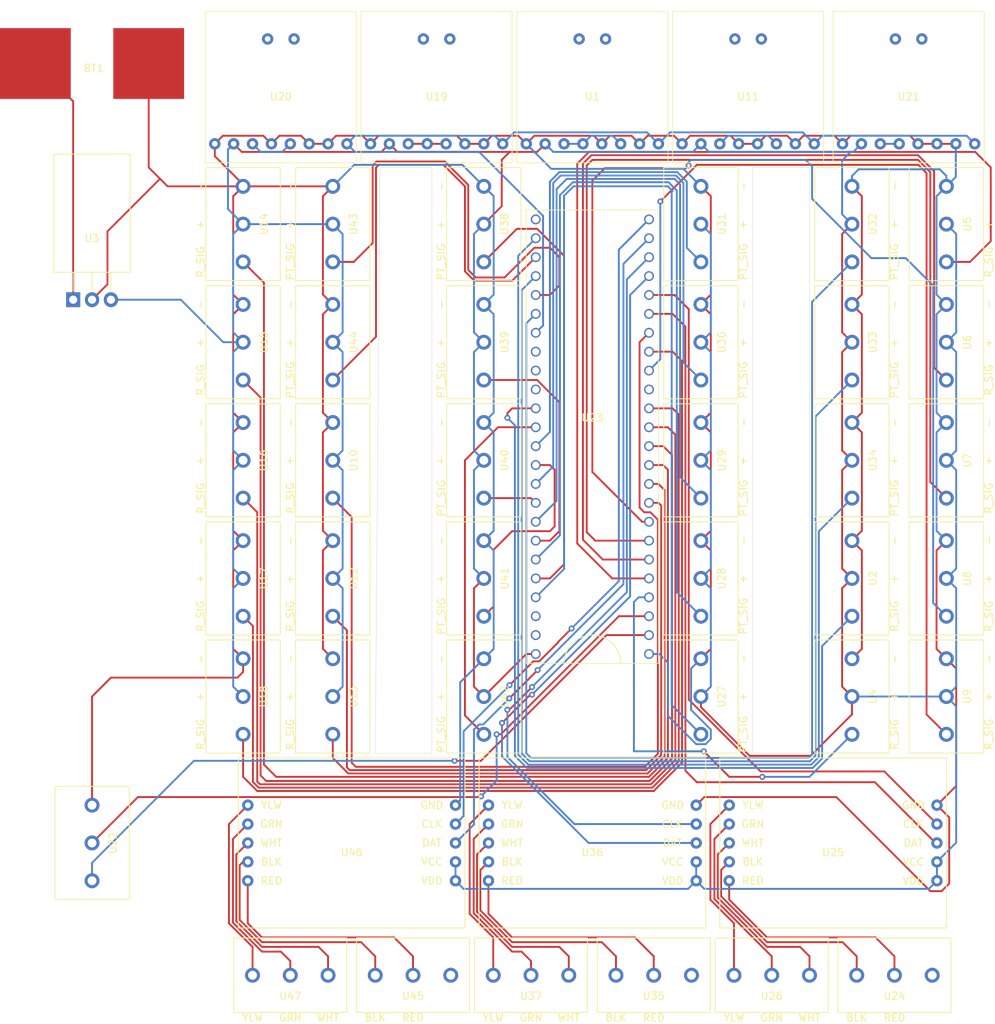
<source format=kicad_pcb>
(kicad_pcb (version 20171130) (host pcbnew "(5.1.8)-1")

  (general
    (thickness 1.6)
    (drawings 145)
    (tracks 737)
    (zones 0)
    (modules 48)
    (nets 73)
  )

  (page A4)
  (layers
    (0 F.Cu signal)
    (31 B.Cu signal)
    (32 B.Adhes user)
    (33 F.Adhes user)
    (34 B.Paste user)
    (35 F.Paste user)
    (36 B.SilkS user)
    (37 F.SilkS user)
    (38 B.Mask user)
    (39 F.Mask user)
    (40 Dwgs.User user)
    (41 Cmts.User user)
    (42 Eco1.User user)
    (43 Eco2.User user)
    (44 Edge.Cuts user)
    (45 Margin user)
    (46 B.CrtYd user)
    (47 F.CrtYd user)
    (48 B.Fab user)
    (49 F.Fab user)
  )

  (setup
    (last_trace_width 0.25)
    (trace_clearance 0.2)
    (zone_clearance 0.508)
    (zone_45_only no)
    (trace_min 0.2)
    (via_size 0.8)
    (via_drill 0.4)
    (via_min_size 0.4)
    (via_min_drill 0.3)
    (uvia_size 0.3)
    (uvia_drill 0.1)
    (uvias_allowed no)
    (uvia_min_size 0.2)
    (uvia_min_drill 0.1)
    (edge_width 0.05)
    (segment_width 0.2)
    (pcb_text_width 0.3)
    (pcb_text_size 1.5 1.5)
    (mod_edge_width 0.12)
    (mod_text_size 1 1)
    (mod_text_width 0.15)
    (pad_size 1.524 1.524)
    (pad_drill 0.762)
    (pad_to_mask_clearance 0.0508)
    (aux_axis_origin 0 0)
    (visible_elements 7FFFFFFF)
    (pcbplotparams
      (layerselection 0x010f0_ffffffff)
      (usegerberextensions false)
      (usegerberattributes false)
      (usegerberadvancedattributes false)
      (creategerberjobfile false)
      (excludeedgelayer true)
      (linewidth 0.150000)
      (plotframeref false)
      (viasonmask false)
      (mode 1)
      (useauxorigin false)
      (hpglpennumber 1)
      (hpglpenspeed 20)
      (hpglpendiameter 15.000000)
      (psnegative false)
      (psa4output false)
      (plotreference true)
      (plotvalue false)
      (plotinvisibletext false)
      (padsonsilk true)
      (subtractmaskfromsilk false)
      (outputformat 1)
      (mirror false)
      (drillshape 0)
      (scaleselection 1)
      (outputdirectory "gerbers/"))
  )

  (net 0 "")
  (net 1 "Net-(BT1-Pad1)")
  (net 2 GND1)
  (net 3 +5V)
  (net 4 "Net-(U1-Pad3)")
  (net 5 1)
  (net 6 2)
  (net 7 3)
  (net 8 4)
  (net 9 5)
  (net 10 6)
  (net 11 13)
  (net 12 15)
  (net 13 7)
  (net 14 8)
  (net 15 9)
  (net 16 10)
  (net 17 11)
  (net 18 12)
  (net 19 14)
  (net 20 "Net-(U21-Pad3)")
  (net 21 "Net-(U24-Pad3)")
  (net 22 "Net-(U25-Pad3)")
  (net 23 19)
  (net 24 18)
  (net 25 17)
  (net 26 16)
  (net 27 21)
  (net 28 20)
  (net 29 22)
  (net 30 24)
  (net 31 23)
  (net 32 "Net-(U11-Pad3)")
  (net 33 "Net-(U19-Pad3)")
  (net 34 "Net-(U20-Pad3)")
  (net 35 "Net-(U23-Pad47)")
  (net 36 "Net-(U23-Pad33)")
  (net 37 "Net-(U23-Pad34)")
  (net 38 "Net-(U23-Pad35)")
  (net 39 "Net-(U23-Pad36)")
  (net 40 "Net-(U23-Pad37)")
  (net 41 "Net-(U23-Pad38)")
  (net 42 "Net-(U23-Pad45)")
  (net 43 "Net-(U23-Pad44)")
  (net 44 "Net-(U23-Pad43)")
  (net 45 "Net-(U23-Pad14)")
  (net 46 "Net-(U23-Pad15)")
  (net 47 "Net-(U23-Pad16)")
  (net 48 "Net-(U23-Pad17)")
  (net 49 "Net-(U23-Pad18)")
  (net 50 "Net-(U23-Pad19)")
  (net 51 "Net-(U23-Pad20)")
  (net 52 "Net-(U23-Pad21)")
  (net 53 "Net-(U23-Pad22)")
  (net 54 "Net-(U23-Pad23)")
  (net 55 "Net-(U23-Pad42)")
  (net 56 "Net-(U23-Pad41)")
  (net 57 "Net-(U24-Pad1)")
  (net 58 "Net-(U24-Pad2)")
  (net 59 "Net-(U25-Pad2)")
  (net 60 "Net-(U25-Pad1)")
  (net 61 "Net-(U35-Pad3)")
  (net 62 "Net-(U35-Pad2)")
  (net 63 "Net-(U35-Pad1)")
  (net 64 "Net-(U36-Pad1)")
  (net 65 "Net-(U36-Pad3)")
  (net 66 "Net-(U36-Pad2)")
  (net 67 "Net-(U45-Pad3)")
  (net 68 "Net-(U45-Pad2)")
  (net 69 "Net-(U45-Pad1)")
  (net 70 "Net-(U46-Pad2)")
  (net 71 "Net-(U46-Pad3)")
  (net 72 "Net-(U46-Pad1)")

  (net_class Default "This is the default net class."
    (clearance 0.2)
    (trace_width 0.25)
    (via_dia 0.8)
    (via_drill 0.4)
    (uvia_dia 0.3)
    (uvia_drill 0.1)
    (add_net +5V)
    (add_net 1)
    (add_net 10)
    (add_net 11)
    (add_net 12)
    (add_net 13)
    (add_net 14)
    (add_net 15)
    (add_net 16)
    (add_net 17)
    (add_net 18)
    (add_net 19)
    (add_net 2)
    (add_net 20)
    (add_net 21)
    (add_net 22)
    (add_net 23)
    (add_net 24)
    (add_net 3)
    (add_net 4)
    (add_net 5)
    (add_net 6)
    (add_net 7)
    (add_net 8)
    (add_net 9)
    (add_net GND1)
    (add_net "Net-(BT1-Pad1)")
    (add_net "Net-(U1-Pad3)")
    (add_net "Net-(U11-Pad3)")
    (add_net "Net-(U19-Pad3)")
    (add_net "Net-(U20-Pad3)")
    (add_net "Net-(U21-Pad3)")
    (add_net "Net-(U23-Pad14)")
    (add_net "Net-(U23-Pad15)")
    (add_net "Net-(U23-Pad16)")
    (add_net "Net-(U23-Pad17)")
    (add_net "Net-(U23-Pad18)")
    (add_net "Net-(U23-Pad19)")
    (add_net "Net-(U23-Pad20)")
    (add_net "Net-(U23-Pad21)")
    (add_net "Net-(U23-Pad22)")
    (add_net "Net-(U23-Pad23)")
    (add_net "Net-(U23-Pad33)")
    (add_net "Net-(U23-Pad34)")
    (add_net "Net-(U23-Pad35)")
    (add_net "Net-(U23-Pad36)")
    (add_net "Net-(U23-Pad37)")
    (add_net "Net-(U23-Pad38)")
    (add_net "Net-(U23-Pad41)")
    (add_net "Net-(U23-Pad42)")
    (add_net "Net-(U23-Pad43)")
    (add_net "Net-(U23-Pad44)")
    (add_net "Net-(U23-Pad45)")
    (add_net "Net-(U23-Pad47)")
    (add_net "Net-(U24-Pad1)")
    (add_net "Net-(U24-Pad2)")
    (add_net "Net-(U24-Pad3)")
    (add_net "Net-(U25-Pad1)")
    (add_net "Net-(U25-Pad2)")
    (add_net "Net-(U25-Pad3)")
    (add_net "Net-(U35-Pad1)")
    (add_net "Net-(U35-Pad2)")
    (add_net "Net-(U35-Pad3)")
    (add_net "Net-(U36-Pad1)")
    (add_net "Net-(U36-Pad2)")
    (add_net "Net-(U36-Pad3)")
    (add_net "Net-(U45-Pad1)")
    (add_net "Net-(U45-Pad2)")
    (add_net "Net-(U45-Pad3)")
    (add_net "Net-(U46-Pad1)")
    (add_net "Net-(U46-Pad2)")
    (add_net "Net-(U46-Pad3)")
  )

  (module Launchbox:LoadCellAmp (layer F.Cu) (tedit 5FF91514) (tstamp 5FFBE569)
    (at 148.59 146.685)
    (path /6061718D)
    (fp_text reference U36 (at 0 1.27) (layer F.SilkS)
      (effects (font (size 1 1) (thickness 0.15)))
    )
    (fp_text value LoadCellAmp (at 0 -1.27) (layer F.Fab)
      (effects (font (size 1 1) (thickness 0.15)))
    )
    (fp_line (start 15.24 -11.43) (end 15.24 11.43) (layer F.SilkS) (width 0.12))
    (fp_line (start 15.24 11.43) (end -15.24 11.43) (layer F.SilkS) (width 0.12))
    (fp_line (start -15.24 -11.43) (end -15.24 11.43) (layer F.SilkS) (width 0.12))
    (fp_line (start -15.24 -11.43) (end 15.24 -11.43) (layer F.SilkS) (width 0.12))
    (pad 10 thru_hole circle (at 13.97 5.08) (size 1.524 1.524) (drill 0.762) (layers *.Cu *.Mask)
      (net 3 +5V))
    (pad 9 thru_hole circle (at 13.97 2.54) (size 1.524 1.524) (drill 0.762) (layers *.Cu *.Mask)
      (net 3 +5V))
    (pad 8 thru_hole circle (at 13.97 0) (size 1.524 1.524) (drill 0.762) (layers *.Cu *.Mask)
      (net 24 18))
    (pad 7 thru_hole circle (at 13.97 -2.54) (size 1.524 1.524) (drill 0.762) (layers *.Cu *.Mask)
      (net 23 19))
    (pad 6 thru_hole circle (at 13.97 -5.08) (size 1.524 1.524) (drill 0.762) (layers *.Cu *.Mask)
      (net 2 GND1))
    (pad 1 thru_hole circle (at -13.97 -5.08) (size 1.524 1.524) (drill 0.762) (layers *.Cu *.Mask)
      (net 64 "Net-(U36-Pad1)"))
    (pad 5 thru_hole circle (at -13.98 5.08) (size 1.524 1.524) (drill 0.762) (layers *.Cu *.Mask)
      (net 62 "Net-(U35-Pad2)"))
    (pad 4 thru_hole circle (at -13.97 2.54) (size 1.524 1.524) (drill 0.762) (layers *.Cu *.Mask)
      (net 63 "Net-(U35-Pad1)"))
    (pad 3 thru_hole circle (at -13.97 0) (size 1.524 1.524) (drill 0.762) (layers *.Cu *.Mask)
      (net 65 "Net-(U36-Pad3)"))
    (pad 2 thru_hole circle (at -13.97 -2.54) (size 1.524 1.524) (drill 0.762) (layers *.Cu *.Mask)
      (net 66 "Net-(U36-Pad2)"))
  )

  (module Launchbox:ScrewTerminals (layer F.Cu) (tedit 5FF8B6CB) (tstamp 5FFBD6DD)
    (at 183.515 127 90)
    (path /6065EF70)
    (fp_text reference U4 (at 0 2.8 90) (layer F.SilkS)
      (effects (font (size 1 1) (thickness 0.15)))
    )
    (fp_text value SerialScrewTerminals (at -0.05 -2.45 90) (layer F.Fab)
      (effects (font (size 1 1) (thickness 0.15)))
    )
    (fp_line (start 7.6 5) (end 7.6 -5) (layer F.SilkS) (width 0.12))
    (fp_line (start -7.6 -5) (end 7.6 -5) (layer F.SilkS) (width 0.12))
    (fp_line (start -7.6 5) (end -7.6 -5) (layer F.SilkS) (width 0.12))
    (fp_line (start -7.5 5) (end 7.5 5) (layer F.SilkS) (width 0.12))
    (pad 3 thru_hole circle (at 5.08 0 90) (size 2 2) (drill 1.2) (layers *.Cu *.Mask)
      (net 2 GND1))
    (pad 2 thru_hole circle (at 0 0 90) (size 2 2) (drill 1.2) (layers *.Cu *.Mask)
      (net 3 +5V))
    (pad 1 thru_hole circle (at -5.08 0 90) (size 2 2) (drill 1.2) (layers *.Cu *.Mask)
      (net 6 2))
  )

  (module Launchbox:Lipo_Battery_Connector (layer F.Cu) (tedit 5F641BA3) (tstamp 5FF99D41)
    (at 81.28 41.91)
    (path /5F7495D2)
    (fp_text reference BT1 (at 0.21 0.635) (layer F.SilkS)
      (effects (font (size 1 1) (thickness 0.15)))
    )
    (fp_text value Battery_Cell (at 0.08 -7.69) (layer F.Fab)
      (effects (font (size 1 1) (thickness 0.15)))
    )
    (pad 1 smd rect (at -7.62 0) (size 9.525 9.525) (layers F.Cu F.Paste F.Mask)
      (net 1 "Net-(BT1-Pad1)"))
    (pad 2 smd rect (at 7.62 0) (size 9.525 9.525) (layers F.Cu F.Paste F.Mask)
      (net 2 GND1))
  )

  (module Launchbox:MAX31850 (layer F.Cu) (tedit 5F7765C6) (tstamp 5FF9B5FC)
    (at 148.59 45.085)
    (path /607130E8)
    (fp_text reference U1 (at 0 1.27) (layer F.SilkS)
      (effects (font (size 1 1) (thickness 0.15)))
    )
    (fp_text value MAX31850 (at 0 -1.27) (layer F.Fab)
      (effects (font (size 1 1) (thickness 0.15)))
    )
    (fp_line (start 10.16 -10.16) (end 10.16 10.16) (layer F.SilkS) (width 0.1016))
    (fp_line (start 10.16 -10.16) (end -10.16 -10.16) (layer F.SilkS) (width 0.1016))
    (fp_line (start -10.16 10.16) (end 10.16 10.16) (layer F.SilkS) (width 0.1016))
    (fp_line (start -10.16 10.16) (end -10.16 -10.16) (layer F.SilkS) (width 0.1016))
    (pad 1 thru_hole circle (at -8.89 7.62) (size 1.524 1.524) (drill 0.762) (layers *.Cu *.Mask)
      (net 2 GND1))
    (pad 2 thru_hole circle (at -6.35 7.62) (size 1.524 1.524) (drill 0.762) (layers *.Cu *.Mask)
      (net 3 +5V))
    (pad 3 thru_hole circle (at -3.81 7.62) (size 1.524 1.524) (drill 0.762) (layers *.Cu *.Mask)
      (net 4 "Net-(U1-Pad3)"))
    (pad 4 thru_hole circle (at -1.27 7.62) (size 1.524 1.524) (drill 0.762) (layers *.Cu *.Mask)
      (net 4 "Net-(U1-Pad3)"))
    (pad 5 thru_hole circle (at 1.27 7.62) (size 1.524 1.524) (drill 0.762) (layers *.Cu *.Mask)
      (net 2 GND1))
    (pad 6 thru_hole circle (at 3.81 7.62) (size 1.524 1.524) (drill 0.762) (layers *.Cu *.Mask)
      (net 4 "Net-(U1-Pad3)"))
    (pad 7 thru_hole circle (at 6.35 7.62) (size 1.524 1.524) (drill 0.762) (layers *.Cu *.Mask)
      (net 2 GND1))
    (pad 8 thru_hole circle (at 8.89 7.62) (size 1.524 1.524) (drill 0.762) (layers *.Cu *.Mask)
      (net 29 22))
    (pad 9 thru_hole circle (at 1.778 -6.477) (size 1.524 1.524) (drill 0.762) (layers *.Cu *.Mask))
    (pad 10 thru_hole circle (at -1.778 -6.477) (size 1.524 1.524) (drill 0.762) (layers *.Cu *.Mask))
  )

  (module Launchbox:ScrewTerminals (layer F.Cu) (tedit 5FF8B6CB) (tstamp 5FF99D5E)
    (at 183.515 111.125 90)
    (path /6065B074)
    (fp_text reference U2 (at 0 2.8 90) (layer F.SilkS)
      (effects (font (size 1 1) (thickness 0.15)))
    )
    (fp_text value SerialScrewTerminals (at -0.05 -2.45 90) (layer F.Fab)
      (effects (font (size 1 1) (thickness 0.15)))
    )
    (fp_line (start -7.5 5) (end 7.5 5) (layer F.SilkS) (width 0.12))
    (fp_line (start -7.6 5) (end -7.6 -5) (layer F.SilkS) (width 0.12))
    (fp_line (start -7.6 -5) (end 7.6 -5) (layer F.SilkS) (width 0.12))
    (fp_line (start 7.6 5) (end 7.6 -5) (layer F.SilkS) (width 0.12))
    (pad 3 thru_hole circle (at 5.08 0 90) (size 2 2) (drill 1.2) (layers *.Cu *.Mask)
      (net 2 GND1))
    (pad 2 thru_hole circle (at 0 0 90) (size 2 2) (drill 1.2) (layers *.Cu *.Mask)
      (net 3 +5V))
    (pad 1 thru_hole circle (at -5.08 0 90) (size 2 2) (drill 1.2) (layers *.Cu *.Mask)
      (net 5 1))
  )

  (module Package_TO_SOT_THT:TO-220-3_Horizontal_TabDown (layer F.Cu) (tedit 5AC8BA0D) (tstamp 5FFBED17)
    (at 78.74 73.66)
    (descr "TO-220-3, Horizontal, RM 2.54mm, see https://www.vishay.com/docs/66542/to-220-1.pdf")
    (tags "TO-220-3 Horizontal RM 2.54mm")
    (path /5F74367E)
    (fp_text reference U3 (at 2.54 -8.255) (layer F.SilkS)
      (effects (font (size 1 1) (thickness 0.15)))
    )
    (fp_text value L7805 (at 2.54 2) (layer F.Fab)
      (effects (font (size 1 1) (thickness 0.15)))
    )
    (fp_circle (center 2.54 -16.66) (end 4.39 -16.66) (layer F.Fab) (width 0.1))
    (fp_line (start -2.46 -13.06) (end -2.46 -19.46) (layer F.Fab) (width 0.1))
    (fp_line (start -2.46 -19.46) (end 7.54 -19.46) (layer F.Fab) (width 0.1))
    (fp_line (start 7.54 -19.46) (end 7.54 -13.06) (layer F.Fab) (width 0.1))
    (fp_line (start 7.54 -13.06) (end -2.46 -13.06) (layer F.Fab) (width 0.1))
    (fp_line (start -2.46 -3.81) (end -2.46 -13.06) (layer F.Fab) (width 0.1))
    (fp_line (start -2.46 -13.06) (end 7.54 -13.06) (layer F.Fab) (width 0.1))
    (fp_line (start 7.54 -13.06) (end 7.54 -3.81) (layer F.Fab) (width 0.1))
    (fp_line (start 7.54 -3.81) (end -2.46 -3.81) (layer F.Fab) (width 0.1))
    (fp_line (start 0 -3.81) (end 0 0) (layer F.Fab) (width 0.1))
    (fp_line (start 2.54 -3.81) (end 2.54 0) (layer F.Fab) (width 0.1))
    (fp_line (start 5.08 -3.81) (end 5.08 0) (layer F.Fab) (width 0.1))
    (fp_line (start -2.58 -3.69) (end 7.66 -3.69) (layer F.SilkS) (width 0.12))
    (fp_line (start -2.58 -19.58) (end 7.66 -19.58) (layer F.SilkS) (width 0.12))
    (fp_line (start -2.58 -19.58) (end -2.58 -3.69) (layer F.SilkS) (width 0.12))
    (fp_line (start 7.66 -19.58) (end 7.66 -3.69) (layer F.SilkS) (width 0.12))
    (fp_line (start 0 -3.69) (end 0 -1.15) (layer F.SilkS) (width 0.12))
    (fp_line (start 2.54 -3.69) (end 2.54 -1.15) (layer F.SilkS) (width 0.12))
    (fp_line (start 5.08 -3.69) (end 5.08 -1.15) (layer F.SilkS) (width 0.12))
    (fp_line (start -2.71 -19.71) (end -2.71 1.25) (layer F.CrtYd) (width 0.05))
    (fp_line (start -2.71 1.25) (end 7.79 1.25) (layer F.CrtYd) (width 0.05))
    (fp_line (start 7.79 1.25) (end 7.79 -19.71) (layer F.CrtYd) (width 0.05))
    (fp_line (start 7.79 -19.71) (end -2.71 -19.71) (layer F.CrtYd) (width 0.05))
    (fp_text user %R (at 2.54 -8.255) (layer F.Fab)
      (effects (font (size 1 1) (thickness 0.15)))
    )
    (pad "" np_thru_hole oval (at 2.54 -16.66) (size 3.5 3.5) (drill 3.5) (layers *.Cu *.Mask))
    (pad 1 thru_hole rect (at 0 0) (size 1.905 2) (drill 1.1) (layers *.Cu *.Mask)
      (net 1 "Net-(BT1-Pad1)"))
    (pad 2 thru_hole oval (at 2.54 0) (size 1.905 2) (drill 1.1) (layers *.Cu *.Mask)
      (net 2 GND1))
    (pad 3 thru_hole oval (at 5.08 0) (size 1.905 2) (drill 1.1) (layers *.Cu *.Mask)
      (net 3 +5V))
    (model ${KISYS3DMOD}/Package_TO_SOT_THT.3dshapes/TO-220-3_Horizontal_TabDown.wrl
      (at (xyz 0 0 0))
      (scale (xyz 1 1 1))
      (rotate (xyz 0 0 0))
    )
  )

  (module Launchbox:ScrewTerminals (layer F.Cu) (tedit 5FF8B6CB) (tstamp 5FF99D94)
    (at 196.215 63.5 90)
    (path /6065F610)
    (fp_text reference U5 (at 0 2.8 90) (layer F.SilkS)
      (effects (font (size 1 1) (thickness 0.15)))
    )
    (fp_text value SerialScrewTerminals (at -0.05 -2.45 90) (layer F.Fab)
      (effects (font (size 1 1) (thickness 0.15)))
    )
    (fp_line (start 7.6 5) (end 7.6 -5) (layer F.SilkS) (width 0.12))
    (fp_line (start -7.6 -5) (end 7.6 -5) (layer F.SilkS) (width 0.12))
    (fp_line (start -7.6 5) (end -7.6 -5) (layer F.SilkS) (width 0.12))
    (fp_line (start -7.5 5) (end 7.5 5) (layer F.SilkS) (width 0.12))
    (pad 1 thru_hole circle (at -5.08 0 90) (size 2 2) (drill 1.2) (layers *.Cu *.Mask)
      (net 7 3))
    (pad 2 thru_hole circle (at 0 0 90) (size 2 2) (drill 1.2) (layers *.Cu *.Mask)
      (net 3 +5V))
    (pad 3 thru_hole circle (at 5.08 0 90) (size 2 2) (drill 1.2) (layers *.Cu *.Mask)
      (net 2 GND1))
  )

  (module Launchbox:ScrewTerminals (layer F.Cu) (tedit 5FF8B6CB) (tstamp 5FF99D9F)
    (at 196.215 79.375 90)
    (path /6065FB91)
    (fp_text reference U6 (at 0 2.8 90) (layer F.SilkS)
      (effects (font (size 1 1) (thickness 0.15)))
    )
    (fp_text value SerialScrewTerminals (at -0.05 -2.45 90) (layer F.Fab)
      (effects (font (size 1 1) (thickness 0.15)))
    )
    (fp_line (start -7.5 5) (end 7.5 5) (layer F.SilkS) (width 0.12))
    (fp_line (start -7.6 5) (end -7.6 -5) (layer F.SilkS) (width 0.12))
    (fp_line (start -7.6 -5) (end 7.6 -5) (layer F.SilkS) (width 0.12))
    (fp_line (start 7.6 5) (end 7.6 -5) (layer F.SilkS) (width 0.12))
    (pad 3 thru_hole circle (at 5.08 0 90) (size 2 2) (drill 1.2) (layers *.Cu *.Mask)
      (net 2 GND1))
    (pad 2 thru_hole circle (at 0 0 90) (size 2 2) (drill 1.2) (layers *.Cu *.Mask)
      (net 3 +5V))
    (pad 1 thru_hole circle (at -5.08 0 90) (size 2 2) (drill 1.2) (layers *.Cu *.Mask)
      (net 8 4))
  )

  (module Launchbox:ScrewTerminals (layer F.Cu) (tedit 5FF8B6CB) (tstamp 5FF99DAA)
    (at 196.215 95.25 90)
    (path /606601F8)
    (fp_text reference U7 (at 0 2.8 90) (layer F.SilkS)
      (effects (font (size 1 1) (thickness 0.15)))
    )
    (fp_text value SerialScrewTerminals (at -0.05 -2.45 90) (layer F.Fab)
      (effects (font (size 1 1) (thickness 0.15)))
    )
    (fp_line (start 7.6 5) (end 7.6 -5) (layer F.SilkS) (width 0.12))
    (fp_line (start -7.6 -5) (end 7.6 -5) (layer F.SilkS) (width 0.12))
    (fp_line (start -7.6 5) (end -7.6 -5) (layer F.SilkS) (width 0.12))
    (fp_line (start -7.5 5) (end 7.5 5) (layer F.SilkS) (width 0.12))
    (pad 1 thru_hole circle (at -5.08 0 90) (size 2 2) (drill 1.2) (layers *.Cu *.Mask)
      (net 9 5))
    (pad 2 thru_hole circle (at 0 0 90) (size 2 2) (drill 1.2) (layers *.Cu *.Mask)
      (net 3 +5V))
    (pad 3 thru_hole circle (at 5.08 0 90) (size 2 2) (drill 1.2) (layers *.Cu *.Mask)
      (net 2 GND1))
  )

  (module Launchbox:ScrewTerminals (layer F.Cu) (tedit 5FF8B6CB) (tstamp 5FFBDB72)
    (at 196.215 111.125 90)
    (path /606604F0)
    (fp_text reference U8 (at 0 2.8 90) (layer F.SilkS)
      (effects (font (size 1 1) (thickness 0.15)))
    )
    (fp_text value SerialScrewTerminals (at -0.05 -2.45 90) (layer F.Fab)
      (effects (font (size 1 1) (thickness 0.15)))
    )
    (fp_line (start -7.5 5) (end 7.5 5) (layer F.SilkS) (width 0.12))
    (fp_line (start -7.6 5) (end -7.6 -5) (layer F.SilkS) (width 0.12))
    (fp_line (start -7.6 -5) (end 7.6 -5) (layer F.SilkS) (width 0.12))
    (fp_line (start 7.6 5) (end 7.6 -5) (layer F.SilkS) (width 0.12))
    (pad 3 thru_hole circle (at 5.08 0 90) (size 2 2) (drill 1.2) (layers *.Cu *.Mask)
      (net 2 GND1))
    (pad 2 thru_hole circle (at 0 0 90) (size 2 2) (drill 1.2) (layers *.Cu *.Mask)
      (net 3 +5V))
    (pad 1 thru_hole circle (at -5.08 0 90) (size 2 2) (drill 1.2) (layers *.Cu *.Mask)
      (net 10 6))
  )

  (module Launchbox:ScrewTerminals (layer F.Cu) (tedit 5FF8B6CB) (tstamp 5FF9B4FF)
    (at 196.215 127 90)
    (path /60660ADE)
    (fp_text reference U9 (at 0 2.8 90) (layer F.SilkS)
      (effects (font (size 1 1) (thickness 0.15)))
    )
    (fp_text value SerialScrewTerminals (at -0.05 -2.45 90) (layer F.Fab)
      (effects (font (size 1 1) (thickness 0.15)))
    )
    (fp_line (start 7.6 5) (end 7.6 -5) (layer F.SilkS) (width 0.12))
    (fp_line (start -7.6 -5) (end 7.6 -5) (layer F.SilkS) (width 0.12))
    (fp_line (start -7.6 5) (end -7.6 -5) (layer F.SilkS) (width 0.12))
    (fp_line (start -7.5 5) (end 7.5 5) (layer F.SilkS) (width 0.12))
    (pad 1 thru_hole circle (at -5.08 0 90) (size 2 2) (drill 1.2) (layers *.Cu *.Mask)
      (net 11 13))
    (pad 2 thru_hole circle (at 0 0 90) (size 2 2) (drill 1.2) (layers *.Cu *.Mask)
      (net 3 +5V))
    (pad 3 thru_hole circle (at 5.08 0 90) (size 2 2) (drill 1.2) (layers *.Cu *.Mask)
      (net 2 GND1))
  )

  (module Launchbox:ScrewTerminals (layer F.Cu) (tedit 5FF8B6CB) (tstamp 5FFBE7E0)
    (at 113.665 95.25 90)
    (path /60661107)
    (fp_text reference U10 (at 0 2.8 90) (layer F.SilkS)
      (effects (font (size 1 1) (thickness 0.15)))
    )
    (fp_text value SerialScrewTerminals (at -0.05 -2.45 90) (layer F.Fab)
      (effects (font (size 1 1) (thickness 0.15)))
    )
    (fp_line (start -7.5 5) (end 7.5 5) (layer F.SilkS) (width 0.12))
    (fp_line (start -7.6 5) (end -7.6 -5) (layer F.SilkS) (width 0.12))
    (fp_line (start -7.6 -5) (end 7.6 -5) (layer F.SilkS) (width 0.12))
    (fp_line (start 7.6 5) (end 7.6 -5) (layer F.SilkS) (width 0.12))
    (pad 3 thru_hole circle (at 5.08 0 90) (size 2 2) (drill 1.2) (layers *.Cu *.Mask)
      (net 2 GND1))
    (pad 2 thru_hole circle (at 0 0 90) (size 2 2) (drill 1.2) (layers *.Cu *.Mask)
      (net 3 +5V))
    (pad 1 thru_hole circle (at -5.08 0 90) (size 2 2) (drill 1.2) (layers *.Cu *.Mask)
      (net 12 15))
  )

  (module Launchbox:MAX31850 (layer F.Cu) (tedit 5F7765C6) (tstamp 5FF99DDD)
    (at 169.545 45.085)
    (path /607125A1)
    (fp_text reference U11 (at 0 1.27) (layer F.SilkS)
      (effects (font (size 1 1) (thickness 0.15)))
    )
    (fp_text value MAX31850 (at 0 -1.27) (layer F.Fab)
      (effects (font (size 1 1) (thickness 0.15)))
    )
    (fp_line (start -10.16 10.16) (end -10.16 -10.16) (layer F.SilkS) (width 0.1016))
    (fp_line (start -10.16 10.16) (end 10.16 10.16) (layer F.SilkS) (width 0.1016))
    (fp_line (start 10.16 -10.16) (end -10.16 -10.16) (layer F.SilkS) (width 0.1016))
    (fp_line (start 10.16 -10.16) (end 10.16 10.16) (layer F.SilkS) (width 0.1016))
    (pad 10 thru_hole circle (at -1.778 -6.477) (size 1.524 1.524) (drill 0.762) (layers *.Cu *.Mask))
    (pad 9 thru_hole circle (at 1.778 -6.477) (size 1.524 1.524) (drill 0.762) (layers *.Cu *.Mask))
    (pad 8 thru_hole circle (at 8.89 7.62) (size 1.524 1.524) (drill 0.762) (layers *.Cu *.Mask)
      (net 29 22))
    (pad 7 thru_hole circle (at 6.35 7.62) (size 1.524 1.524) (drill 0.762) (layers *.Cu *.Mask)
      (net 2 GND1))
    (pad 6 thru_hole circle (at 3.81 7.62) (size 1.524 1.524) (drill 0.762) (layers *.Cu *.Mask)
      (net 32 "Net-(U11-Pad3)"))
    (pad 5 thru_hole circle (at 1.27 7.62) (size 1.524 1.524) (drill 0.762) (layers *.Cu *.Mask)
      (net 2 GND1))
    (pad 4 thru_hole circle (at -1.27 7.62) (size 1.524 1.524) (drill 0.762) (layers *.Cu *.Mask)
      (net 2 GND1))
    (pad 3 thru_hole circle (at -3.81 7.62) (size 1.524 1.524) (drill 0.762) (layers *.Cu *.Mask)
      (net 32 "Net-(U11-Pad3)"))
    (pad 2 thru_hole circle (at -6.35 7.62) (size 1.524 1.524) (drill 0.762) (layers *.Cu *.Mask)
      (net 3 +5V))
    (pad 1 thru_hole circle (at -8.89 7.62) (size 1.524 1.524) (drill 0.762) (layers *.Cu *.Mask)
      (net 2 GND1))
  )

  (module Launchbox:ScrewTerminals (layer F.Cu) (tedit 5FF8B6CB) (tstamp 5FFBE84B)
    (at 113.665 111.125 90)
    (path /6065C6C5)
    (fp_text reference U12 (at 0 2.8 90) (layer F.SilkS)
      (effects (font (size 1 1) (thickness 0.15)))
    )
    (fp_text value SerialScrewTerminals (at -0.05 -2.45 90) (layer F.Fab)
      (effects (font (size 1 1) (thickness 0.15)))
    )
    (fp_line (start 7.6 5) (end 7.6 -5) (layer F.SilkS) (width 0.12))
    (fp_line (start -7.6 -5) (end 7.6 -5) (layer F.SilkS) (width 0.12))
    (fp_line (start -7.6 5) (end -7.6 -5) (layer F.SilkS) (width 0.12))
    (fp_line (start -7.5 5) (end 7.5 5) (layer F.SilkS) (width 0.12))
    (pad 1 thru_hole circle (at -5.08 0 90) (size 2 2) (drill 1.2) (layers *.Cu *.Mask)
      (net 13 7))
    (pad 2 thru_hole circle (at 0 0 90) (size 2 2) (drill 1.2) (layers *.Cu *.Mask)
      (net 3 +5V))
    (pad 3 thru_hole circle (at 5.08 0 90) (size 2 2) (drill 1.2) (layers *.Cu *.Mask)
      (net 2 GND1))
  )

  (module Launchbox:ScrewTerminals (layer F.Cu) (tedit 5FF8B6CB) (tstamp 5FF9B848)
    (at 113.665 127 90)
    (path /6065D2E6)
    (fp_text reference U13 (at 0 2.8 90) (layer F.SilkS)
      (effects (font (size 1 1) (thickness 0.15)))
    )
    (fp_text value SerialScrewTerminals (at -0.05 -2.45 90) (layer F.Fab)
      (effects (font (size 1 1) (thickness 0.15)))
    )
    (fp_line (start -7.5 5) (end 7.5 5) (layer F.SilkS) (width 0.12))
    (fp_line (start -7.6 5) (end -7.6 -5) (layer F.SilkS) (width 0.12))
    (fp_line (start -7.6 -5) (end 7.6 -5) (layer F.SilkS) (width 0.12))
    (fp_line (start 7.6 5) (end 7.6 -5) (layer F.SilkS) (width 0.12))
    (pad 3 thru_hole circle (at 5.08 0 90) (size 2 2) (drill 1.2) (layers *.Cu *.Mask)
      (net 2 GND1))
    (pad 2 thru_hole circle (at 0 0 90) (size 2 2) (drill 1.2) (layers *.Cu *.Mask)
      (net 3 +5V))
    (pad 1 thru_hole circle (at -5.08 0 90) (size 2 2) (drill 1.2) (layers *.Cu *.Mask)
      (net 14 8))
  )

  (module Launchbox:ScrewTerminals (layer F.Cu) (tedit 5FF8B6CB) (tstamp 5FF99DFE)
    (at 101.6 63.5 90)
    (path /6065D790)
    (fp_text reference U14 (at 0 2.8 90) (layer F.SilkS)
      (effects (font (size 1 1) (thickness 0.15)))
    )
    (fp_text value SerialScrewTerminals (at -0.05 -2.45 90) (layer F.Fab)
      (effects (font (size 1 1) (thickness 0.15)))
    )
    (fp_line (start 7.6 5) (end 7.6 -5) (layer F.SilkS) (width 0.12))
    (fp_line (start -7.6 -5) (end 7.6 -5) (layer F.SilkS) (width 0.12))
    (fp_line (start -7.6 5) (end -7.6 -5) (layer F.SilkS) (width 0.12))
    (fp_line (start -7.5 5) (end 7.5 5) (layer F.SilkS) (width 0.12))
    (pad 1 thru_hole circle (at -5.08 0 90) (size 2 2) (drill 1.2) (layers *.Cu *.Mask)
      (net 15 9))
    (pad 2 thru_hole circle (at 0 0 90) (size 2 2) (drill 1.2) (layers *.Cu *.Mask)
      (net 3 +5V))
    (pad 3 thru_hole circle (at 5.08 0 90) (size 2 2) (drill 1.2) (layers *.Cu *.Mask)
      (net 2 GND1))
  )

  (module Launchbox:ScrewTerminals (layer F.Cu) (tedit 5FF8B6CB) (tstamp 5FF99E09)
    (at 101.6 79.375 90)
    (path /6065DCF8)
    (fp_text reference U15 (at 0 2.8 90) (layer F.SilkS)
      (effects (font (size 1 1) (thickness 0.15)))
    )
    (fp_text value SerialScrewTerminals (at -0.05 -2.45 90) (layer F.Fab)
      (effects (font (size 1 1) (thickness 0.15)))
    )
    (fp_line (start -7.5 5) (end 7.5 5) (layer F.SilkS) (width 0.12))
    (fp_line (start -7.6 5) (end -7.6 -5) (layer F.SilkS) (width 0.12))
    (fp_line (start -7.6 -5) (end 7.6 -5) (layer F.SilkS) (width 0.12))
    (fp_line (start 7.6 5) (end 7.6 -5) (layer F.SilkS) (width 0.12))
    (pad 3 thru_hole circle (at 5.08 0 90) (size 2 2) (drill 1.2) (layers *.Cu *.Mask)
      (net 2 GND1))
    (pad 2 thru_hole circle (at 0 0 90) (size 2 2) (drill 1.2) (layers *.Cu *.Mask)
      (net 3 +5V))
    (pad 1 thru_hole circle (at -5.08 0 90) (size 2 2) (drill 1.2) (layers *.Cu *.Mask)
      (net 16 10))
  )

  (module Launchbox:ScrewTerminals (layer F.Cu) (tedit 5FF8B6CB) (tstamp 5FF99E14)
    (at 101.6 95.25 90)
    (path /6065E162)
    (fp_text reference U16 (at 0 2.8 90) (layer F.SilkS)
      (effects (font (size 1 1) (thickness 0.15)))
    )
    (fp_text value SerialScrewTerminals (at -0.05 -2.45 90) (layer F.Fab)
      (effects (font (size 1 1) (thickness 0.15)))
    )
    (fp_line (start 7.6 5) (end 7.6 -5) (layer F.SilkS) (width 0.12))
    (fp_line (start -7.6 -5) (end 7.6 -5) (layer F.SilkS) (width 0.12))
    (fp_line (start -7.6 5) (end -7.6 -5) (layer F.SilkS) (width 0.12))
    (fp_line (start -7.5 5) (end 7.5 5) (layer F.SilkS) (width 0.12))
    (pad 1 thru_hole circle (at -5.08 0 90) (size 2 2) (drill 1.2) (layers *.Cu *.Mask)
      (net 17 11))
    (pad 2 thru_hole circle (at 0 0 90) (size 2 2) (drill 1.2) (layers *.Cu *.Mask)
      (net 3 +5V))
    (pad 3 thru_hole circle (at 5.08 0 90) (size 2 2) (drill 1.2) (layers *.Cu *.Mask)
      (net 2 GND1))
  )

  (module Launchbox:ScrewTerminals (layer F.Cu) (tedit 5FF8B6CB) (tstamp 5FF99E1F)
    (at 101.6 111.125 90)
    (path /6065E51B)
    (fp_text reference U17 (at 0 2.8 90) (layer F.SilkS)
      (effects (font (size 1 1) (thickness 0.15)))
    )
    (fp_text value SerialScrewTerminals (at -0.05 -2.45 90) (layer F.Fab)
      (effects (font (size 1 1) (thickness 0.15)))
    )
    (fp_line (start -7.5 5) (end 7.5 5) (layer F.SilkS) (width 0.12))
    (fp_line (start -7.6 5) (end -7.6 -5) (layer F.SilkS) (width 0.12))
    (fp_line (start -7.6 -5) (end 7.6 -5) (layer F.SilkS) (width 0.12))
    (fp_line (start 7.6 5) (end 7.6 -5) (layer F.SilkS) (width 0.12))
    (pad 3 thru_hole circle (at 5.08 0 90) (size 2 2) (drill 1.2) (layers *.Cu *.Mask)
      (net 2 GND1))
    (pad 2 thru_hole circle (at 0 0 90) (size 2 2) (drill 1.2) (layers *.Cu *.Mask)
      (net 3 +5V))
    (pad 1 thru_hole circle (at -5.08 0 90) (size 2 2) (drill 1.2) (layers *.Cu *.Mask)
      (net 18 12))
  )

  (module Launchbox:ScrewTerminals (layer F.Cu) (tedit 5FF8B6CB) (tstamp 5FF9B05E)
    (at 101.6 127 90)
    (path /6065EAFA)
    (fp_text reference U18 (at 0 2.8 90) (layer F.SilkS)
      (effects (font (size 1 1) (thickness 0.15)))
    )
    (fp_text value SerialScrewTerminals (at -0.05 -2.45 90) (layer F.Fab)
      (effects (font (size 1 1) (thickness 0.15)))
    )
    (fp_line (start 7.6 5) (end 7.6 -5) (layer F.SilkS) (width 0.12))
    (fp_line (start -7.6 -5) (end 7.6 -5) (layer F.SilkS) (width 0.12))
    (fp_line (start -7.6 5) (end -7.6 -5) (layer F.SilkS) (width 0.12))
    (fp_line (start -7.5 5) (end 7.5 5) (layer F.SilkS) (width 0.12))
    (pad 1 thru_hole circle (at -5.08 0 90) (size 2 2) (drill 1.2) (layers *.Cu *.Mask)
      (net 19 14))
    (pad 2 thru_hole circle (at 0 0 90) (size 2 2) (drill 1.2) (layers *.Cu *.Mask)
      (net 3 +5V))
    (pad 3 thru_hole circle (at 5.08 0 90) (size 2 2) (drill 1.2) (layers *.Cu *.Mask)
      (net 2 GND1))
  )

  (module Launchbox:MAX31850 (layer F.Cu) (tedit 5F7765C6) (tstamp 5FF99E3C)
    (at 127.635 45.085)
    (path /60711C62)
    (fp_text reference U19 (at 0 1.27) (layer F.SilkS)
      (effects (font (size 1 1) (thickness 0.15)))
    )
    (fp_text value MAX31850 (at 0 -1.27) (layer F.Fab)
      (effects (font (size 1 1) (thickness 0.15)))
    )
    (fp_line (start 10.16 -10.16) (end 10.16 10.16) (layer F.SilkS) (width 0.1016))
    (fp_line (start 10.16 -10.16) (end -10.16 -10.16) (layer F.SilkS) (width 0.1016))
    (fp_line (start -10.16 10.16) (end 10.16 10.16) (layer F.SilkS) (width 0.1016))
    (fp_line (start -10.16 10.16) (end -10.16 -10.16) (layer F.SilkS) (width 0.1016))
    (pad 1 thru_hole circle (at -8.89 7.62) (size 1.524 1.524) (drill 0.762) (layers *.Cu *.Mask)
      (net 2 GND1))
    (pad 2 thru_hole circle (at -6.35 7.62) (size 1.524 1.524) (drill 0.762) (layers *.Cu *.Mask)
      (net 3 +5V))
    (pad 3 thru_hole circle (at -3.81 7.62) (size 1.524 1.524) (drill 0.762) (layers *.Cu *.Mask)
      (net 33 "Net-(U19-Pad3)"))
    (pad 4 thru_hole circle (at -1.27 7.62) (size 1.524 1.524) (drill 0.762) (layers *.Cu *.Mask)
      (net 33 "Net-(U19-Pad3)"))
    (pad 5 thru_hole circle (at 1.27 7.62) (size 1.524 1.524) (drill 0.762) (layers *.Cu *.Mask)
      (net 33 "Net-(U19-Pad3)"))
    (pad 6 thru_hole circle (at 3.81 7.62) (size 1.524 1.524) (drill 0.762) (layers *.Cu *.Mask)
      (net 2 GND1))
    (pad 7 thru_hole circle (at 6.35 7.62) (size 1.524 1.524) (drill 0.762) (layers *.Cu *.Mask)
      (net 2 GND1))
    (pad 8 thru_hole circle (at 8.89 7.62) (size 1.524 1.524) (drill 0.762) (layers *.Cu *.Mask)
      (net 29 22))
    (pad 9 thru_hole circle (at 1.778 -6.477) (size 1.524 1.524) (drill 0.762) (layers *.Cu *.Mask))
    (pad 10 thru_hole circle (at -1.778 -6.477) (size 1.524 1.524) (drill 0.762) (layers *.Cu *.Mask))
  )

  (module Launchbox:MAX31850 (layer F.Cu) (tedit 5F7765C6) (tstamp 5FFBDFEF)
    (at 106.68 45.085)
    (path /60710F08)
    (fp_text reference U20 (at 0 1.27) (layer F.SilkS)
      (effects (font (size 1 1) (thickness 0.15)))
    )
    (fp_text value MAX31850 (at 0 -1.27) (layer F.Fab)
      (effects (font (size 1 1) (thickness 0.15)))
    )
    (fp_line (start -10.16 10.16) (end -10.16 -10.16) (layer F.SilkS) (width 0.1016))
    (fp_line (start -10.16 10.16) (end 10.16 10.16) (layer F.SilkS) (width 0.1016))
    (fp_line (start 10.16 -10.16) (end -10.16 -10.16) (layer F.SilkS) (width 0.1016))
    (fp_line (start 10.16 -10.16) (end 10.16 10.16) (layer F.SilkS) (width 0.1016))
    (pad 10 thru_hole circle (at -1.778 -6.477) (size 1.524 1.524) (drill 0.762) (layers *.Cu *.Mask))
    (pad 9 thru_hole circle (at 1.778 -6.477) (size 1.524 1.524) (drill 0.762) (layers *.Cu *.Mask))
    (pad 8 thru_hole circle (at 8.89 7.62) (size 1.524 1.524) (drill 0.762) (layers *.Cu *.Mask)
      (net 29 22))
    (pad 7 thru_hole circle (at 6.35 7.62) (size 1.524 1.524) (drill 0.762) (layers *.Cu *.Mask)
      (net 2 GND1))
    (pad 6 thru_hole circle (at 3.81 7.62) (size 1.524 1.524) (drill 0.762) (layers *.Cu *.Mask)
      (net 2 GND1))
    (pad 5 thru_hole circle (at 1.27 7.62) (size 1.524 1.524) (drill 0.762) (layers *.Cu *.Mask)
      (net 34 "Net-(U20-Pad3)"))
    (pad 4 thru_hole circle (at -1.27 7.62) (size 1.524 1.524) (drill 0.762) (layers *.Cu *.Mask)
      (net 2 GND1))
    (pad 3 thru_hole circle (at -3.81 7.62) (size 1.524 1.524) (drill 0.762) (layers *.Cu *.Mask)
      (net 34 "Net-(U20-Pad3)"))
    (pad 2 thru_hole circle (at -6.35 7.62) (size 1.524 1.524) (drill 0.762) (layers *.Cu *.Mask)
      (net 3 +5V))
    (pad 1 thru_hole circle (at -8.89 7.62) (size 1.524 1.524) (drill 0.762) (layers *.Cu *.Mask)
      (net 2 GND1))
  )

  (module Launchbox:MAX31850 (layer F.Cu) (tedit 5F7765C6) (tstamp 5FF99E60)
    (at 191.135 45.085)
    (path /606617D7)
    (fp_text reference U21 (at 0 1.27) (layer F.SilkS)
      (effects (font (size 1 1) (thickness 0.15)))
    )
    (fp_text value MAX31850 (at 0 -1.27) (layer F.Fab)
      (effects (font (size 1 1) (thickness 0.15)))
    )
    (fp_line (start 10.16 -10.16) (end 10.16 10.16) (layer F.SilkS) (width 0.1016))
    (fp_line (start 10.16 -10.16) (end -10.16 -10.16) (layer F.SilkS) (width 0.1016))
    (fp_line (start -10.16 10.16) (end 10.16 10.16) (layer F.SilkS) (width 0.1016))
    (fp_line (start -10.16 10.16) (end -10.16 -10.16) (layer F.SilkS) (width 0.1016))
    (pad 1 thru_hole circle (at -8.89 7.62) (size 1.524 1.524) (drill 0.762) (layers *.Cu *.Mask)
      (net 2 GND1))
    (pad 2 thru_hole circle (at -6.35 7.62) (size 1.524 1.524) (drill 0.762) (layers *.Cu *.Mask)
      (net 3 +5V))
    (pad 3 thru_hole circle (at -3.81 7.62) (size 1.524 1.524) (drill 0.762) (layers *.Cu *.Mask)
      (net 20 "Net-(U21-Pad3)"))
    (pad 4 thru_hole circle (at -1.27 7.62) (size 1.524 1.524) (drill 0.762) (layers *.Cu *.Mask)
      (net 20 "Net-(U21-Pad3)"))
    (pad 5 thru_hole circle (at 1.27 7.62) (size 1.524 1.524) (drill 0.762) (layers *.Cu *.Mask)
      (net 2 GND1))
    (pad 6 thru_hole circle (at 3.81 7.62) (size 1.524 1.524) (drill 0.762) (layers *.Cu *.Mask)
      (net 2 GND1))
    (pad 7 thru_hole circle (at 6.35 7.62) (size 1.524 1.524) (drill 0.762) (layers *.Cu *.Mask)
      (net 2 GND1))
    (pad 8 thru_hole circle (at 8.89 7.62) (size 1.524 1.524) (drill 0.762) (layers *.Cu *.Mask)
      (net 29 22))
    (pad 9 thru_hole circle (at 1.778 -6.477) (size 1.524 1.524) (drill 0.762) (layers *.Cu *.Mask))
    (pad 10 thru_hole circle (at -1.778 -6.477) (size 1.524 1.524) (drill 0.762) (layers *.Cu *.Mask))
  )

  (module Launchbox:ScrewTerminals (layer F.Cu) (tedit 5FF8B6CB) (tstamp 5FFBEE43)
    (at 81.28 146.685 90)
    (path /606154B0)
    (fp_text reference U22 (at 0 2.8 90) (layer F.SilkS)
      (effects (font (size 1 1) (thickness 0.15)))
    )
    (fp_text value SerialScrewTerminals (at -0.05 -2.45 90) (layer F.Fab)
      (effects (font (size 1 1) (thickness 0.15)))
    )
    (fp_line (start -7.5 5) (end 7.5 5) (layer F.SilkS) (width 0.12))
    (fp_line (start -7.6 5) (end -7.6 -5) (layer F.SilkS) (width 0.12))
    (fp_line (start -7.6 -5) (end 7.6 -5) (layer F.SilkS) (width 0.12))
    (fp_line (start 7.6 5) (end 7.6 -5) (layer F.SilkS) (width 0.12))
    (pad 3 thru_hole circle (at 5.08 0 90) (size 2 2) (drill 1.2) (layers *.Cu *.Mask)
      (net 2 GND1))
    (pad 2 thru_hole circle (at 0 0 90) (size 2 2) (drill 1.2) (layers *.Cu *.Mask)
      (net 30 24))
    (pad 1 thru_hole circle (at -5.08 0 90) (size 2 2) (drill 1.2) (layers *.Cu *.Mask)
      (net 31 23))
  )

  (module "Launchbox:Teensy 3.6" (layer F.Cu) (tedit 5FF8B4A0) (tstamp 5FF9B753)
    (at 148.59 92.075 270)
    (path /605CAA36)
    (fp_text reference U23 (at -2.54 0 180) (layer F.SilkS)
      (effects (font (size 1 1) (thickness 0.15)))
    )
    (fp_text value Teensy3.6 (at 0 0 180) (layer F.Fab)
      (effects (font (size 1 1) (thickness 0.15)))
    )
    (fp_line (start -30.48 -8.89) (end -30.48 8.89) (layer F.SilkS) (width 0.1016))
    (fp_line (start -30.48 8.89) (end 30.48 8.89) (layer F.SilkS) (width 0.1016))
    (fp_line (start 30.48 8.89) (end 30.48 -8.89) (layer F.SilkS) (width 0.1016))
    (fp_line (start -30.48 -8.89) (end 30.48 -8.89) (layer F.SilkS) (width 0.1016))
    (fp_arc (start 30.48 0) (end 26.67 0) (angle 90) (layer F.SilkS) (width 0.12))
    (fp_arc (start 30.48 0) (end 30.48 3.81) (angle 90) (layer F.SilkS) (width 0.12))
    (pad 32 thru_hole circle (at -29.21 -7.62 270) (size 1.3208 1.3208) (drill 0.9398) (layers *.Cu *.Mask)
      (net 27 21))
    (pad 31 thru_hole circle (at -26.67 -7.62 270) (size 1.3208 1.3208) (drill 0.9398) (layers *.Cu *.Mask)
      (net 28 20))
    (pad 30 thru_hole circle (at -24.13 -7.62 270) (size 1.3208 1.3208) (drill 0.9398) (layers *.Cu *.Mask)
      (net 23 19))
    (pad 29 thru_hole circle (at -21.59 -7.62 270) (size 1.3208 1.3208) (drill 0.9398) (layers *.Cu *.Mask)
      (net 24 18))
    (pad 28 thru_hole circle (at -19.05 -7.62 270) (size 1.3208 1.3208) (drill 0.9398) (layers *.Cu *.Mask)
      (net 25 17))
    (pad 27 thru_hole circle (at -16.51 -7.62 270) (size 1.3208 1.3208) (drill 0.9398) (layers *.Cu *.Mask)
      (net 26 16))
    (pad 26 thru_hole circle (at -13.97 -7.62 270) (size 1.3208 1.3208) (drill 0.9398) (layers *.Cu *.Mask)
      (net 12 15))
    (pad 25 thru_hole circle (at -11.43 -7.62 270) (size 1.3208 1.3208) (drill 0.9398) (layers *.Cu *.Mask)
      (net 19 14))
    (pad 24 thru_hole circle (at -8.89 -7.62 270) (size 1.3208 1.3208) (drill 0.9398) (layers *.Cu *.Mask)
      (net 11 13))
    (pad 47 thru_hole circle (at -6.35 -7.62 270) (size 1.3208 1.3208) (drill 0.9398) (layers *.Cu *.Mask)
      (net 35 "Net-(U23-Pad47)"))
    (pad 12 thru_hole circle (at -3.81 -7.62 270) (size 1.3208 1.3208) (drill 0.9398) (layers *.Cu *.Mask)
      (net 18 12))
    (pad 11 thru_hole circle (at -1.27 -7.62 270) (size 1.3208 1.3208) (drill 0.9398) (layers *.Cu *.Mask)
      (net 17 11))
    (pad 10 thru_hole circle (at 1.27 -7.62 270) (size 1.3208 1.3208) (drill 0.9398) (layers *.Cu *.Mask)
      (net 16 10))
    (pad 9 thru_hole circle (at 3.81 -7.62 270) (size 1.3208 1.3208) (drill 0.9398) (layers *.Cu *.Mask)
      (net 15 9))
    (pad 8 thru_hole circle (at 6.35 -7.62 270) (size 1.3208 1.3208) (drill 0.9398) (layers *.Cu *.Mask)
      (net 14 8))
    (pad 7 thru_hole circle (at 8.89 -7.62 270) (size 1.3208 1.3208) (drill 0.9398) (layers *.Cu *.Mask)
      (net 13 7))
    (pad 6 thru_hole circle (at 11.43 -7.62 270) (size 1.3208 1.3208) (drill 0.9398) (layers *.Cu *.Mask)
      (net 10 6))
    (pad 5 thru_hole circle (at 13.97 -7.62 270) (size 1.3208 1.3208) (drill 0.9398) (layers *.Cu *.Mask)
      (net 9 5))
    (pad 4 thru_hole circle (at 16.51 -7.62 270) (size 1.3208 1.3208) (drill 0.9398) (layers *.Cu *.Mask)
      (net 8 4))
    (pad 3 thru_hole circle (at 19.05 -7.62 270) (size 1.3208 1.3208) (drill 0.9398) (layers *.Cu *.Mask)
      (net 7 3))
    (pad 2 thru_hole circle (at 21.59 -7.62 270) (size 1.3208 1.3208) (drill 0.9398) (layers *.Cu *.Mask)
      (net 6 2))
    (pad 1 thru_hole circle (at 24.13 -7.62 270) (size 1.3208 1.3208) (drill 0.9398) (layers *.Cu *.Mask)
      (net 30 24))
    (pad 0 thru_hole circle (at 26.67 -7.62 270) (size 1.3208 1.3208) (drill 0.9398) (layers *.Cu *.Mask)
      (net 31 23))
    (pad 46 thru_hole circle (at 29.21 -7.62 270) (size 1.3208 1.3208) (drill 0.9398) (layers *.Cu *.Mask)
      (net 2 GND1))
    (pad 33 thru_hole circle (at -29.21 7.62 270) (size 1.3208 1.3208) (drill 0.9398) (layers *.Cu *.Mask)
      (net 36 "Net-(U23-Pad33)"))
    (pad 34 thru_hole circle (at -26.67 7.62 270) (size 1.3208 1.3208) (drill 0.9398) (layers *.Cu *.Mask)
      (net 37 "Net-(U23-Pad34)"))
    (pad 35 thru_hole circle (at -24.13 7.62 270) (size 1.3208 1.3208) (drill 0.9398) (layers *.Cu *.Mask)
      (net 38 "Net-(U23-Pad35)"))
    (pad 36 thru_hole circle (at -21.59 7.62 270) (size 1.3208 1.3208) (drill 0.9398) (layers *.Cu *.Mask)
      (net 39 "Net-(U23-Pad36)"))
    (pad 37 thru_hole circle (at -19.05 7.62 270) (size 1.3208 1.3208) (drill 0.9398) (layers *.Cu *.Mask)
      (net 40 "Net-(U23-Pad37)"))
    (pad 38 thru_hole circle (at -16.51 7.62 270) (size 1.3208 1.3208) (drill 0.9398) (layers *.Cu *.Mask)
      (net 41 "Net-(U23-Pad38)"))
    (pad 39 thru_hole circle (at -13.97 7.62 270) (size 1.3208 1.3208) (drill 0.9398) (layers *.Cu *.Mask)
      (net 29 22))
    (pad 45 thru_hole circle (at -11.43 7.62 270) (size 1.3208 1.3208) (drill 0.9398) (layers *.Cu *.Mask)
      (net 42 "Net-(U23-Pad45)"))
    (pad 44 thru_hole circle (at -8.89 7.62 270) (size 1.3208 1.3208) (drill 0.9398) (layers *.Cu *.Mask)
      (net 43 "Net-(U23-Pad44)"))
    (pad 43 thru_hole circle (at -6.35 7.62 270) (size 1.3208 1.3208) (drill 0.9398) (layers *.Cu *.Mask)
      (net 44 "Net-(U23-Pad43)"))
    (pad 13 thru_hole circle (at -3.81 7.62 270) (size 1.3208 1.3208) (drill 0.9398) (layers *.Cu *.Mask)
      (net 5 1))
    (pad 14 thru_hole circle (at -1.27 7.62 270) (size 1.3208 1.3208) (drill 0.9398) (layers *.Cu *.Mask)
      (net 45 "Net-(U23-Pad14)"))
    (pad 15 thru_hole circle (at 1.27 7.62 270) (size 1.3208 1.3208) (drill 0.9398) (layers *.Cu *.Mask)
      (net 46 "Net-(U23-Pad15)"))
    (pad 16 thru_hole circle (at 3.81 7.62 270) (size 1.3208 1.3208) (drill 0.9398) (layers *.Cu *.Mask)
      (net 47 "Net-(U23-Pad16)"))
    (pad 17 thru_hole circle (at 6.35 7.62 270) (size 1.3208 1.3208) (drill 0.9398) (layers *.Cu *.Mask)
      (net 48 "Net-(U23-Pad17)"))
    (pad 18 thru_hole circle (at 8.89 7.62 270) (size 1.3208 1.3208) (drill 0.9398) (layers *.Cu *.Mask)
      (net 49 "Net-(U23-Pad18)"))
    (pad 19 thru_hole circle (at 11.43 7.62 270) (size 1.3208 1.3208) (drill 0.9398) (layers *.Cu *.Mask)
      (net 50 "Net-(U23-Pad19)"))
    (pad 20 thru_hole circle (at 13.97 7.62 270) (size 1.3208 1.3208) (drill 0.9398) (layers *.Cu *.Mask)
      (net 51 "Net-(U23-Pad20)"))
    (pad 21 thru_hole circle (at 16.51 7.62 270) (size 1.3208 1.3208) (drill 0.9398) (layers *.Cu *.Mask)
      (net 52 "Net-(U23-Pad21)"))
    (pad 22 thru_hole circle (at 19.05 7.62 270) (size 1.3208 1.3208) (drill 0.9398) (layers *.Cu *.Mask)
      (net 53 "Net-(U23-Pad22)"))
    (pad 23 thru_hole circle (at 21.59 7.62 270) (size 1.3208 1.3208) (drill 0.9398) (layers *.Cu *.Mask)
      (net 54 "Net-(U23-Pad23)"))
    (pad 42 thru_hole circle (at 24.13 7.62 270) (size 1.3208 1.3208) (drill 0.9398) (layers *.Cu *.Mask)
      (net 55 "Net-(U23-Pad42)"))
    (pad 41 thru_hole circle (at 26.67 7.62 270) (size 1.3208 1.3208) (drill 0.9398) (layers *.Cu *.Mask)
      (net 56 "Net-(U23-Pad41)"))
    (pad 40 thru_hole circle (at 29.21 7.62 270) (size 1.3208 1.3208) (drill 0.9398) (layers *.Cu *.Mask)
      (net 3 +5V))
  )

  (module Launchbox:ScrewTerminals (layer F.Cu) (tedit 5FF8B6CB) (tstamp 5FF99EB0)
    (at 189.23 164.465)
    (path /60618A73)
    (fp_text reference U24 (at 0 2.8) (layer F.SilkS)
      (effects (font (size 1 1) (thickness 0.15)))
    )
    (fp_text value SerialScrewTerminals (at -0.05 -2.45) (layer F.Fab)
      (effects (font (size 1 1) (thickness 0.15)))
    )
    (fp_line (start 7.6 5) (end 7.6 -5) (layer F.SilkS) (width 0.12))
    (fp_line (start -7.6 -5) (end 7.6 -5) (layer F.SilkS) (width 0.12))
    (fp_line (start -7.6 5) (end -7.6 -5) (layer F.SilkS) (width 0.12))
    (fp_line (start -7.5 5) (end 7.5 5) (layer F.SilkS) (width 0.12))
    (pad 1 thru_hole circle (at -5.08 0) (size 2 2) (drill 1.2) (layers *.Cu *.Mask)
      (net 57 "Net-(U24-Pad1)"))
    (pad 2 thru_hole circle (at 0 0) (size 2 2) (drill 1.2) (layers *.Cu *.Mask)
      (net 58 "Net-(U24-Pad2)"))
    (pad 3 thru_hole circle (at 5.08 0) (size 2 2) (drill 1.2) (layers *.Cu *.Mask)
      (net 21 "Net-(U24-Pad3)"))
  )

  (module Launchbox:LoadCellAmp (layer F.Cu) (tedit 5FF91514) (tstamp 5FFBE5C3)
    (at 180.975 146.685)
    (path /606163D6)
    (fp_text reference U25 (at 0 1.27) (layer F.SilkS)
      (effects (font (size 1 1) (thickness 0.15)))
    )
    (fp_text value LoadCellAmp (at 0.05 -1.27) (layer F.Fab)
      (effects (font (size 1 1) (thickness 0.15)))
    )
    (fp_line (start -15.24 -11.43) (end 15.24 -11.43) (layer F.SilkS) (width 0.12))
    (fp_line (start -15.24 -11.43) (end -15.24 11.43) (layer F.SilkS) (width 0.12))
    (fp_line (start 15.24 11.43) (end -15.24 11.43) (layer F.SilkS) (width 0.12))
    (fp_line (start 15.24 -11.43) (end 15.24 11.43) (layer F.SilkS) (width 0.12))
    (pad 2 thru_hole circle (at -13.97 -2.54) (size 1.524 1.524) (drill 0.762) (layers *.Cu *.Mask)
      (net 59 "Net-(U25-Pad2)"))
    (pad 3 thru_hole circle (at -13.97 0) (size 1.524 1.524) (drill 0.762) (layers *.Cu *.Mask)
      (net 22 "Net-(U25-Pad3)"))
    (pad 4 thru_hole circle (at -13.97 2.54) (size 1.524 1.524) (drill 0.762) (layers *.Cu *.Mask)
      (net 57 "Net-(U24-Pad1)"))
    (pad 5 thru_hole circle (at -13.98 5.08) (size 1.524 1.524) (drill 0.762) (layers *.Cu *.Mask)
      (net 58 "Net-(U24-Pad2)"))
    (pad 1 thru_hole circle (at -13.97 -5.08) (size 1.524 1.524) (drill 0.762) (layers *.Cu *.Mask)
      (net 60 "Net-(U25-Pad1)"))
    (pad 6 thru_hole circle (at 13.97 -5.08) (size 1.524 1.524) (drill 0.762) (layers *.Cu *.Mask)
      (net 2 GND1))
    (pad 7 thru_hole circle (at 13.97 -2.54) (size 1.524 1.524) (drill 0.762) (layers *.Cu *.Mask)
      (net 25 17))
    (pad 8 thru_hole circle (at 13.97 0) (size 1.524 1.524) (drill 0.762) (layers *.Cu *.Mask)
      (net 26 16))
    (pad 9 thru_hole circle (at 13.97 2.54) (size 1.524 1.524) (drill 0.762) (layers *.Cu *.Mask)
      (net 3 +5V))
    (pad 10 thru_hole circle (at 13.97 5.08) (size 1.524 1.524) (drill 0.762) (layers *.Cu *.Mask)
      (net 3 +5V))
  )

  (module Launchbox:ScrewTerminals (layer F.Cu) (tedit 5FF8B6CB) (tstamp 5FF99ECD)
    (at 172.72 164.465)
    (path /60619648)
    (fp_text reference U26 (at 0 2.8) (layer F.SilkS)
      (effects (font (size 1 1) (thickness 0.15)))
    )
    (fp_text value SerialScrewTerminals (at -0.05 -2.45) (layer F.Fab)
      (effects (font (size 1 1) (thickness 0.15)))
    )
    (fp_line (start 7.6 5) (end 7.6 -5) (layer F.SilkS) (width 0.12))
    (fp_line (start -7.6 -5) (end 7.6 -5) (layer F.SilkS) (width 0.12))
    (fp_line (start -7.6 5) (end -7.6 -5) (layer F.SilkS) (width 0.12))
    (fp_line (start -7.5 5) (end 7.5 5) (layer F.SilkS) (width 0.12))
    (pad 1 thru_hole circle (at -5.08 0) (size 2 2) (drill 1.2) (layers *.Cu *.Mask)
      (net 60 "Net-(U25-Pad1)"))
    (pad 2 thru_hole circle (at 0 0) (size 2 2) (drill 1.2) (layers *.Cu *.Mask)
      (net 59 "Net-(U25-Pad2)"))
    (pad 3 thru_hole circle (at 5.08 0) (size 2 2) (drill 1.2) (layers *.Cu *.Mask)
      (net 22 "Net-(U25-Pad3)"))
  )

  (module Launchbox:ScrewTerminals (layer F.Cu) (tedit 5FF8B6CB) (tstamp 5FF9BD67)
    (at 163.195 127 90)
    (path /605CEAD9)
    (fp_text reference U27 (at 0 2.8 90) (layer F.SilkS)
      (effects (font (size 1 1) (thickness 0.15)))
    )
    (fp_text value SerialScrewTerminals (at -0.05 -2.45 90) (layer F.Fab)
      (effects (font (size 1 1) (thickness 0.15)))
    )
    (fp_line (start -7.5 5) (end 7.5 5) (layer F.SilkS) (width 0.12))
    (fp_line (start -7.6 5) (end -7.6 -5) (layer F.SilkS) (width 0.12))
    (fp_line (start -7.6 -5) (end 7.6 -5) (layer F.SilkS) (width 0.12))
    (fp_line (start 7.6 5) (end 7.6 -5) (layer F.SilkS) (width 0.12))
    (pad 3 thru_hole circle (at 5.08 0 90) (size 2 2) (drill 1.2) (layers *.Cu *.Mask)
      (net 2 GND1))
    (pad 2 thru_hole circle (at 0 0 90) (size 2 2) (drill 1.2) (layers *.Cu *.Mask)
      (net 3 +5V))
    (pad 1 thru_hole circle (at -5.08 0 90) (size 2 2) (drill 1.2) (layers *.Cu *.Mask)
      (net 54 "Net-(U23-Pad23)"))
  )

  (module Launchbox:ScrewTerminals (layer F.Cu) (tedit 5FF8B6CB) (tstamp 5FF9BD49)
    (at 163.195 111.125 90)
    (path /605D0C2D)
    (fp_text reference U28 (at 0 2.8 90) (layer F.SilkS)
      (effects (font (size 1 1) (thickness 0.15)))
    )
    (fp_text value SerialScrewTerminals (at -0.05 -2.45 90) (layer F.Fab)
      (effects (font (size 1 1) (thickness 0.15)))
    )
    (fp_line (start -7.5 5) (end 7.5 5) (layer F.SilkS) (width 0.12))
    (fp_line (start -7.6 5) (end -7.6 -5) (layer F.SilkS) (width 0.12))
    (fp_line (start -7.6 -5) (end 7.6 -5) (layer F.SilkS) (width 0.12))
    (fp_line (start 7.6 5) (end 7.6 -5) (layer F.SilkS) (width 0.12))
    (pad 3 thru_hole circle (at 5.08 0 90) (size 2 2) (drill 1.2) (layers *.Cu *.Mask)
      (net 2 GND1))
    (pad 2 thru_hole circle (at 0 0 90) (size 2 2) (drill 1.2) (layers *.Cu *.Mask)
      (net 3 +5V))
    (pad 1 thru_hole circle (at -5.08 0 90) (size 2 2) (drill 1.2) (layers *.Cu *.Mask)
      (net 52 "Net-(U23-Pad21)"))
  )

  (module Launchbox:ScrewTerminals (layer F.Cu) (tedit 5FF8B6CB) (tstamp 5FF9BD2B)
    (at 163.195 95.25 90)
    (path /606103DE)
    (fp_text reference U29 (at 0 2.8 90) (layer F.SilkS)
      (effects (font (size 1 1) (thickness 0.15)))
    )
    (fp_text value SerialScrewTerminals (at -0.05 -2.45 90) (layer F.Fab)
      (effects (font (size 1 1) (thickness 0.15)))
    )
    (fp_line (start 7.6 5) (end 7.6 -5) (layer F.SilkS) (width 0.12))
    (fp_line (start -7.6 -5) (end 7.6 -5) (layer F.SilkS) (width 0.12))
    (fp_line (start -7.6 5) (end -7.6 -5) (layer F.SilkS) (width 0.12))
    (fp_line (start -7.5 5) (end 7.5 5) (layer F.SilkS) (width 0.12))
    (pad 1 thru_hole circle (at -5.08 0 90) (size 2 2) (drill 1.2) (layers *.Cu *.Mask)
      (net 50 "Net-(U23-Pad19)"))
    (pad 2 thru_hole circle (at 0 0 90) (size 2 2) (drill 1.2) (layers *.Cu *.Mask)
      (net 3 +5V))
    (pad 3 thru_hole circle (at 5.08 0 90) (size 2 2) (drill 1.2) (layers *.Cu *.Mask)
      (net 2 GND1))
  )

  (module Launchbox:ScrewTerminals (layer F.Cu) (tedit 5FF8B6CB) (tstamp 5FF9BD85)
    (at 163.195 79.375 90)
    (path /606109DF)
    (fp_text reference U30 (at 0 2.8 90) (layer F.SilkS)
      (effects (font (size 1 1) (thickness 0.15)))
    )
    (fp_text value SerialScrewTerminals (at -0.05 -2.45 90) (layer F.Fab)
      (effects (font (size 1 1) (thickness 0.15)))
    )
    (fp_line (start -7.5 5) (end 7.5 5) (layer F.SilkS) (width 0.12))
    (fp_line (start -7.6 5) (end -7.6 -5) (layer F.SilkS) (width 0.12))
    (fp_line (start -7.6 -5) (end 7.6 -5) (layer F.SilkS) (width 0.12))
    (fp_line (start 7.6 5) (end 7.6 -5) (layer F.SilkS) (width 0.12))
    (pad 3 thru_hole circle (at 5.08 0 90) (size 2 2) (drill 1.2) (layers *.Cu *.Mask)
      (net 2 GND1))
    (pad 2 thru_hole circle (at 0 0 90) (size 2 2) (drill 1.2) (layers *.Cu *.Mask)
      (net 3 +5V))
    (pad 1 thru_hole circle (at -5.08 0 90) (size 2 2) (drill 1.2) (layers *.Cu *.Mask)
      (net 48 "Net-(U23-Pad17)"))
  )

  (module Launchbox:ScrewTerminals (layer F.Cu) (tedit 5FF8B6CB) (tstamp 5FF9BA73)
    (at 163.195 63.5 90)
    (path /60610FF6)
    (fp_text reference U31 (at 0 2.8 90) (layer F.SilkS)
      (effects (font (size 1 1) (thickness 0.15)))
    )
    (fp_text value SerialScrewTerminals (at -0.05 -2.45 90) (layer F.Fab)
      (effects (font (size 1 1) (thickness 0.15)))
    )
    (fp_line (start 7.6 5) (end 7.6 -5) (layer F.SilkS) (width 0.12))
    (fp_line (start -7.6 -5) (end 7.6 -5) (layer F.SilkS) (width 0.12))
    (fp_line (start -7.6 5) (end -7.6 -5) (layer F.SilkS) (width 0.12))
    (fp_line (start -7.5 5) (end 7.5 5) (layer F.SilkS) (width 0.12))
    (pad 1 thru_hole circle (at -5.08 0 90) (size 2 2) (drill 1.2) (layers *.Cu *.Mask)
      (net 46 "Net-(U23-Pad15)"))
    (pad 2 thru_hole circle (at 0 0 90) (size 2 2) (drill 1.2) (layers *.Cu *.Mask)
      (net 3 +5V))
    (pad 3 thru_hole circle (at 5.08 0 90) (size 2 2) (drill 1.2) (layers *.Cu *.Mask)
      (net 2 GND1))
  )

  (module Launchbox:ScrewTerminals (layer F.Cu) (tedit 5FF8B6CB) (tstamp 5FF99F0F)
    (at 183.515 63.5 90)
    (path /606116BD)
    (fp_text reference U32 (at 0 2.8 90) (layer F.SilkS)
      (effects (font (size 1 1) (thickness 0.15)))
    )
    (fp_text value SerialScrewTerminals (at -0.05 -2.45 90) (layer F.Fab)
      (effects (font (size 1 1) (thickness 0.15)))
    )
    (fp_line (start -7.5 5) (end 7.5 5) (layer F.SilkS) (width 0.12))
    (fp_line (start -7.6 5) (end -7.6 -5) (layer F.SilkS) (width 0.12))
    (fp_line (start -7.6 -5) (end 7.6 -5) (layer F.SilkS) (width 0.12))
    (fp_line (start 7.6 5) (end 7.6 -5) (layer F.SilkS) (width 0.12))
    (pad 3 thru_hole circle (at 5.08 0 90) (size 2 2) (drill 1.2) (layers *.Cu *.Mask)
      (net 2 GND1))
    (pad 2 thru_hole circle (at 0 0 90) (size 2 2) (drill 1.2) (layers *.Cu *.Mask)
      (net 3 +5V))
    (pad 1 thru_hole circle (at -5.08 0 90) (size 2 2) (drill 1.2) (layers *.Cu *.Mask)
      (net 41 "Net-(U23-Pad38)"))
  )

  (module Launchbox:ScrewTerminals (layer F.Cu) (tedit 5FF8B6CB) (tstamp 5FF99F1A)
    (at 183.515 79.375 90)
    (path /60611D39)
    (fp_text reference U33 (at 0 2.8 90) (layer F.SilkS)
      (effects (font (size 1 1) (thickness 0.15)))
    )
    (fp_text value SerialScrewTerminals (at -0.05 -2.45 90) (layer F.Fab)
      (effects (font (size 1 1) (thickness 0.15)))
    )
    (fp_line (start 7.6 5) (end 7.6 -5) (layer F.SilkS) (width 0.12))
    (fp_line (start -7.6 -5) (end 7.6 -5) (layer F.SilkS) (width 0.12))
    (fp_line (start -7.6 5) (end -7.6 -5) (layer F.SilkS) (width 0.12))
    (fp_line (start -7.5 5) (end 7.5 5) (layer F.SilkS) (width 0.12))
    (pad 1 thru_hole circle (at -5.08 0 90) (size 2 2) (drill 1.2) (layers *.Cu *.Mask)
      (net 39 "Net-(U23-Pad36)"))
    (pad 2 thru_hole circle (at 0 0 90) (size 2 2) (drill 1.2) (layers *.Cu *.Mask)
      (net 3 +5V))
    (pad 3 thru_hole circle (at 5.08 0 90) (size 2 2) (drill 1.2) (layers *.Cu *.Mask)
      (net 2 GND1))
  )

  (module Launchbox:ScrewTerminals (layer F.Cu) (tedit 5FF8B6CB) (tstamp 5FF99F25)
    (at 183.515 95.25 90)
    (path /60612430)
    (fp_text reference U34 (at 0 2.8 90) (layer F.SilkS)
      (effects (font (size 1 1) (thickness 0.15)))
    )
    (fp_text value SerialScrewTerminals (at -0.05 -2.45 90) (layer F.Fab)
      (effects (font (size 1 1) (thickness 0.15)))
    )
    (fp_line (start -7.5 5) (end 7.5 5) (layer F.SilkS) (width 0.12))
    (fp_line (start -7.6 5) (end -7.6 -5) (layer F.SilkS) (width 0.12))
    (fp_line (start -7.6 -5) (end 7.6 -5) (layer F.SilkS) (width 0.12))
    (fp_line (start 7.6 5) (end 7.6 -5) (layer F.SilkS) (width 0.12))
    (pad 3 thru_hole circle (at 5.08 0 90) (size 2 2) (drill 1.2) (layers *.Cu *.Mask)
      (net 2 GND1))
    (pad 2 thru_hole circle (at 0 0 90) (size 2 2) (drill 1.2) (layers *.Cu *.Mask)
      (net 3 +5V))
    (pad 1 thru_hole circle (at -5.08 0 90) (size 2 2) (drill 1.2) (layers *.Cu *.Mask)
      (net 37 "Net-(U23-Pad34)"))
  )

  (module Launchbox:ScrewTerminals (layer F.Cu) (tedit 5FF8B6CB) (tstamp 5FF99F30)
    (at 156.845 164.465)
    (path /60619E2F)
    (fp_text reference U35 (at 0 2.8) (layer F.SilkS)
      (effects (font (size 1 1) (thickness 0.15)))
    )
    (fp_text value SerialScrewTerminals (at -0.05 -2.45) (layer F.Fab)
      (effects (font (size 1 1) (thickness 0.15)))
    )
    (fp_line (start -7.5 5) (end 7.5 5) (layer F.SilkS) (width 0.12))
    (fp_line (start -7.6 5) (end -7.6 -5) (layer F.SilkS) (width 0.12))
    (fp_line (start -7.6 -5) (end 7.6 -5) (layer F.SilkS) (width 0.12))
    (fp_line (start 7.6 5) (end 7.6 -5) (layer F.SilkS) (width 0.12))
    (pad 3 thru_hole circle (at 5.08 0) (size 2 2) (drill 1.2) (layers *.Cu *.Mask)
      (net 61 "Net-(U35-Pad3)"))
    (pad 2 thru_hole circle (at 0 0) (size 2 2) (drill 1.2) (layers *.Cu *.Mask)
      (net 62 "Net-(U35-Pad2)"))
    (pad 1 thru_hole circle (at -5.08 0) (size 2 2) (drill 1.2) (layers *.Cu *.Mask)
      (net 63 "Net-(U35-Pad1)"))
  )

  (module Launchbox:ScrewTerminals (layer F.Cu) (tedit 5FF8B6CB) (tstamp 5FF99F4D)
    (at 140.335 164.465)
    (path /6061AB44)
    (fp_text reference U37 (at 0 2.8) (layer F.SilkS)
      (effects (font (size 1 1) (thickness 0.15)))
    )
    (fp_text value SerialScrewTerminals (at -0.05 -2.45) (layer F.Fab)
      (effects (font (size 1 1) (thickness 0.15)))
    )
    (fp_line (start 7.6 5) (end 7.6 -5) (layer F.SilkS) (width 0.12))
    (fp_line (start -7.6 -5) (end 7.6 -5) (layer F.SilkS) (width 0.12))
    (fp_line (start -7.6 5) (end -7.6 -5) (layer F.SilkS) (width 0.12))
    (fp_line (start -7.5 5) (end 7.5 5) (layer F.SilkS) (width 0.12))
    (pad 1 thru_hole circle (at -5.08 0) (size 2 2) (drill 1.2) (layers *.Cu *.Mask)
      (net 64 "Net-(U36-Pad1)"))
    (pad 2 thru_hole circle (at 0 0) (size 2 2) (drill 1.2) (layers *.Cu *.Mask)
      (net 66 "Net-(U36-Pad2)"))
    (pad 3 thru_hole circle (at 5.08 0) (size 2 2) (drill 1.2) (layers *.Cu *.Mask)
      (net 65 "Net-(U36-Pad3)"))
  )

  (module Launchbox:ScrewTerminals (layer F.Cu) (tedit 5FF8B6CB) (tstamp 5FF9B991)
    (at 133.985 63.5 90)
    (path /605CFEC9)
    (fp_text reference U38 (at 0 2.8 270) (layer F.SilkS)
      (effects (font (size 1 1) (thickness 0.15)))
    )
    (fp_text value SerialScrewTerminals (at -0.05 -2.45 90) (layer F.Fab)
      (effects (font (size 1 1) (thickness 0.15)))
    )
    (fp_line (start 7.6 5) (end 7.6 -5) (layer F.SilkS) (width 0.12))
    (fp_line (start -7.6 -5) (end 7.6 -5) (layer F.SilkS) (width 0.12))
    (fp_line (start -7.6 5) (end -7.6 -5) (layer F.SilkS) (width 0.12))
    (fp_line (start -7.5 5) (end 7.5 5) (layer F.SilkS) (width 0.12))
    (pad 1 thru_hole circle (at -5.08 0 90) (size 2 2) (drill 1.2) (layers *.Cu *.Mask)
      (net 53 "Net-(U23-Pad22)"))
    (pad 2 thru_hole circle (at 0 0 90) (size 2 2) (drill 1.2) (layers *.Cu *.Mask)
      (net 3 +5V))
    (pad 3 thru_hole circle (at 5.08 0 90) (size 2 2) (drill 1.2) (layers *.Cu *.Mask)
      (net 2 GND1))
  )

  (module Launchbox:ScrewTerminals (layer F.Cu) (tedit 5FF8B6CB) (tstamp 5FF99F63)
    (at 133.985 79.375 90)
    (path /60612A48)
    (fp_text reference U39 (at 0 2.8 90) (layer F.SilkS)
      (effects (font (size 1 1) (thickness 0.15)))
    )
    (fp_text value SerialScrewTerminals (at -0.05 -2.45 90) (layer F.Fab)
      (effects (font (size 1 1) (thickness 0.15)))
    )
    (fp_line (start 7.6 5) (end 7.6 -5) (layer F.SilkS) (width 0.12))
    (fp_line (start -7.6 -5) (end 7.6 -5) (layer F.SilkS) (width 0.12))
    (fp_line (start -7.6 5) (end -7.6 -5) (layer F.SilkS) (width 0.12))
    (fp_line (start -7.5 5) (end 7.5 5) (layer F.SilkS) (width 0.12))
    (pad 1 thru_hole circle (at -5.08 0 90) (size 2 2) (drill 1.2) (layers *.Cu *.Mask)
      (net 51 "Net-(U23-Pad20)"))
    (pad 2 thru_hole circle (at 0 0 90) (size 2 2) (drill 1.2) (layers *.Cu *.Mask)
      (net 3 +5V))
    (pad 3 thru_hole circle (at 5.08 0 90) (size 2 2) (drill 1.2) (layers *.Cu *.Mask)
      (net 2 GND1))
  )

  (module Launchbox:ScrewTerminals (layer F.Cu) (tedit 5FF8B6CB) (tstamp 5FF99F6E)
    (at 133.985 95.25 90)
    (path /6061308A)
    (fp_text reference U40 (at 0 2.8 90) (layer F.SilkS)
      (effects (font (size 1 1) (thickness 0.15)))
    )
    (fp_text value SerialScrewTerminals (at -0.05 -2.45 90) (layer F.Fab)
      (effects (font (size 1 1) (thickness 0.15)))
    )
    (fp_line (start 7.6 5) (end 7.6 -5) (layer F.SilkS) (width 0.12))
    (fp_line (start -7.6 -5) (end 7.6 -5) (layer F.SilkS) (width 0.12))
    (fp_line (start -7.6 5) (end -7.6 -5) (layer F.SilkS) (width 0.12))
    (fp_line (start -7.5 5) (end 7.5 5) (layer F.SilkS) (width 0.12))
    (pad 1 thru_hole circle (at -5.08 0 90) (size 2 2) (drill 1.2) (layers *.Cu *.Mask)
      (net 49 "Net-(U23-Pad18)"))
    (pad 2 thru_hole circle (at 0 0 90) (size 2 2) (drill 1.2) (layers *.Cu *.Mask)
      (net 3 +5V))
    (pad 3 thru_hole circle (at 5.08 0 90) (size 2 2) (drill 1.2) (layers *.Cu *.Mask)
      (net 2 GND1))
  )

  (module Launchbox:ScrewTerminals (layer F.Cu) (tedit 5FF8B6CB) (tstamp 5FFBE464)
    (at 133.985 111.125 90)
    (path /606136C8)
    (fp_text reference U41 (at 0 2.8 90) (layer F.SilkS)
      (effects (font (size 1 1) (thickness 0.15)))
    )
    (fp_text value SerialScrewTerminals (at -0.05 -2.45 90) (layer F.Fab)
      (effects (font (size 1 1) (thickness 0.15)))
    )
    (fp_line (start -7.5 5) (end 7.5 5) (layer F.SilkS) (width 0.12))
    (fp_line (start -7.6 5) (end -7.6 -5) (layer F.SilkS) (width 0.12))
    (fp_line (start -7.6 -5) (end 7.6 -5) (layer F.SilkS) (width 0.12))
    (fp_line (start 7.6 5) (end 7.6 -5) (layer F.SilkS) (width 0.12))
    (pad 3 thru_hole circle (at 5.08 0 90) (size 2 2) (drill 1.2) (layers *.Cu *.Mask)
      (net 2 GND1))
    (pad 2 thru_hole circle (at 0 0 90) (size 2 2) (drill 1.2) (layers *.Cu *.Mask)
      (net 3 +5V))
    (pad 1 thru_hole circle (at -5.08 0 90) (size 2 2) (drill 1.2) (layers *.Cu *.Mask)
      (net 47 "Net-(U23-Pad16)"))
  )

  (module Launchbox:ScrewTerminals (layer F.Cu) (tedit 5FF8B6CB) (tstamp 5FF99F84)
    (at 133.985 127 90)
    (path /60614079)
    (fp_text reference U42 (at 0 2.8 270) (layer F.SilkS)
      (effects (font (size 1 1) (thickness 0.15)))
    )
    (fp_text value SerialScrewTerminals (at -0.05 -2.45 90) (layer F.Fab)
      (effects (font (size 1 1) (thickness 0.15)))
    )
    (fp_line (start 7.6 5) (end 7.6 -5) (layer F.SilkS) (width 0.12))
    (fp_line (start -7.6 -5) (end 7.6 -5) (layer F.SilkS) (width 0.12))
    (fp_line (start -7.6 5) (end -7.6 -5) (layer F.SilkS) (width 0.12))
    (fp_line (start -7.5 5) (end 7.5 5) (layer F.SilkS) (width 0.12))
    (pad 1 thru_hole circle (at -5.08 0 90) (size 2 2) (drill 1.2) (layers *.Cu *.Mask)
      (net 45 "Net-(U23-Pad14)"))
    (pad 2 thru_hole circle (at 0 0 90) (size 2 2) (drill 1.2) (layers *.Cu *.Mask)
      (net 3 +5V))
    (pad 3 thru_hole circle (at 5.08 0 90) (size 2 2) (drill 1.2) (layers *.Cu *.Mask)
      (net 2 GND1))
  )

  (module Launchbox:ScrewTerminals (layer F.Cu) (tedit 5FF8B6CB) (tstamp 5FFBE6E2)
    (at 113.665 63.5 90)
    (path /606146FB)
    (fp_text reference U43 (at 0 2.8 90) (layer F.SilkS)
      (effects (font (size 1 1) (thickness 0.15)))
    )
    (fp_text value SerialScrewTerminals (at -0.05 -2.45 90) (layer F.Fab)
      (effects (font (size 1 1) (thickness 0.15)))
    )
    (fp_line (start -7.5 5) (end 7.5 5) (layer F.SilkS) (width 0.12))
    (fp_line (start -7.6 5) (end -7.6 -5) (layer F.SilkS) (width 0.12))
    (fp_line (start -7.6 -5) (end 7.6 -5) (layer F.SilkS) (width 0.12))
    (fp_line (start 7.6 5) (end 7.6 -5) (layer F.SilkS) (width 0.12))
    (pad 3 thru_hole circle (at 5.08 0 90) (size 2 2) (drill 1.2) (layers *.Cu *.Mask)
      (net 2 GND1))
    (pad 2 thru_hole circle (at 0 0 90) (size 2 2) (drill 1.2) (layers *.Cu *.Mask)
      (net 3 +5V))
    (pad 1 thru_hole circle (at -5.08 0 90) (size 2 2) (drill 1.2) (layers *.Cu *.Mask)
      (net 40 "Net-(U23-Pad37)"))
  )

  (module Launchbox:ScrewTerminals (layer F.Cu) (tedit 5FF8B6CB) (tstamp 5FF9B95D)
    (at 113.665 79.375 90)
    (path /60614CF5)
    (fp_text reference U44 (at 0 2.8 90) (layer F.SilkS)
      (effects (font (size 1 1) (thickness 0.15)))
    )
    (fp_text value SerialScrewTerminals (at -0.05 -2.45 90) (layer F.Fab)
      (effects (font (size 1 1) (thickness 0.15)))
    )
    (fp_line (start 7.6 5) (end 7.6 -5) (layer F.SilkS) (width 0.12))
    (fp_line (start -7.6 -5) (end 7.6 -5) (layer F.SilkS) (width 0.12))
    (fp_line (start -7.6 5) (end -7.6 -5) (layer F.SilkS) (width 0.12))
    (fp_line (start -7.5 5) (end 7.5 5) (layer F.SilkS) (width 0.12))
    (pad 1 thru_hole circle (at -5.08 0 90) (size 2 2) (drill 1.2) (layers *.Cu *.Mask)
      (net 38 "Net-(U23-Pad35)"))
    (pad 2 thru_hole circle (at 0 0 90) (size 2 2) (drill 1.2) (layers *.Cu *.Mask)
      (net 3 +5V))
    (pad 3 thru_hole circle (at 5.08 0 90) (size 2 2) (drill 1.2) (layers *.Cu *.Mask)
      (net 2 GND1))
  )

  (module Launchbox:ScrewTerminals (layer F.Cu) (tedit 5FF8B6CB) (tstamp 5FF99FA5)
    (at 124.46 164.465)
    (path /6061B362)
    (fp_text reference U45 (at 0 2.8) (layer F.SilkS)
      (effects (font (size 1 1) (thickness 0.15)))
    )
    (fp_text value SerialScrewTerminals (at -0.05 -2.45) (layer F.Fab)
      (effects (font (size 1 1) (thickness 0.15)))
    )
    (fp_line (start -7.5 5) (end 7.5 5) (layer F.SilkS) (width 0.12))
    (fp_line (start -7.6 5) (end -7.6 -5) (layer F.SilkS) (width 0.12))
    (fp_line (start -7.6 -5) (end 7.6 -5) (layer F.SilkS) (width 0.12))
    (fp_line (start 7.6 5) (end 7.6 -5) (layer F.SilkS) (width 0.12))
    (pad 3 thru_hole circle (at 5.08 0) (size 2 2) (drill 1.2) (layers *.Cu *.Mask)
      (net 67 "Net-(U45-Pad3)"))
    (pad 2 thru_hole circle (at 0 0) (size 2 2) (drill 1.2) (layers *.Cu *.Mask)
      (net 68 "Net-(U45-Pad2)"))
    (pad 1 thru_hole circle (at -5.08 0) (size 2 2) (drill 1.2) (layers *.Cu *.Mask)
      (net 69 "Net-(U45-Pad1)"))
  )

  (module Launchbox:LoadCellAmp (layer F.Cu) (tedit 5FF91514) (tstamp 5FF99FB7)
    (at 116.205 146.685)
    (path /60617D86)
    (fp_text reference U46 (at 0 1.27) (layer F.SilkS)
      (effects (font (size 1 1) (thickness 0.15)))
    )
    (fp_text value LoadCellAmp (at 0.05 -1.27) (layer F.Fab)
      (effects (font (size 1 1) (thickness 0.15)))
    )
    (fp_line (start -15.24 -11.43) (end 15.24 -11.43) (layer F.SilkS) (width 0.12))
    (fp_line (start -15.24 -11.43) (end -15.24 11.43) (layer F.SilkS) (width 0.12))
    (fp_line (start 15.24 11.43) (end -15.24 11.43) (layer F.SilkS) (width 0.12))
    (fp_line (start 15.24 -11.43) (end 15.24 11.43) (layer F.SilkS) (width 0.12))
    (pad 2 thru_hole circle (at -13.97 -2.54) (size 1.524 1.524) (drill 0.762) (layers *.Cu *.Mask)
      (net 70 "Net-(U46-Pad2)"))
    (pad 3 thru_hole circle (at -13.97 0) (size 1.524 1.524) (drill 0.762) (layers *.Cu *.Mask)
      (net 71 "Net-(U46-Pad3)"))
    (pad 4 thru_hole circle (at -13.97 2.54) (size 1.524 1.524) (drill 0.762) (layers *.Cu *.Mask)
      (net 69 "Net-(U45-Pad1)"))
    (pad 5 thru_hole circle (at -13.98 5.08) (size 1.524 1.524) (drill 0.762) (layers *.Cu *.Mask)
      (net 68 "Net-(U45-Pad2)"))
    (pad 1 thru_hole circle (at -13.97 -5.08) (size 1.524 1.524) (drill 0.762) (layers *.Cu *.Mask)
      (net 72 "Net-(U46-Pad1)"))
    (pad 6 thru_hole circle (at 13.97 -5.08) (size 1.524 1.524) (drill 0.762) (layers *.Cu *.Mask)
      (net 2 GND1))
    (pad 7 thru_hole circle (at 13.97 -2.54) (size 1.524 1.524) (drill 0.762) (layers *.Cu *.Mask)
      (net 27 21))
    (pad 8 thru_hole circle (at 13.97 0) (size 1.524 1.524) (drill 0.762) (layers *.Cu *.Mask)
      (net 28 20))
    (pad 9 thru_hole circle (at 13.97 2.54) (size 1.524 1.524) (drill 0.762) (layers *.Cu *.Mask)
      (net 3 +5V))
    (pad 10 thru_hole circle (at 13.97 5.08) (size 1.524 1.524) (drill 0.762) (layers *.Cu *.Mask)
      (net 3 +5V))
  )

  (module Launchbox:ScrewTerminals (layer F.Cu) (tedit 5FF8B6CB) (tstamp 5FFBE9EA)
    (at 107.95 164.465)
    (path /6061C081)
    (fp_text reference U47 (at 0 2.8) (layer F.SilkS)
      (effects (font (size 1 1) (thickness 0.15)))
    )
    (fp_text value SerialScrewTerminals (at -0.05 -2.45) (layer F.Fab)
      (effects (font (size 1 1) (thickness 0.15)))
    )
    (fp_line (start 7.6 5) (end 7.6 -5) (layer F.SilkS) (width 0.12))
    (fp_line (start -7.6 -5) (end 7.6 -5) (layer F.SilkS) (width 0.12))
    (fp_line (start -7.6 5) (end -7.6 -5) (layer F.SilkS) (width 0.12))
    (fp_line (start -7.5 5) (end 7.5 5) (layer F.SilkS) (width 0.12))
    (pad 1 thru_hole circle (at -5.08 0) (size 2 2) (drill 1.2) (layers *.Cu *.Mask)
      (net 72 "Net-(U46-Pad1)"))
    (pad 2 thru_hole circle (at 0 0) (size 2 2) (drill 1.2) (layers *.Cu *.Mask)
      (net 70 "Net-(U46-Pad2)"))
    (pad 3 thru_hole circle (at 5.08 0) (size 2 2) (drill 1.2) (layers *.Cu *.Mask)
      (net 71 "Net-(U46-Pad3)"))
  )

  (gr_text VDD (at 191.77 151.765) (layer F.SilkS)
    (effects (font (size 1 1) (thickness 0.15)))
  )
  (gr_text VCC (at 191.77 149.225) (layer F.SilkS)
    (effects (font (size 1 1) (thickness 0.15)))
  )
  (gr_text DAT (at 191.77 146.685) (layer F.SilkS)
    (effects (font (size 1 1) (thickness 0.15)))
  )
  (gr_text CLK (at 191.77 144.145) (layer F.SilkS)
    (effects (font (size 1 1) (thickness 0.15)))
  )
  (gr_text GND (at 191.77 141.605) (layer F.SilkS)
    (effects (font (size 1 1) (thickness 0.15)))
  )
  (gr_text RED (at 170.18 151.765) (layer F.SilkS)
    (effects (font (size 1 1) (thickness 0.15)))
  )
  (gr_text BLK (at 170.18 149.225) (layer F.SilkS)
    (effects (font (size 1 1) (thickness 0.15)))
  )
  (gr_text WHT (at 170.18 146.685) (layer F.SilkS)
    (effects (font (size 1 1) (thickness 0.15)))
  )
  (gr_text GRN (at 170.18 144.145) (layer F.SilkS)
    (effects (font (size 1 1) (thickness 0.15)))
  )
  (gr_text YLW (at 170.18 141.605) (layer F.SilkS)
    (effects (font (size 1 1) (thickness 0.15)))
  )
  (gr_text GND (at 127 141.605) (layer F.SilkS)
    (effects (font (size 1 1) (thickness 0.15)))
  )
  (gr_text CLK (at 127 144.145) (layer F.SilkS)
    (effects (font (size 1 1) (thickness 0.15)))
  )
  (gr_text DAT (at 127 146.685) (layer F.SilkS)
    (effects (font (size 1 1) (thickness 0.15)))
  )
  (gr_text VCC (at 127 149.225) (layer F.SilkS)
    (effects (font (size 1 1) (thickness 0.15)))
  )
  (gr_text VDD (at 127 151.765) (layer F.SilkS)
    (effects (font (size 1 1) (thickness 0.15)))
  )
  (gr_text RED (at 105.41 151.765) (layer F.SilkS)
    (effects (font (size 1 1) (thickness 0.15)))
  )
  (gr_text BLK (at 105.41 149.225) (layer F.SilkS)
    (effects (font (size 1 1) (thickness 0.15)))
  )
  (gr_text WHT (at 105.41 146.685) (layer F.SilkS)
    (effects (font (size 1 1) (thickness 0.15)))
  )
  (gr_text GRN (at 105.41 144.145) (layer F.SilkS)
    (effects (font (size 1 1) (thickness 0.15)))
  )
  (gr_text YLW (at 105.41 141.605) (layer F.SilkS)
    (effects (font (size 1 1) (thickness 0.15)))
  )
  (gr_text RED (at 137.795 151.765) (layer F.SilkS)
    (effects (font (size 1 1) (thickness 0.15)))
  )
  (gr_text BLK (at 137.795 149.225) (layer F.SilkS)
    (effects (font (size 1 1) (thickness 0.15)))
  )
  (gr_text WHT (at 137.795 146.685) (layer F.SilkS)
    (effects (font (size 1 1) (thickness 0.15)))
  )
  (gr_text GRN (at 137.795 144.145) (layer F.SilkS)
    (effects (font (size 1 1) (thickness 0.15)))
  )
  (gr_text YLW (at 137.795 141.605) (layer F.SilkS)
    (effects (font (size 1 1) (thickness 0.15)))
  )
  (gr_text GND (at 159.385 141.605) (layer F.SilkS)
    (effects (font (size 1 1) (thickness 0.15)))
  )
  (gr_text CLK (at 159.385 144.145) (layer F.SilkS)
    (effects (font (size 1 1) (thickness 0.15)))
  )
  (gr_text DAT (at 159.385 146.685) (layer F.SilkS)
    (effects (font (size 1 1) (thickness 0.15)))
  )
  (gr_text VCC (at 159.385 149.225) (layer F.SilkS)
    (effects (font (size 1 1) (thickness 0.15)))
  )
  (gr_text VDD (at 159.385 151.765) (layer F.SilkS)
    (effects (font (size 1 1) (thickness 0.15)))
  )
  (gr_text RED (at 189.23 170.18) (layer F.SilkS)
    (effects (font (size 1 1) (thickness 0.15)))
  )
  (gr_text BLK (at 184.15 170.18) (layer F.SilkS)
    (effects (font (size 1 1) (thickness 0.15)))
  )
  (gr_text WHT (at 177.8 170.18) (layer F.SilkS)
    (effects (font (size 1 1) (thickness 0.15)))
  )
  (gr_text GRN (at 172.72 170.18) (layer F.SilkS)
    (effects (font (size 1 1) (thickness 0.15)))
  )
  (gr_text YLW (at 167.64 170.18) (layer F.SilkS)
    (effects (font (size 1 1) (thickness 0.15)))
  )
  (gr_text RED (at 156.845 170.18) (layer F.SilkS)
    (effects (font (size 1 1) (thickness 0.15)))
  )
  (gr_text BLK (at 151.765 170.18) (layer F.SilkS)
    (effects (font (size 1 1) (thickness 0.15)))
  )
  (gr_text WHT (at 145.415 170.18) (layer F.SilkS)
    (effects (font (size 1 1) (thickness 0.15)))
  )
  (gr_text GRN (at 140.335 170.18) (layer F.SilkS)
    (effects (font (size 1 1) (thickness 0.15)))
  )
  (gr_text YLW (at 135.255 170.18) (layer F.SilkS)
    (effects (font (size 1 1) (thickness 0.15)))
  )
  (gr_text RED (at 124.46 170.18) (layer F.SilkS)
    (effects (font (size 1 1) (thickness 0.15)))
  )
  (gr_text BLK (at 119.38 170.18) (layer F.SilkS)
    (effects (font (size 1 1) (thickness 0.15)))
  )
  (gr_text WHT (at 113.03 170.18) (layer F.SilkS)
    (effects (font (size 1 1) (thickness 0.15)))
  )
  (gr_text GRN (at 107.95 170.18) (layer F.SilkS)
    (effects (font (size 1 1) (thickness 0.15)))
  )
  (gr_text YLW (at 102.87 170.18) (layer F.SilkS)
    (effects (font (size 1 1) (thickness 0.15)))
  )
  (gr_text - (at 95.885 58.42 90) (layer F.SilkS)
    (effects (font (size 1 1) (thickness 0.15)))
  )
  (gr_text + (at 95.885 63.5) (layer F.SilkS)
    (effects (font (size 1 1) (thickness 0.15)))
  )
  (gr_text R_SIG (at 95.885 68.58 90) (layer F.SilkS)
    (effects (font (size 1 1) (thickness 0.15)))
  )
  (gr_text - (at 95.885 74.295 90) (layer F.SilkS)
    (effects (font (size 1 1) (thickness 0.15)))
  )
  (gr_text + (at 95.885 79.375) (layer F.SilkS)
    (effects (font (size 1 1) (thickness 0.15)))
  )
  (gr_text R_SIG (at 95.885 84.455 90) (layer F.SilkS)
    (effects (font (size 1 1) (thickness 0.15)))
  )
  (gr_text - (at 95.885 90.17 90) (layer F.SilkS)
    (effects (font (size 1 1) (thickness 0.15)))
  )
  (gr_text + (at 95.885 95.25) (layer F.SilkS)
    (effects (font (size 1 1) (thickness 0.15)))
  )
  (gr_text R_SIG (at 95.885 100.33 90) (layer F.SilkS)
    (effects (font (size 1 1) (thickness 0.15)))
  )
  (gr_text - (at 95.885 106.045 90) (layer F.SilkS)
    (effects (font (size 1 1) (thickness 0.15)))
  )
  (gr_text + (at 95.885 111.125) (layer F.SilkS)
    (effects (font (size 1 1) (thickness 0.15)))
  )
  (gr_text R_SIG (at 95.885 116.205 90) (layer F.SilkS)
    (effects (font (size 1 1) (thickness 0.15)))
  )
  (gr_text - (at 95.885 121.92 90) (layer F.SilkS)
    (effects (font (size 1 1) (thickness 0.15)))
  )
  (gr_text + (at 95.885 127) (layer F.SilkS)
    (effects (font (size 1 1) (thickness 0.15)))
  )
  (gr_text R_SIG (at 95.885 132.08 90) (layer F.SilkS)
    (effects (font (size 1 1) (thickness 0.15)))
  )
  (gr_text - (at 107.95 121.92 90) (layer F.SilkS)
    (effects (font (size 1 1) (thickness 0.15)))
  )
  (gr_text + (at 107.95 127) (layer F.SilkS)
    (effects (font (size 1 1) (thickness 0.15)))
  )
  (gr_text R_SIG (at 107.95 132.08 90) (layer F.SilkS)
    (effects (font (size 1 1) (thickness 0.15)))
  )
  (gr_text - (at 107.95 106.045 90) (layer F.SilkS)
    (effects (font (size 1 1) (thickness 0.15)))
  )
  (gr_text + (at 107.95 111.125) (layer F.SilkS)
    (effects (font (size 1 1) (thickness 0.15)))
  )
  (gr_text R_SIG (at 107.95 116.205 90) (layer F.SilkS)
    (effects (font (size 1 1) (thickness 0.15)))
  )
  (gr_text - (at 107.95 58.42 90) (layer F.SilkS)
    (effects (font (size 1 1) (thickness 0.15)))
  )
  (gr_text + (at 107.95 63.5) (layer F.SilkS)
    (effects (font (size 1 1) (thickness 0.15)))
  )
  (gr_text PT_SIG (at 107.95 68.58 90) (layer F.SilkS)
    (effects (font (size 1 1) (thickness 0.15)))
  )
  (gr_text - (at 107.95 74.295 90) (layer F.SilkS)
    (effects (font (size 1 1) (thickness 0.15)))
  )
  (gr_text + (at 107.95 79.375) (layer F.SilkS)
    (effects (font (size 1 1) (thickness 0.15)))
  )
  (gr_text PT_SIG (at 107.95 84.455 90) (layer F.SilkS)
    (effects (font (size 1 1) (thickness 0.15)))
  )
  (gr_line (start 119.38 134.62) (end 127 134.62) (layer Edge.Cuts) (width 0.05) (tstamp 5FFBE6CB))
  (gr_line (start 120.015 55.88) (end 127 55.88) (layer Edge.Cuts) (width 0.05) (tstamp 5FFBE6CA))
  (gr_line (start 119.38 134.62) (end 120.015 55.88) (layer Edge.Cuts) (width 0.05))
  (gr_line (start 127 55.88) (end 127 134.62) (layer Edge.Cuts) (width 0.05))
  (gr_text - (at 128.27 121.92 90) (layer F.SilkS)
    (effects (font (size 1 1) (thickness 0.15)))
  )
  (gr_text + (at 128.27 127) (layer F.SilkS)
    (effects (font (size 1 1) (thickness 0.15)))
  )
  (gr_text PT_SIG (at 128.27 132.08 90) (layer F.SilkS)
    (effects (font (size 1 1) (thickness 0.15)))
  )
  (gr_text - (at 128.27 106.045 90) (layer F.SilkS)
    (effects (font (size 1 1) (thickness 0.15)))
  )
  (gr_text + (at 128.27 111.125) (layer F.SilkS)
    (effects (font (size 1 1) (thickness 0.15)))
  )
  (gr_text PT_SIG (at 128.27 116.205 90) (layer F.SilkS)
    (effects (font (size 1 1) (thickness 0.15)))
  )
  (gr_text - (at 128.27 90.17 90) (layer F.SilkS)
    (effects (font (size 1 1) (thickness 0.15)))
  )
  (gr_text + (at 128.27 95.25) (layer F.SilkS)
    (effects (font (size 1 1) (thickness 0.15)))
  )
  (gr_text PT_SIG (at 128.27 100.33 90) (layer F.SilkS)
    (effects (font (size 1 1) (thickness 0.15)))
  )
  (gr_text - (at 128.27 74.295 90) (layer F.SilkS)
    (effects (font (size 1 1) (thickness 0.15)))
  )
  (gr_text + (at 128.27 79.375) (layer F.SilkS)
    (effects (font (size 1 1) (thickness 0.15)))
  )
  (gr_text PT_SIG (at 128.27 84.455 90) (layer F.SilkS)
    (effects (font (size 1 1) (thickness 0.15)))
  )
  (gr_text - (at 128.27 58.42 90) (layer F.SilkS)
    (effects (font (size 1 1) (thickness 0.15)))
  )
  (gr_text + (at 128.27 63.5) (layer F.SilkS)
    (effects (font (size 1 1) (thickness 0.15)))
  )
  (gr_text PT_SIG (at 128.27 68.58 90) (layer F.SilkS)
    (effects (font (size 1 1) (thickness 0.15)))
  )
  (gr_line (start 170.18 55.88) (end 170.815 55.88) (layer Edge.Cuts) (width 0.05) (tstamp 5FFBE58D))
  (gr_line (start 170.18 134.62) (end 170.815 134.62) (layer Edge.Cuts) (width 0.05) (tstamp 5FFBE58C))
  (gr_line (start 170.18 55.88) (end 170.18 134.62) (layer Edge.Cuts) (width 0.05))
  (gr_text - (at 107.95 90.17 90) (layer F.SilkS)
    (effects (font (size 1 1) (thickness 0.15)))
  )
  (gr_text + (at 107.95 95.25) (layer F.SilkS)
    (effects (font (size 1 1) (thickness 0.15)))
  )
  (gr_text R_SIG (at 107.95 100.33 90) (layer F.SilkS)
    (effects (font (size 1 1) (thickness 0.15)))
  )
  (gr_text - (at 201.93 121.92 90) (layer F.SilkS) (tstamp 5FFBEBE9)
    (effects (font (size 1 1) (thickness 0.15)))
  )
  (gr_text + (at 201.93 127) (layer F.SilkS) (tstamp 5FFBEBF2)
    (effects (font (size 1 1) (thickness 0.15)))
  )
  (gr_text R_SIG (at 201.93 132.08 90) (layer F.SilkS) (tstamp 5FFBEBE6)
    (effects (font (size 1 1) (thickness 0.15)))
  )
  (gr_text - (at 201.93 106.045 90) (layer F.SilkS)
    (effects (font (size 1 1) (thickness 0.15)))
  )
  (gr_text + (at 201.93 111.125) (layer F.SilkS) (tstamp 5FFBEBEC)
    (effects (font (size 1 1) (thickness 0.15)))
  )
  (gr_text R_SIG (at 201.93 116.205 90) (layer F.SilkS) (tstamp 5FFBEBEF)
    (effects (font (size 1 1) (thickness 0.15)))
  )
  (gr_text - (at 201.93 90.17 90) (layer F.SilkS)
    (effects (font (size 1 1) (thickness 0.15)))
  )
  (gr_text + (at 201.93 95.25) (layer F.SilkS)
    (effects (font (size 1 1) (thickness 0.15)))
  )
  (gr_text R_SIG (at 201.93 100.33 90) (layer F.SilkS)
    (effects (font (size 1 1) (thickness 0.15)))
  )
  (gr_text - (at 201.93 74.295 90) (layer F.SilkS)
    (effects (font (size 1 1) (thickness 0.15)))
  )
  (gr_text + (at 201.93 79.375) (layer F.SilkS)
    (effects (font (size 1 1) (thickness 0.15)))
  )
  (gr_text R_SIG (at 201.93 84.455 90) (layer F.SilkS)
    (effects (font (size 1 1) (thickness 0.15)))
  )
  (gr_text - (at 201.93 58.42 90) (layer F.SilkS)
    (effects (font (size 1 1) (thickness 0.15)))
  )
  (gr_text + (at 201.93 63.5) (layer F.SilkS)
    (effects (font (size 1 1) (thickness 0.15)))
  )
  (gr_text R_SIG (at 201.93 68.58 90) (layer F.SilkS)
    (effects (font (size 1 1) (thickness 0.15)))
  )
  (gr_text - (at 189.23 121.92 90) (layer F.SilkS)
    (effects (font (size 1 1) (thickness 0.15)))
  )
  (gr_text + (at 189.23 127) (layer F.SilkS)
    (effects (font (size 1 1) (thickness 0.15)))
  )
  (gr_text R_SIG (at 189.23 132.08 90) (layer F.SilkS)
    (effects (font (size 1 1) (thickness 0.15)))
  )
  (gr_text - (at 189.23 106.045 90) (layer F.SilkS)
    (effects (font (size 1 1) (thickness 0.15)))
  )
  (gr_text + (at 189.23 111.125) (layer F.SilkS)
    (effects (font (size 1 1) (thickness 0.15)))
  )
  (gr_text R_SIG (at 189.23 116.205 90) (layer F.SilkS)
    (effects (font (size 1 1) (thickness 0.15)))
  )
  (gr_text - (at 189.23 90.17 90) (layer F.SilkS)
    (effects (font (size 1 1) (thickness 0.15)))
  )
  (gr_text + (at 189.23 95.25) (layer F.SilkS)
    (effects (font (size 1 1) (thickness 0.15)))
  )
  (gr_text PT_SIG (at 189.23 100.33 90) (layer F.SilkS)
    (effects (font (size 1 1) (thickness 0.15)))
  )
  (gr_text - (at 189.23 74.295 90) (layer F.SilkS)
    (effects (font (size 1 1) (thickness 0.15)))
  )
  (gr_text + (at 189.23 79.375) (layer F.SilkS)
    (effects (font (size 1 1) (thickness 0.15)))
  )
  (gr_text PT_SIG (at 189.23 84.455 90) (layer F.SilkS)
    (effects (font (size 1 1) (thickness 0.15)))
  )
  (gr_text - (at 189.23 58.42 90) (layer F.SilkS)
    (effects (font (size 1 1) (thickness 0.15)))
  )
  (gr_text + (at 189.23 63.5) (layer F.SilkS)
    (effects (font (size 1 1) (thickness 0.15)))
  )
  (gr_text PT_SIG (at 189.23 68.58 90) (layer F.SilkS)
    (effects (font (size 1 1) (thickness 0.15)))
  )
  (gr_text - (at 168.91 58.42 90) (layer F.SilkS)
    (effects (font (size 1 1) (thickness 0.15)))
  )
  (gr_text + (at 168.91 63.5) (layer F.SilkS)
    (effects (font (size 1 1) (thickness 0.15)))
  )
  (gr_text PT_SIG (at 168.91 68.58 90) (layer F.SilkS)
    (effects (font (size 1 1) (thickness 0.15)))
  )
  (gr_text - (at 168.91 74.295 90) (layer F.SilkS)
    (effects (font (size 1 1) (thickness 0.15)))
  )
  (gr_text + (at 168.91 79.375) (layer F.SilkS)
    (effects (font (size 1 1) (thickness 0.15)))
  )
  (gr_text PT_SIG (at 168.91 84.455 90) (layer F.SilkS)
    (effects (font (size 1 1) (thickness 0.15)))
  )
  (gr_text - (at 168.91 90.17 90) (layer F.SilkS)
    (effects (font (size 1 1) (thickness 0.15)))
  )
  (gr_text + (at 168.91 95.25) (layer F.SilkS)
    (effects (font (size 1 1) (thickness 0.15)))
  )
  (gr_text PT_SIG (at 168.91 100.33 90) (layer F.SilkS)
    (effects (font (size 1 1) (thickness 0.15)))
  )
  (gr_text - (at 168.91 106.045 90) (layer F.SilkS)
    (effects (font (size 1 1) (thickness 0.15)))
  )
  (gr_text + (at 168.91 111.125) (layer F.SilkS)
    (effects (font (size 1 1) (thickness 0.15)))
  )
  (gr_text "PT_SIG\n" (at 168.91 116.205 90) (layer F.SilkS)
    (effects (font (size 1 1) (thickness 0.15)))
  )
  (gr_text "-\n" (at 168.91 121.92 90) (layer F.SilkS)
    (effects (font (size 1 1) (thickness 0.15)))
  )
  (gr_text + (at 168.91 127) (layer F.SilkS)
    (effects (font (size 1 1) (thickness 0.15)))
  )
  (gr_text PT_SIG (at 168.91 132.08 90) (layer F.SilkS)
    (effects (font (size 1 1) (thickness 0.15)))
  )
  (gr_line (start 170.815 55.88) (end 177.8 55.88) (layer Edge.Cuts) (width 0.05) (tstamp 5FFBE1BC))
  (gr_line (start 177.8 134.62) (end 177.8 55.88) (layer Edge.Cuts) (width 0.05))
  (gr_line (start 170.815 134.62) (end 177.8 134.62) (layer Edge.Cuts) (width 0.05))

  (segment (start 78.74 46.99) (end 73.66 41.91) (width 0.25) (layer F.Cu) (net 1))
  (segment (start 78.74 73.66) (end 78.74 46.99) (width 0.25) (layer F.Cu) (net 1))
  (segment (start 184.840001 72.969999) (end 183.515 74.295) (width 0.25) (layer F.Cu) (net 2))
  (segment (start 184.840001 59.745001) (end 184.840001 72.969999) (width 0.25) (layer F.Cu) (net 2))
  (segment (start 183.515 58.42) (end 184.840001 59.745001) (width 0.25) (layer F.Cu) (net 2))
  (segment (start 184.840001 88.844999) (end 183.515 90.17) (width 0.25) (layer F.Cu) (net 2))
  (segment (start 184.840001 75.620001) (end 184.840001 88.844999) (width 0.25) (layer F.Cu) (net 2))
  (segment (start 183.515 74.295) (end 184.840001 75.620001) (width 0.25) (layer F.Cu) (net 2))
  (segment (start 184.840001 104.719999) (end 183.515 106.045) (width 0.25) (layer F.Cu) (net 2))
  (segment (start 184.840001 91.495001) (end 184.840001 104.719999) (width 0.25) (layer F.Cu) (net 2))
  (segment (start 183.515 90.17) (end 184.840001 91.495001) (width 0.25) (layer F.Cu) (net 2))
  (segment (start 184.840001 120.594999) (end 183.515 121.92) (width 0.25) (layer F.Cu) (net 2))
  (segment (start 184.840001 107.370001) (end 184.840001 120.594999) (width 0.25) (layer F.Cu) (net 2))
  (segment (start 183.515 106.045) (end 184.840001 107.370001) (width 0.25) (layer F.Cu) (net 2))
  (segment (start 164.520001 107.370001) (end 163.195 106.045) (width 0.25) (layer F.Cu) (net 2))
  (segment (start 164.520001 120.594999) (end 164.520001 107.370001) (width 0.25) (layer F.Cu) (net 2))
  (segment (start 163.195 121.92) (end 164.520001 120.594999) (width 0.25) (layer F.Cu) (net 2))
  (segment (start 164.520001 91.495001) (end 163.195 90.17) (width 0.25) (layer F.Cu) (net 2))
  (segment (start 164.520001 104.719999) (end 164.520001 91.495001) (width 0.25) (layer F.Cu) (net 2))
  (segment (start 163.195 106.045) (end 164.520001 104.719999) (width 0.25) (layer F.Cu) (net 2))
  (segment (start 164.520001 75.620001) (end 163.195 74.295) (width 0.25) (layer F.Cu) (net 2))
  (segment (start 164.520001 88.844999) (end 164.520001 75.620001) (width 0.25) (layer F.Cu) (net 2))
  (segment (start 163.195 90.17) (end 164.520001 88.844999) (width 0.25) (layer F.Cu) (net 2))
  (segment (start 164.520001 59.745001) (end 163.195 58.42) (width 0.25) (layer F.Cu) (net 2))
  (segment (start 164.520001 72.969999) (end 164.520001 59.745001) (width 0.25) (layer F.Cu) (net 2))
  (segment (start 163.195 74.295) (end 164.520001 72.969999) (width 0.25) (layer F.Cu) (net 2))
  (segment (start 170.815 52.705) (end 168.275 52.705) (width 0.25) (layer F.Cu) (net 2))
  (segment (start 174.807999 51.617999) (end 175.895 52.705) (width 0.25) (layer F.Cu) (net 2))
  (segment (start 171.902001 51.617999) (end 174.807999 51.617999) (width 0.25) (layer F.Cu) (net 2))
  (segment (start 170.815 52.705) (end 171.902001 51.617999) (width 0.25) (layer F.Cu) (net 2))
  (segment (start 161.742001 51.617999) (end 160.655 52.705) (width 0.25) (layer F.Cu) (net 2))
  (segment (start 167.187999 51.617999) (end 161.742001 51.617999) (width 0.25) (layer F.Cu) (net 2))
  (segment (start 168.275 52.705) (end 167.187999 51.617999) (width 0.25) (layer F.Cu) (net 2))
  (segment (start 100.274999 107.370001) (end 101.6 106.045) (width 0.25) (layer F.Cu) (net 2))
  (segment (start 100.274999 120.594999) (end 100.274999 107.370001) (width 0.25) (layer F.Cu) (net 2))
  (segment (start 101.6 121.92) (end 100.274999 120.594999) (width 0.25) (layer F.Cu) (net 2))
  (segment (start 100.274999 91.495001) (end 101.6 90.17) (width 0.25) (layer F.Cu) (net 2))
  (segment (start 100.274999 104.719999) (end 100.274999 91.495001) (width 0.25) (layer F.Cu) (net 2))
  (segment (start 101.6 106.045) (end 100.274999 104.719999) (width 0.25) (layer F.Cu) (net 2))
  (segment (start 100.274999 75.620001) (end 101.6 74.295) (width 0.25) (layer F.Cu) (net 2))
  (segment (start 100.274999 88.844999) (end 100.274999 75.620001) (width 0.25) (layer F.Cu) (net 2))
  (segment (start 101.6 90.17) (end 100.274999 88.844999) (width 0.25) (layer F.Cu) (net 2))
  (segment (start 100.274999 59.745001) (end 101.6 58.42) (width 0.25) (layer F.Cu) (net 2))
  (segment (start 100.274999 72.969999) (end 100.274999 59.745001) (width 0.25) (layer F.Cu) (net 2))
  (segment (start 101.6 74.295) (end 100.274999 72.969999) (width 0.25) (layer F.Cu) (net 2))
  (segment (start 101.6 58.42) (end 113.665 58.42) (width 0.25) (layer F.Cu) (net 2))
  (segment (start 112.339999 72.969999) (end 113.665 74.295) (width 0.25) (layer F.Cu) (net 2))
  (segment (start 112.339999 59.745001) (end 112.339999 72.969999) (width 0.25) (layer F.Cu) (net 2))
  (segment (start 113.665 58.42) (end 112.339999 59.745001) (width 0.25) (layer F.Cu) (net 2))
  (segment (start 112.339999 88.844999) (end 113.665 90.17) (width 0.25) (layer F.Cu) (net 2))
  (segment (start 112.339999 75.620001) (end 112.339999 88.844999) (width 0.25) (layer F.Cu) (net 2))
  (segment (start 113.665 74.295) (end 112.339999 75.620001) (width 0.25) (layer F.Cu) (net 2))
  (segment (start 112.339999 104.719999) (end 113.665 106.045) (width 0.25) (layer F.Cu) (net 2))
  (segment (start 112.339999 91.495001) (end 112.339999 104.719999) (width 0.25) (layer F.Cu) (net 2))
  (segment (start 113.665 90.17) (end 112.339999 91.495001) (width 0.25) (layer F.Cu) (net 2))
  (segment (start 112.339999 120.594999) (end 113.665 121.92) (width 0.25) (layer F.Cu) (net 2))
  (segment (start 112.339999 107.370001) (end 112.339999 120.594999) (width 0.25) (layer F.Cu) (net 2))
  (segment (start 113.665 106.045) (end 112.339999 107.370001) (width 0.25) (layer F.Cu) (net 2))
  (segment (start 135.310001 107.370001) (end 133.985 106.045) (width 0.25) (layer B.Cu) (net 2))
  (segment (start 135.310001 120.594999) (end 135.310001 107.370001) (width 0.25) (layer B.Cu) (net 2))
  (segment (start 133.985 121.92) (end 135.310001 120.594999) (width 0.25) (layer B.Cu) (net 2))
  (segment (start 135.310001 104.719999) (end 135.310001 91.495001) (width 0.25) (layer B.Cu) (net 2))
  (segment (start 135.310001 91.495001) (end 133.985 90.17) (width 0.25) (layer B.Cu) (net 2))
  (segment (start 133.985 106.045) (end 135.310001 104.719999) (width 0.25) (layer B.Cu) (net 2))
  (segment (start 135.310001 75.620001) (end 133.985 74.295) (width 0.25) (layer B.Cu) (net 2))
  (segment (start 135.310001 88.844999) (end 135.310001 75.620001) (width 0.25) (layer B.Cu) (net 2))
  (segment (start 133.985 90.17) (end 135.310001 88.844999) (width 0.25) (layer B.Cu) (net 2))
  (segment (start 135.310001 59.745001) (end 133.985 58.42) (width 0.25) (layer B.Cu) (net 2))
  (segment (start 135.310001 72.969999) (end 135.310001 59.745001) (width 0.25) (layer B.Cu) (net 2))
  (segment (start 133.985 74.295) (end 135.310001 72.969999) (width 0.25) (layer B.Cu) (net 2))
  (segment (start 81.28 141.605) (end 81.28 127) (width 0.25) (layer F.Cu) (net 2))
  (segment (start 81.28 127) (end 83.82 124.46) (width 0.25) (layer F.Cu) (net 2))
  (segment (start 83.82 124.46) (end 100.838 124.46) (width 0.25) (layer F.Cu) (net 2))
  (segment (start 101.6 123.698) (end 101.6 121.92) (width 0.25) (layer F.Cu) (net 2))
  (segment (start 100.838 124.46) (end 101.6 123.698) (width 0.25) (layer F.Cu) (net 2))
  (segment (start 131.09499 55.52999) (end 133.985 58.42) (width 0.25) (layer B.Cu) (net 2))
  (segment (start 116.55501 55.52999) (end 131.09499 55.52999) (width 0.25) (layer B.Cu) (net 2))
  (segment (start 113.665 58.42) (end 116.55501 55.52999) (width 0.25) (layer B.Cu) (net 2))
  (segment (start 88.9 41.91) (end 88.9 55.88) (width 0.25) (layer F.Cu) (net 2))
  (segment (start 91.44 58.42) (end 101.6 58.42) (width 0.25) (layer F.Cu) (net 2))
  (segment (start 194.889999 91.495001) (end 196.215 90.17) (width 0.25) (layer B.Cu) (net 2))
  (segment (start 194.889999 104.719999) (end 194.889999 91.495001) (width 0.25) (layer B.Cu) (net 2))
  (segment (start 196.215 106.045) (end 194.889999 104.719999) (width 0.25) (layer B.Cu) (net 2))
  (segment (start 194.889999 75.620001) (end 196.215 74.295) (width 0.25) (layer B.Cu) (net 2))
  (segment (start 194.889999 88.844999) (end 194.889999 75.620001) (width 0.25) (layer B.Cu) (net 2))
  (segment (start 196.215 90.17) (end 194.889999 88.844999) (width 0.25) (layer B.Cu) (net 2))
  (segment (start 194.889999 72.969999) (end 194.889999 59.745001) (width 0.25) (layer B.Cu) (net 2))
  (segment (start 194.889999 59.745001) (end 196.215 58.42) (width 0.25) (layer B.Cu) (net 2))
  (segment (start 196.215 74.295) (end 194.889999 72.969999) (width 0.25) (layer B.Cu) (net 2))
  (segment (start 196.215 58.42) (end 196.215 57.023) (width 0.25) (layer B.Cu) (net 2))
  (segment (start 196.215 57.023) (end 195.326 56.134) (width 0.25) (layer B.Cu) (net 2))
  (segment (start 195.326 56.134) (end 184.404 56.134) (width 0.25) (layer B.Cu) (net 2))
  (segment (start 183.515 57.023) (end 183.515 58.42) (width 0.25) (layer B.Cu) (net 2))
  (segment (start 184.404 56.134) (end 183.515 57.023) (width 0.25) (layer B.Cu) (net 2))
  (segment (start 194.889999 120.594999) (end 196.215 121.92) (width 0.25) (layer F.Cu) (net 2))
  (segment (start 194.889999 107.370001) (end 194.889999 120.594999) (width 0.25) (layer F.Cu) (net 2))
  (segment (start 196.215 106.045) (end 194.889999 107.370001) (width 0.25) (layer F.Cu) (net 2))
  (segment (start 197.540001 123.245001) (end 196.215 121.92) (width 0.25) (layer F.Cu) (net 2))
  (segment (start 197.540001 139.009999) (end 197.540001 123.245001) (width 0.25) (layer F.Cu) (net 2))
  (segment (start 194.945 141.605) (end 197.540001 139.009999) (width 0.25) (layer F.Cu) (net 2))
  (segment (start 163.195 58.42) (end 163.195 57.531) (width 0.25) (layer F.Cu) (net 2))
  (segment (start 156.027001 51.617999) (end 154.94 52.705) (width 0.25) (layer F.Cu) (net 2))
  (segment (start 159.567999 51.617999) (end 156.027001 51.617999) (width 0.25) (layer F.Cu) (net 2))
  (segment (start 160.655 52.705) (end 159.567999 51.617999) (width 0.25) (layer F.Cu) (net 2))
  (segment (start 150.947001 51.617999) (end 149.86 52.705) (width 0.25) (layer F.Cu) (net 2))
  (segment (start 153.852999 51.617999) (end 150.947001 51.617999) (width 0.25) (layer F.Cu) (net 2))
  (segment (start 154.94 52.705) (end 153.852999 51.617999) (width 0.25) (layer F.Cu) (net 2))
  (segment (start 140.787001 51.617999) (end 139.7 52.705) (width 0.25) (layer F.Cu) (net 2))
  (segment (start 148.772999 51.617999) (end 140.787001 51.617999) (width 0.25) (layer F.Cu) (net 2))
  (segment (start 149.86 52.705) (end 148.772999 51.617999) (width 0.25) (layer F.Cu) (net 2))
  (segment (start 135.072001 51.617999) (end 133.985 52.705) (width 0.25) (layer F.Cu) (net 2))
  (segment (start 138.612999 51.617999) (end 135.072001 51.617999) (width 0.25) (layer F.Cu) (net 2))
  (segment (start 139.7 52.705) (end 138.612999 51.617999) (width 0.25) (layer F.Cu) (net 2))
  (segment (start 133.985 52.705) (end 131.445 52.705) (width 0.25) (layer F.Cu) (net 2))
  (segment (start 119.832001 51.617999) (end 118.745 52.705) (width 0.25) (layer F.Cu) (net 2))
  (segment (start 130.357999 51.617999) (end 119.832001 51.617999) (width 0.25) (layer F.Cu) (net 2))
  (segment (start 131.445 52.705) (end 130.357999 51.617999) (width 0.25) (layer F.Cu) (net 2))
  (segment (start 114.117001 51.617999) (end 113.03 52.705) (width 0.25) (layer F.Cu) (net 2))
  (segment (start 117.657999 51.617999) (end 114.117001 51.617999) (width 0.25) (layer F.Cu) (net 2))
  (segment (start 118.745 52.705) (end 117.657999 51.617999) (width 0.25) (layer F.Cu) (net 2))
  (segment (start 113.03 52.705) (end 110.49 52.705) (width 0.25) (layer F.Cu) (net 2))
  (segment (start 106.497001 51.617999) (end 105.41 52.705) (width 0.25) (layer F.Cu) (net 2))
  (segment (start 109.402999 51.617999) (end 106.497001 51.617999) (width 0.25) (layer F.Cu) (net 2))
  (segment (start 110.49 52.705) (end 109.402999 51.617999) (width 0.25) (layer F.Cu) (net 2))
  (segment (start 98.877001 51.617999) (end 97.79 52.705) (width 0.25) (layer F.Cu) (net 2))
  (segment (start 104.322999 51.617999) (end 98.877001 51.617999) (width 0.25) (layer F.Cu) (net 2))
  (segment (start 105.41 52.705) (end 104.322999 51.617999) (width 0.25) (layer F.Cu) (net 2))
  (segment (start 97.79 52.705) (end 97.79 54.356) (width 0.25) (layer F.Cu) (net 2))
  (segment (start 101.6 58.166) (end 101.6 58.42) (width 0.25) (layer F.Cu) (net 2))
  (segment (start 97.79 54.356) (end 101.6 58.166) (width 0.25) (layer F.Cu) (net 2))
  (segment (start 181.157999 51.617999) (end 182.245 52.705) (width 0.25) (layer F.Cu) (net 2))
  (segment (start 176.982001 51.617999) (end 181.157999 51.617999) (width 0.25) (layer F.Cu) (net 2))
  (segment (start 175.895 52.705) (end 176.982001 51.617999) (width 0.25) (layer F.Cu) (net 2))
  (segment (start 191.317999 51.617999) (end 192.405 52.705) (width 0.25) (layer F.Cu) (net 2))
  (segment (start 183.332001 51.617999) (end 191.317999 51.617999) (width 0.25) (layer F.Cu) (net 2))
  (segment (start 182.245 52.705) (end 183.332001 51.617999) (width 0.25) (layer F.Cu) (net 2))
  (segment (start 192.405 52.705) (end 194.945 52.705) (width 0.25) (layer F.Cu) (net 2))
  (segment (start 194.945 52.705) (end 197.485 52.705) (width 0.25) (layer F.Cu) (net 2))
  (segment (start 197.485 57.15) (end 196.215 58.42) (width 0.25) (layer B.Cu) (net 2))
  (segment (start 197.485 52.705) (end 197.485 57.15) (width 0.25) (layer B.Cu) (net 2))
  (segment (start 163.647001 140.517999) (end 181.411999 140.517999) (width 0.25) (layer F.Cu) (net 2))
  (segment (start 162.56 141.605) (end 163.647001 140.517999) (width 0.25) (layer F.Cu) (net 2))
  (segment (start 181.411999 140.517999) (end 194.056 153.162) (width 0.25) (layer F.Cu) (net 2))
  (segment (start 194.056 153.162) (end 195.58 153.162) (width 0.25) (layer F.Cu) (net 2))
  (segment (start 195.58 153.162) (end 196.596 152.146) (width 0.25) (layer F.Cu) (net 2))
  (segment (start 196.596 143.256) (end 194.945 141.605) (width 0.25) (layer F.Cu) (net 2))
  (segment (start 196.596 152.146) (end 196.596 143.256) (width 0.25) (layer F.Cu) (net 2))
  (segment (start 83.355001 64.472999) (end 90.424 57.404) (width 0.25) (layer F.Cu) (net 2))
  (segment (start 83.355001 71.584999) (end 83.355001 64.472999) (width 0.25) (layer F.Cu) (net 2))
  (segment (start 81.28 73.66) (end 83.355001 71.584999) (width 0.25) (layer F.Cu) (net 2))
  (segment (start 90.424 57.404) (end 91.44 58.42) (width 0.25) (layer F.Cu) (net 2))
  (segment (start 88.9 55.88) (end 90.424 57.404) (width 0.25) (layer F.Cu) (net 2))
  (segment (start 162.558999 133.405001) (end 158.75 129.596002) (width 0.25) (layer B.Cu) (net 2))
  (segment (start 163.831001 133.405001) (end 162.558999 133.405001) (width 0.25) (layer B.Cu) (net 2))
  (segment (start 164.520001 132.716001) (end 163.831001 133.405001) (width 0.25) (layer B.Cu) (net 2))
  (segment (start 164.520001 131.443999) (end 164.520001 132.716001) (width 0.25) (layer B.Cu) (net 2))
  (segment (start 161.869999 128.793997) (end 164.520001 131.443999) (width 0.25) (layer B.Cu) (net 2))
  (segment (start 161.869999 123.245001) (end 161.869999 128.793997) (width 0.25) (layer B.Cu) (net 2))
  (segment (start 163.195 121.92) (end 161.869999 123.245001) (width 0.25) (layer B.Cu) (net 2))
  (segment (start 158.75 129.596002) (end 158.75 122.428) (width 0.25) (layer B.Cu) (net 2))
  (segment (start 157.607 121.285) (end 156.21 121.285) (width 0.25) (layer B.Cu) (net 2))
  (segment (start 158.75 122.428) (end 157.607 121.285) (width 0.25) (layer B.Cu) (net 2))
  (segment (start 130.811992 125.093008) (end 133.985 121.92) (width 0.25) (layer B.Cu) (net 2))
  (segment (start 130.811992 140.968008) (end 130.811992 125.093008) (width 0.25) (layer B.Cu) (net 2))
  (segment (start 130.175 141.605) (end 130.811992 140.968008) (width 0.25) (layer B.Cu) (net 2))
  (segment (start 143.059991 56.064991) (end 139.7 52.705) (width 0.25) (layer B.Cu) (net 2))
  (segment (start 160.839991 56.064991) (end 143.059991 56.064991) (width 0.25) (layer B.Cu) (net 2))
  (segment (start 163.195 58.42) (end 160.839991 56.064991) (width 0.25) (layer B.Cu) (net 2))
  (segment (start 114.990001 93.924999) (end 114.990001 80.700001) (width 0.25) (layer B.Cu) (net 3))
  (segment (start 114.990001 80.700001) (end 113.665 79.375) (width 0.25) (layer B.Cu) (net 3))
  (segment (start 113.665 95.25) (end 114.990001 93.924999) (width 0.25) (layer B.Cu) (net 3))
  (segment (start 114.990001 78.049999) (end 113.665 79.375) (width 0.25) (layer B.Cu) (net 3))
  (segment (start 114.990001 64.825001) (end 114.990001 78.049999) (width 0.25) (layer B.Cu) (net 3))
  (segment (start 113.665 63.5) (end 114.990001 64.825001) (width 0.25) (layer B.Cu) (net 3))
  (segment (start 114.990001 96.575001) (end 113.665 95.25) (width 0.25) (layer B.Cu) (net 3))
  (segment (start 114.990001 109.799999) (end 114.990001 96.575001) (width 0.25) (layer B.Cu) (net 3))
  (segment (start 113.665 111.125) (end 114.990001 109.799999) (width 0.25) (layer B.Cu) (net 3))
  (segment (start 114.990001 125.674999) (end 113.665 127) (width 0.25) (layer B.Cu) (net 3))
  (segment (start 114.990001 112.450001) (end 114.990001 125.674999) (width 0.25) (layer B.Cu) (net 3))
  (segment (start 113.665 111.125) (end 114.990001 112.450001) (width 0.25) (layer B.Cu) (net 3))
  (segment (start 100.274999 125.674999) (end 101.6 127) (width 0.25) (layer B.Cu) (net 3))
  (segment (start 100.274999 112.450001) (end 100.274999 125.674999) (width 0.25) (layer B.Cu) (net 3))
  (segment (start 101.6 111.125) (end 100.274999 112.450001) (width 0.25) (layer B.Cu) (net 3))
  (segment (start 100.274999 96.575001) (end 101.6 95.25) (width 0.25) (layer B.Cu) (net 3))
  (segment (start 100.274999 109.799999) (end 100.274999 96.575001) (width 0.25) (layer B.Cu) (net 3))
  (segment (start 101.6 111.125) (end 100.274999 109.799999) (width 0.25) (layer B.Cu) (net 3))
  (segment (start 100.274999 80.700001) (end 101.6 79.375) (width 0.25) (layer B.Cu) (net 3))
  (segment (start 100.274999 93.924999) (end 100.274999 80.700001) (width 0.25) (layer B.Cu) (net 3))
  (segment (start 101.6 95.25) (end 100.274999 93.924999) (width 0.25) (layer B.Cu) (net 3))
  (segment (start 100.274999 64.825001) (end 101.6 63.5) (width 0.25) (layer B.Cu) (net 3))
  (segment (start 100.274999 78.049999) (end 100.274999 64.825001) (width 0.25) (layer B.Cu) (net 3))
  (segment (start 101.6 79.375) (end 100.274999 78.049999) (width 0.25) (layer B.Cu) (net 3))
  (segment (start 132.659999 78.049999) (end 133.985 79.375) (width 0.25) (layer B.Cu) (net 3))
  (segment (start 132.659999 64.825001) (end 132.659999 78.049999) (width 0.25) (layer B.Cu) (net 3))
  (segment (start 133.985 63.5) (end 132.659999 64.825001) (width 0.25) (layer B.Cu) (net 3))
  (segment (start 132.659999 93.924999) (end 133.985 95.25) (width 0.25) (layer B.Cu) (net 3))
  (segment (start 132.659999 80.700001) (end 132.659999 93.924999) (width 0.25) (layer B.Cu) (net 3))
  (segment (start 133.985 79.375) (end 132.659999 80.700001) (width 0.25) (layer B.Cu) (net 3))
  (segment (start 132.659999 109.799999) (end 133.985 111.125) (width 0.25) (layer B.Cu) (net 3))
  (segment (start 132.659999 96.575001) (end 132.659999 109.799999) (width 0.25) (layer B.Cu) (net 3))
  (segment (start 133.985 95.25) (end 132.659999 96.575001) (width 0.25) (layer B.Cu) (net 3))
  (segment (start 164.520001 112.450001) (end 163.195 111.125) (width 0.25) (layer B.Cu) (net 3))
  (segment (start 164.520001 125.674999) (end 164.520001 112.450001) (width 0.25) (layer B.Cu) (net 3))
  (segment (start 163.195 127) (end 164.520001 125.674999) (width 0.25) (layer B.Cu) (net 3))
  (segment (start 164.520001 96.575001) (end 163.195 95.25) (width 0.25) (layer B.Cu) (net 3))
  (segment (start 164.520001 109.799999) (end 164.520001 96.575001) (width 0.25) (layer B.Cu) (net 3))
  (segment (start 163.195 111.125) (end 164.520001 109.799999) (width 0.25) (layer B.Cu) (net 3))
  (segment (start 164.520001 80.700001) (end 163.195 79.375) (width 0.25) (layer B.Cu) (net 3))
  (segment (start 164.520001 93.924999) (end 164.520001 80.700001) (width 0.25) (layer B.Cu) (net 3))
  (segment (start 163.195 95.25) (end 164.520001 93.924999) (width 0.25) (layer B.Cu) (net 3))
  (segment (start 164.520001 64.825001) (end 163.195 63.5) (width 0.25) (layer B.Cu) (net 3))
  (segment (start 164.520001 78.049999) (end 164.520001 64.825001) (width 0.25) (layer B.Cu) (net 3))
  (segment (start 163.195 79.375) (end 164.520001 78.049999) (width 0.25) (layer B.Cu) (net 3))
  (segment (start 182.189999 78.049999) (end 183.515 79.375) (width 0.25) (layer F.Cu) (net 3))
  (segment (start 182.189999 64.825001) (end 182.189999 78.049999) (width 0.25) (layer F.Cu) (net 3))
  (segment (start 183.515 63.5) (end 182.189999 64.825001) (width 0.25) (layer F.Cu) (net 3))
  (segment (start 182.189999 93.924999) (end 183.515 95.25) (width 0.25) (layer F.Cu) (net 3))
  (segment (start 182.189999 80.700001) (end 182.189999 93.924999) (width 0.25) (layer F.Cu) (net 3))
  (segment (start 183.515 79.375) (end 182.189999 80.700001) (width 0.25) (layer F.Cu) (net 3))
  (segment (start 182.189999 109.799999) (end 183.515 111.125) (width 0.25) (layer F.Cu) (net 3))
  (segment (start 182.189999 96.575001) (end 182.189999 109.799999) (width 0.25) (layer F.Cu) (net 3))
  (segment (start 183.515 95.25) (end 182.189999 96.575001) (width 0.25) (layer F.Cu) (net 3))
  (segment (start 182.189999 125.674999) (end 183.515 127) (width 0.25) (layer F.Cu) (net 3))
  (segment (start 182.189999 112.450001) (end 182.189999 125.674999) (width 0.25) (layer F.Cu) (net 3))
  (segment (start 183.515 111.125) (end 182.189999 112.450001) (width 0.25) (layer F.Cu) (net 3))
  (segment (start 177.944978 134.97001) (end 183.515 129.399988) (width 0.25) (layer F.Cu) (net 3))
  (segment (start 183.515 129.399988) (end 183.515 127) (width 0.25) (layer F.Cu) (net 3))
  (segment (start 169.750797 134.97001) (end 177.944978 134.97001) (width 0.25) (layer F.Cu) (net 3))
  (segment (start 163.195 128.414213) (end 169.750797 134.97001) (width 0.25) (layer F.Cu) (net 3))
  (segment (start 163.195 127) (end 163.195 128.414213) (width 0.25) (layer F.Cu) (net 3))
  (segment (start 197.540001 64.825001) (end 197.540001 78.049999) (width 0.25) (layer B.Cu) (net 3))
  (segment (start 197.540001 78.049999) (end 196.215 79.375) (width 0.25) (layer B.Cu) (net 3))
  (segment (start 196.215 63.5) (end 197.540001 64.825001) (width 0.25) (layer B.Cu) (net 3))
  (segment (start 197.540001 93.924999) (end 196.215 95.25) (width 0.25) (layer B.Cu) (net 3))
  (segment (start 197.540001 80.700001) (end 197.540001 93.924999) (width 0.25) (layer B.Cu) (net 3))
  (segment (start 196.215 79.375) (end 197.540001 80.700001) (width 0.25) (layer B.Cu) (net 3))
  (segment (start 197.540001 109.799999) (end 196.215 111.125) (width 0.25) (layer B.Cu) (net 3))
  (segment (start 197.540001 96.575001) (end 197.540001 109.799999) (width 0.25) (layer B.Cu) (net 3))
  (segment (start 196.215 95.25) (end 197.540001 96.575001) (width 0.25) (layer B.Cu) (net 3))
  (segment (start 197.540001 125.674999) (end 196.215 127) (width 0.25) (layer B.Cu) (net 3))
  (segment (start 197.540001 112.450001) (end 197.540001 125.674999) (width 0.25) (layer B.Cu) (net 3))
  (segment (start 196.215 111.125) (end 197.540001 112.450001) (width 0.25) (layer B.Cu) (net 3))
  (segment (start 196.215 127) (end 183.515 127) (width 0.25) (layer B.Cu) (net 3))
  (segment (start 197.540001 128.325001) (end 196.215 127) (width 0.25) (layer B.Cu) (net 3))
  (segment (start 197.540001 146.629999) (end 197.540001 128.325001) (width 0.25) (layer B.Cu) (net 3))
  (segment (start 194.945 149.225) (end 197.540001 146.629999) (width 0.25) (layer B.Cu) (net 3))
  (segment (start 194.945 151.765) (end 194.945 149.225) (width 0.25) (layer B.Cu) (net 3))
  (segment (start 162.56 149.225) (end 162.56 151.765) (width 0.25) (layer B.Cu) (net 3))
  (segment (start 193.857999 152.852001) (end 194.945 151.765) (width 0.25) (layer B.Cu) (net 3))
  (segment (start 163.647001 152.852001) (end 193.857999 152.852001) (width 0.25) (layer B.Cu) (net 3))
  (segment (start 162.56 151.765) (end 163.647001 152.852001) (width 0.25) (layer B.Cu) (net 3))
  (segment (start 161.472999 152.852001) (end 162.56 151.765) (width 0.25) (layer B.Cu) (net 3))
  (segment (start 131.262001 152.852001) (end 161.472999 152.852001) (width 0.25) (layer B.Cu) (net 3))
  (segment (start 130.175 151.765) (end 131.262001 152.852001) (width 0.25) (layer B.Cu) (net 3))
  (segment (start 130.175 149.225) (end 130.175 151.765) (width 0.25) (layer B.Cu) (net 3))
  (segment (start 120.197999 53.792001) (end 121.285 52.705) (width 0.25) (layer F.Cu) (net 3))
  (segment (start 101.417001 53.792001) (end 120.197999 53.792001) (width 0.25) (layer F.Cu) (net 3))
  (segment (start 100.33 52.705) (end 101.417001 53.792001) (width 0.25) (layer F.Cu) (net 3))
  (segment (start 141.152999 53.792001) (end 142.24 52.705) (width 0.25) (layer F.Cu) (net 3))
  (segment (start 121.285 52.705) (end 122.372001 53.792001) (width 0.25) (layer F.Cu) (net 3))
  (segment (start 162.107999 53.792001) (end 163.195 52.705) (width 0.25) (layer B.Cu) (net 3))
  (segment (start 143.327001 53.792001) (end 162.107999 53.792001) (width 0.25) (layer B.Cu) (net 3))
  (segment (start 142.24 52.705) (end 143.327001 53.792001) (width 0.25) (layer B.Cu) (net 3))
  (segment (start 183.697999 53.792001) (end 184.785 52.705) (width 0.25) (layer B.Cu) (net 3))
  (segment (start 163.195 52.705) (end 164.282001 53.792001) (width 0.25) (layer B.Cu) (net 3))
  (segment (start 99.568001 61.468001) (end 101.6 63.5) (width 0.25) (layer B.Cu) (net 3))
  (segment (start 99.568001 53.466999) (end 99.568001 61.468001) (width 0.25) (layer B.Cu) (net 3))
  (segment (start 100.33 52.705) (end 99.568001 53.466999) (width 0.25) (layer B.Cu) (net 3))
  (segment (start 83.82 73.66) (end 93.218 73.66) (width 0.25) (layer B.Cu) (net 3))
  (segment (start 98.933 79.375) (end 101.6 79.375) (width 0.25) (layer B.Cu) (net 3))
  (segment (start 93.218 73.66) (end 98.933 79.375) (width 0.25) (layer B.Cu) (net 3))
  (segment (start 133.985 63.5) (end 136.398 61.087) (width 0.25) (layer F.Cu) (net 3))
  (segment (start 136.398 54.864) (end 137.469999 53.792001) (width 0.25) (layer F.Cu) (net 3))
  (segment (start 136.398 61.087) (end 136.398 54.864) (width 0.25) (layer F.Cu) (net 3))
  (segment (start 137.469999 53.792001) (end 141.152999 53.792001) (width 0.25) (layer F.Cu) (net 3))
  (segment (start 122.372001 53.792001) (end 137.469999 53.792001) (width 0.25) (layer F.Cu) (net 3))
  (segment (start 139.7 121.285) (end 140.97 121.285) (width 0.25) (layer F.Cu) (net 3))
  (segment (start 133.985 127) (end 139.7 121.285) (width 0.25) (layer F.Cu) (net 3))
  (segment (start 182.189999 54.934003) (end 183.332001 53.792001) (width 0.25) (layer B.Cu) (net 3))
  (segment (start 182.189999 62.174999) (end 182.189999 54.934003) (width 0.25) (layer B.Cu) (net 3))
  (segment (start 183.515 63.5) (end 182.189999 62.174999) (width 0.25) (layer B.Cu) (net 3))
  (segment (start 183.332001 53.792001) (end 183.697999 53.792001) (width 0.25) (layer B.Cu) (net 3))
  (segment (start 164.282001 53.792001) (end 183.332001 53.792001) (width 0.25) (layer B.Cu) (net 3))
  (segment (start 132.659999 112.450001) (end 133.985 111.125) (width 0.25) (layer F.Cu) (net 3))
  (segment (start 132.659999 125.674999) (end 132.659999 112.450001) (width 0.25) (layer F.Cu) (net 3))
  (segment (start 133.985 127) (end 132.659999 125.674999) (width 0.25) (layer F.Cu) (net 3))
  (segment (start 113.665 63.5) (end 101.6 63.5) (width 0.25) (layer B.Cu) (net 3))
  (segment (start 144.78 52.705) (end 147.32 52.705) (width 0.25) (layer B.Cu) (net 4))
  (segment (start 151.312999 51.617999) (end 152.4 52.705) (width 0.25) (layer B.Cu) (net 4))
  (segment (start 148.407001 51.617999) (end 151.312999 51.617999) (width 0.25) (layer B.Cu) (net 4))
  (segment (start 147.32 52.705) (end 148.407001 51.617999) (width 0.25) (layer B.Cu) (net 4))
  (segment (start 183.515 116.205) (end 179.500038 120.219962) (width 0.25) (layer B.Cu) (net 5))
  (segment (start 179.500038 120.219962) (end 179.500038 123.825) (width 0.25) (layer B.Cu) (net 5))
  (segment (start 179.500036 135.324181) (end 178.219186 136.605028) (width 0.25) (layer B.Cu) (net 5))
  (segment (start 179.500038 135.32418) (end 179.500036 135.324181) (width 0.25) (layer B.Cu) (net 5))
  (segment (start 179.500038 123.825) (end 179.500038 135.32418) (width 0.25) (layer B.Cu) (net 5))
  (segment (start 178.219186 136.605028) (end 173.355 136.605028) (width 0.25) (layer B.Cu) (net 5))
  (segment (start 139.775797 136.605027) (end 138.16498 134.99421) (width 0.25) (layer B.Cu) (net 5))
  (segment (start 173.355 136.605028) (end 139.775797 136.605027) (width 0.25) (layer B.Cu) (net 5))
  (segment (start 138.16498 134.99421) (end 138.16498 90.53998) (width 0.25) (layer B.Cu) (net 5))
  (segment (start 138.16498 90.53998) (end 137.16 89.535) (width 0.25) (layer B.Cu) (net 5))
  (segment (start 137.16 89.535) (end 137.16 89.535) (width 0.25) (layer B.Cu) (net 5) (tstamp 5FFBF48F))
  (via (at 137.16 89.535) (size 0.8) (drill 0.4) (layers F.Cu B.Cu) (net 5))
  (segment (start 137.16 89.535) (end 137.16 88.9) (width 0.25) (layer F.Cu) (net 5))
  (segment (start 137.795 88.265) (end 140.97 88.265) (width 0.25) (layer F.Cu) (net 5))
  (segment (start 137.16 88.9) (end 137.795 88.265) (width 0.25) (layer F.Cu) (net 5))
  (segment (start 183.515 132.08) (end 178.435 137.16) (width 0.25) (layer B.Cu) (net 6))
  (segment (start 178.435 137.16) (end 177.8 137.795) (width 0.25) (layer B.Cu) (net 6))
  (segment (start 177.8 137.795) (end 171.45 137.795) (width 0.25) (layer B.Cu) (net 6))
  (segment (start 171.45 137.795) (end 171.45 137.795) (width 0.25) (layer B.Cu) (net 6) (tstamp 5FFBF4E6))
  (via (at 171.45 137.795) (size 0.8) (drill 0.4) (layers F.Cu B.Cu) (net 6))
  (segment (start 154.178 125.476) (end 154.178 114.3) (width 0.25) (layer B.Cu) (net 6))
  (segment (start 154.813 113.665) (end 156.21 113.665) (width 0.25) (layer B.Cu) (net 6))
  (segment (start 154.178 114.3) (end 154.813 113.665) (width 0.25) (layer B.Cu) (net 6))
  (segment (start 154.178 125.476) (end 154.178 134.112) (width 0.25) (layer B.Cu) (net 6))
  (segment (start 154.178 134.112) (end 154.178 134.366) (width 0.25) (layer B.Cu) (net 6))
  (via (at 163.576 134.366) (size 0.8) (drill 0.4) (layers F.Cu B.Cu) (net 6))
  (segment (start 154.178 134.366) (end 163.576 134.366) (width 0.25) (layer B.Cu) (net 6))
  (segment (start 167.005 137.795) (end 171.45 137.795) (width 0.25) (layer F.Cu) (net 6))
  (segment (start 163.576 134.366) (end 167.005 137.795) (width 0.25) (layer F.Cu) (net 6))
  (segment (start 202.184 55.88) (end 202.184 65.786) (width 0.25) (layer F.Cu) (net 7))
  (segment (start 199.39 68.58) (end 196.215 68.58) (width 0.25) (layer F.Cu) (net 7))
  (segment (start 202.184 65.786) (end 199.39 68.58) (width 0.25) (layer F.Cu) (net 7))
  (segment (start 200.096001 53.792001) (end 200.787 54.483) (width 0.25) (layer F.Cu) (net 7))
  (segment (start 148.137999 53.792001) (end 200.096001 53.792001) (width 0.25) (layer F.Cu) (net 7))
  (segment (start 146.558 55.372) (end 148.137999 53.792001) (width 0.25) (layer F.Cu) (net 7))
  (segment (start 146.558 106.426) (end 146.558 55.372) (width 0.25) (layer F.Cu) (net 7))
  (segment (start 151.257 111.125) (end 146.558 106.426) (width 0.25) (layer F.Cu) (net 7))
  (segment (start 156.21 111.125) (end 151.257 111.125) (width 0.25) (layer F.Cu) (net 7))
  (segment (start 200.787 54.483) (end 202.184 55.88) (width 0.25) (layer F.Cu) (net 7))
  (segment (start 200.546011 54.242011) (end 200.787 54.483) (width 0.25) (layer F.Cu) (net 7))
  (segment (start 156.21 108.585) (end 149.987 108.585) (width 0.25) (layer F.Cu) (net 8))
  (segment (start 149.987 108.585) (end 147.32 105.918) (width 0.25) (layer F.Cu) (net 8))
  (segment (start 147.32 105.918) (end 147.32 57.658) (width 0.25) (layer F.Cu) (net 8))
  (segment (start 147.32 57.658) (end 147.32 57.404) (width 0.25) (layer F.Cu) (net 8))
  (segment (start 194.564 56.388) (end 194.564 82.804) (width 0.25) (layer F.Cu) (net 8))
  (segment (start 194.564 82.804) (end 196.215 84.455) (width 0.25) (layer F.Cu) (net 8))
  (segment (start 192.418011 54.242011) (end 194.564 56.388) (width 0.25) (layer F.Cu) (net 8))
  (segment (start 148.449989 54.242011) (end 192.418011 54.242011) (width 0.25) (layer F.Cu) (net 8))
  (segment (start 147.32 55.372) (end 148.449989 54.242011) (width 0.25) (layer F.Cu) (net 8))
  (segment (start 147.32 57.658) (end 147.32 55.372) (width 0.25) (layer F.Cu) (net 8))
  (segment (start 194.056 98.171) (end 194.056 56.51641) (width 0.25) (layer F.Cu) (net 9))
  (segment (start 196.215 100.33) (end 194.056 98.171) (width 0.25) (layer F.Cu) (net 9))
  (segment (start 147.828 104.902) (end 147.828 55.626) (width 0.25) (layer F.Cu) (net 9))
  (segment (start 148.971 106.045) (end 147.828 104.902) (width 0.25) (layer F.Cu) (net 9))
  (segment (start 156.21 106.045) (end 148.971 106.045) (width 0.25) (layer F.Cu) (net 9))
  (segment (start 192.40359 54.864) (end 194.056 56.51641) (width 0.25) (layer F.Cu) (net 9))
  (segment (start 147.828 55.626) (end 148.59 54.864) (width 0.25) (layer F.Cu) (net 9))
  (segment (start 148.59 54.864) (end 148.844 54.864) (width 0.25) (layer F.Cu) (net 9))
  (segment (start 148.844 54.864) (end 192.40359 54.864) (width 0.25) (layer F.Cu) (net 9))
  (segment (start 148.71559 54.864) (end 148.844 54.864) (width 0.25) (layer F.Cu) (net 9))
  (segment (start 155.276054 103.505) (end 148.59 96.818946) (width 0.25) (layer F.Cu) (net 10))
  (segment (start 156.21 103.505) (end 155.276054 103.505) (width 0.25) (layer F.Cu) (net 10))
  (segment (start 148.59 96.818946) (end 148.59 57.658) (width 0.25) (layer F.Cu) (net 10))
  (segment (start 150.27659 55.97141) (end 160.757568 55.97141) (width 0.25) (layer F.Cu) (net 10))
  (segment (start 148.59 57.658) (end 150.27659 55.97141) (width 0.25) (layer F.Cu) (net 10))
  (segment (start 194.439989 72.260011) (end 194.439989 114.429989) (width 0.25) (layer B.Cu) (net 10))
  (segment (start 194.439989 72.025001) (end 194.439989 72.260011) (width 0.25) (layer B.Cu) (net 10))
  (via (at 161.539347 55.621347) (size 0.8) (drill 0.4) (layers F.Cu B.Cu) (net 10))
  (segment (start 161.189284 55.97141) (end 161.539347 55.621347) (width 0.25) (layer F.Cu) (net 10))
  (segment (start 160.757568 55.97141) (end 161.189284 55.97141) (width 0.25) (layer F.Cu) (net 10))
  (segment (start 194.439989 114.429989) (end 196.215 116.205) (width 0.25) (layer B.Cu) (net 10))
  (segment (start 190.754 68.072) (end 194.439989 71.757989) (width 0.25) (layer B.Cu) (net 10))
  (segment (start 186.125998 68.072) (end 190.754 68.072) (width 0.25) (layer B.Cu) (net 10))
  (segment (start 178.15001 60.096012) (end 186.125998 68.072) (width 0.25) (layer B.Cu) (net 10))
  (segment (start 178.15001 55.735022) (end 178.15001 60.096012) (width 0.25) (layer B.Cu) (net 10))
  (segment (start 177.278988 54.864) (end 178.15001 55.735022) (width 0.25) (layer B.Cu) (net 10))
  (segment (start 161.864978 54.864) (end 177.278988 54.864) (width 0.25) (layer B.Cu) (net 10))
  (segment (start 161.539347 55.189631) (end 161.864978 54.864) (width 0.25) (layer B.Cu) (net 10))
  (segment (start 194.439989 71.757989) (end 194.439989 72.260011) (width 0.25) (layer B.Cu) (net 10))
  (segment (start 161.539347 55.621347) (end 161.539347 55.189631) (width 0.25) (layer B.Cu) (net 10))
  (segment (start 157.734 81.661) (end 156.21 83.185) (width 0.25) (layer B.Cu) (net 11))
  (segment (start 157.734 79.92) (end 157.734 81.661) (width 0.25) (layer B.Cu) (net 11))
  (via (at 157.734 60.452) (size 0.8) (drill 0.4) (layers F.Cu B.Cu) (net 11))
  (segment (start 157.734 79.92) (end 157.734 60.452) (width 0.25) (layer B.Cu) (net 11))
  (segment (start 193.548 129.413) (end 196.215 132.08) (width 0.25) (layer F.Cu) (net 11))
  (segment (start 193.548 56.64482) (end 193.548 129.413) (width 0.25) (layer F.Cu) (net 11))
  (segment (start 192.43317 55.52999) (end 193.548 56.64482) (width 0.25) (layer F.Cu) (net 11))
  (segment (start 162.65601 55.52999) (end 192.43317 55.52999) (width 0.25) (layer F.Cu) (net 11))
  (segment (start 157.734 60.452) (end 162.65601 55.52999) (width 0.25) (layer F.Cu) (net 11))
  (segment (start 155.575 102.235) (end 154.94 101.6) (width 0.25) (layer F.Cu) (net 12))
  (segment (start 157.39997 103.236576) (end 156.398394 102.235) (width 0.25) (layer F.Cu) (net 12))
  (segment (start 157.39997 134.69016) (end 157.39997 103.236576) (width 0.25) (layer F.Cu) (net 12))
  (segment (start 155.64516 136.44497) (end 157.39997 134.69016) (width 0.25) (layer F.Cu) (net 12))
  (segment (start 116.75997 136.44497) (end 155.64516 136.44497) (width 0.25) (layer F.Cu) (net 12))
  (segment (start 116.205 135.89) (end 116.75997 136.44497) (width 0.25) (layer F.Cu) (net 12))
  (segment (start 156.398394 102.235) (end 155.575 102.235) (width 0.25) (layer F.Cu) (net 12))
  (segment (start 116.205 102.87) (end 116.205 135.89) (width 0.25) (layer F.Cu) (net 12))
  (segment (start 113.665 100.33) (end 116.205 102.87) (width 0.25) (layer F.Cu) (net 12))
  (segment (start 154.94 79.375) (end 156.21 78.105) (width 0.25) (layer F.Cu) (net 12))
  (segment (start 154.94 101.6) (end 154.94 79.375) (width 0.25) (layer F.Cu) (net 12))
  (segment (start 157.84998 101.33498) (end 157.48 100.965) (width 0.25) (layer F.Cu) (net 13))
  (segment (start 155.83156 136.89498) (end 157.84998 134.87656) (width 0.25) (layer F.Cu) (net 13))
  (segment (start 115.94139 136.89498) (end 155.83156 136.89498) (width 0.25) (layer F.Cu) (net 13))
  (segment (start 115.57 136.52359) (end 115.94139 136.89498) (width 0.25) (layer F.Cu) (net 13))
  (segment (start 157.48 100.965) (end 156.21 100.965) (width 0.25) (layer F.Cu) (net 13))
  (segment (start 115.57 118.11) (end 115.57 136.52359) (width 0.25) (layer F.Cu) (net 13))
  (segment (start 157.84998 134.87656) (end 157.84998 101.33498) (width 0.25) (layer F.Cu) (net 13))
  (segment (start 113.665 116.205) (end 115.57 118.11) (width 0.25) (layer F.Cu) (net 13))
  (segment (start 157.48 98.425) (end 156.21 98.425) (width 0.25) (layer F.Cu) (net 14))
  (segment (start 158.29999 99.24499) (end 157.48 98.425) (width 0.25) (layer F.Cu) (net 14))
  (segment (start 158.29999 135.06296) (end 158.29999 99.24499) (width 0.25) (layer F.Cu) (net 14))
  (segment (start 156.01796 137.34499) (end 158.29999 135.06296) (width 0.25) (layer F.Cu) (net 14))
  (segment (start 115.75499 137.34499) (end 156.01796 137.34499) (width 0.25) (layer F.Cu) (net 14))
  (segment (start 113.665 135.255) (end 115.75499 137.34499) (width 0.25) (layer F.Cu) (net 14))
  (segment (start 113.665 132.08) (end 113.665 135.255) (width 0.25) (layer F.Cu) (net 14))
  (segment (start 158.115 95.885) (end 156.21 95.885) (width 0.25) (layer F.Cu) (net 15))
  (segment (start 158.75 96.52) (end 158.115 95.885) (width 0.25) (layer F.Cu) (net 15))
  (segment (start 158.75 135.24936) (end 158.75 96.52) (width 0.25) (layer F.Cu) (net 15))
  (segment (start 156.20436 137.795) (end 158.75 135.24936) (width 0.25) (layer F.Cu) (net 15))
  (segment (start 106.045 137.795) (end 156.20436 137.795) (width 0.25) (layer F.Cu) (net 15))
  (segment (start 104.40502 71.38502) (end 104.40502 136.15502) (width 0.25) (layer F.Cu) (net 15))
  (segment (start 104.40502 136.15502) (end 106.045 137.795) (width 0.25) (layer F.Cu) (net 15))
  (segment (start 101.6 68.58) (end 104.40502 71.38502) (width 0.25) (layer F.Cu) (net 15))
  (segment (start 158.115 93.345) (end 156.21 93.345) (width 0.25) (layer F.Cu) (net 16))
  (segment (start 159.30497 94.53497) (end 158.115 93.345) (width 0.25) (layer F.Cu) (net 16))
  (segment (start 159.30497 135.3308) (end 159.30497 94.53497) (width 0.25) (layer F.Cu) (net 16))
  (segment (start 156.2858 138.34997) (end 159.30497 135.3308) (width 0.25) (layer F.Cu) (net 16))
  (segment (start 104.69497 138.34997) (end 156.2858 138.34997) (width 0.25) (layer F.Cu) (net 16))
  (segment (start 103.95501 137.61001) (end 104.69497 138.34997) (width 0.25) (layer F.Cu) (net 16))
  (segment (start 103.95501 86.81001) (end 103.95501 137.61001) (width 0.25) (layer F.Cu) (net 16))
  (segment (start 101.6 84.455) (end 103.95501 86.81001) (width 0.25) (layer F.Cu) (net 16))
  (segment (start 158.75 90.805) (end 156.21 90.805) (width 0.25) (layer F.Cu) (net 17))
  (segment (start 159.75498 91.80998) (end 158.75 90.805) (width 0.25) (layer F.Cu) (net 17))
  (segment (start 156.4722 138.79998) (end 159.75498 135.5172) (width 0.25) (layer F.Cu) (net 17))
  (segment (start 103.8778 138.79998) (end 156.4722 138.79998) (width 0.25) (layer F.Cu) (net 17))
  (segment (start 159.75498 135.5172) (end 159.75498 91.80998) (width 0.25) (layer F.Cu) (net 17))
  (segment (start 103.505 138.42718) (end 103.8778 138.79998) (width 0.25) (layer F.Cu) (net 17))
  (segment (start 103.505 102.235) (end 103.505 138.42718) (width 0.25) (layer F.Cu) (net 17))
  (segment (start 101.6 100.33) (end 103.505 102.235) (width 0.25) (layer F.Cu) (net 17))
  (segment (start 102.925001 138.483591) (end 103.6914 139.24999) (width 0.25) (layer F.Cu) (net 18))
  (segment (start 102.925001 117.530001) (end 102.925001 138.483591) (width 0.25) (layer F.Cu) (net 18))
  (segment (start 101.6 116.205) (end 102.925001 117.530001) (width 0.25) (layer F.Cu) (net 18))
  (segment (start 156.6586 139.24999) (end 160.20499 135.7036) (width 0.25) (layer F.Cu) (net 18))
  (segment (start 103.6914 139.24999) (end 156.6586 139.24999) (width 0.25) (layer F.Cu) (net 18))
  (segment (start 160.20499 135.7036) (end 160.20499 89.08499) (width 0.25) (layer F.Cu) (net 18))
  (segment (start 159.385 88.265) (end 156.21 88.265) (width 0.25) (layer F.Cu) (net 18))
  (segment (start 160.20499 89.08499) (end 159.385 88.265) (width 0.25) (layer F.Cu) (net 18))
  (segment (start 159.385 80.645) (end 156.21 80.645) (width 0.25) (layer F.Cu) (net 19))
  (segment (start 156.845 139.7) (end 160.655 135.89) (width 0.25) (layer F.Cu) (net 19))
  (segment (start 103.505 139.7) (end 156.845 139.7) (width 0.25) (layer F.Cu) (net 19))
  (segment (start 101.6 137.795) (end 103.505 139.7) (width 0.25) (layer F.Cu) (net 19))
  (segment (start 160.655 81.915) (end 159.385 80.645) (width 0.25) (layer F.Cu) (net 19))
  (segment (start 160.655 135.89) (end 160.655 81.915) (width 0.25) (layer F.Cu) (net 19))
  (segment (start 101.6 132.08) (end 101.6 137.795) (width 0.25) (layer F.Cu) (net 19))
  (segment (start 187.325 52.705) (end 189.865 52.705) (width 0.25) (layer B.Cu) (net 20))
  (segment (start 167.005 146.685) (end 165.457989 148.232011) (width 0.25) (layer F.Cu) (net 22))
  (segment (start 165.457989 148.232011) (end 165.45799 154.03081) (width 0.25) (layer F.Cu) (net 22))
  (segment (start 165.45799 154.03081) (end 172.08218 160.655) (width 0.25) (layer F.Cu) (net 22))
  (segment (start 172.08218 160.655) (end 176.53 160.655) (width 0.25) (layer F.Cu) (net 22))
  (segment (start 177.8 161.925) (end 177.8 164.465) (width 0.25) (layer F.Cu) (net 22))
  (segment (start 176.53 160.655) (end 177.8 161.925) (width 0.25) (layer F.Cu) (net 22))
  (segment (start 153.21999 70.93501) (end 153.21999 111.70201) (width 0.25) (layer B.Cu) (net 23))
  (segment (start 156.21 67.945) (end 153.21999 70.93501) (width 0.25) (layer B.Cu) (net 23))
  (via (at 140.462 125.73) (size 0.8) (drill 0.4) (layers F.Cu B.Cu) (net 23))
  (segment (start 153.21999 112.97201) (end 140.462 125.73) (width 0.25) (layer B.Cu) (net 23))
  (segment (start 153.21999 111.70201) (end 153.21999 112.97201) (width 0.25) (layer B.Cu) (net 23))
  (via (at 137.16 128.778) (size 0.8) (drill 0.4) (layers F.Cu B.Cu) (net 23))
  (segment (start 137.414 128.778) (end 137.16 128.778) (width 0.25) (layer F.Cu) (net 23))
  (segment (start 140.462 125.73) (end 137.414 128.778) (width 0.25) (layer F.Cu) (net 23))
  (segment (start 146.177 144.145) (end 162.56 144.145) (width 0.25) (layer B.Cu) (net 23))
  (segment (start 137.16 135.128) (end 146.177 144.145) (width 0.25) (layer B.Cu) (net 23))
  (segment (start 137.16 128.778) (end 137.16 135.128) (width 0.25) (layer B.Cu) (net 23))
  (via (at 136.435 130.556) (size 0.8) (drill 0.4) (layers F.Cu B.Cu) (net 24))
  (segment (start 136.435 135.03941) (end 136.435 130.556) (width 0.25) (layer B.Cu) (net 24))
  (segment (start 148.08059 146.685) (end 136.435 135.03941) (width 0.25) (layer B.Cu) (net 24))
  (segment (start 162.56 146.685) (end 148.08059 146.685) (width 0.25) (layer B.Cu) (net 24))
  (via (at 140.466653 126.750653) (size 0.8) (drill 0.4) (layers F.Cu B.Cu) (net 24))
  (segment (start 140.240347 126.750653) (end 140.466653 126.750653) (width 0.25) (layer F.Cu) (net 24))
  (segment (start 136.435 130.556) (end 140.240347 126.750653) (width 0.25) (layer F.Cu) (net 24))
  (segment (start 153.67 73.025) (end 156.21 70.485) (width 0.25) (layer B.Cu) (net 24))
  (segment (start 153.67 113.547306) (end 153.67 73.025) (width 0.25) (layer B.Cu) (net 24))
  (segment (start 140.466653 126.750653) (end 153.67 113.547306) (width 0.25) (layer B.Cu) (net 24))
  (segment (start 159.639 73.025) (end 156.21 73.025) (width 0.25) (layer F.Cu) (net 25))
  (segment (start 161.555019 74.941019) (end 159.639 73.025) (width 0.25) (layer F.Cu) (net 25))
  (segment (start 187.869999 137.069999) (end 194.945 144.145) (width 0.25) (layer F.Cu) (net 25))
  (segment (start 171.214376 137.069999) (end 187.869999 137.069999) (width 0.25) (layer F.Cu) (net 25))
  (segment (start 161.555019 127.410642) (end 171.214376 137.069999) (width 0.25) (layer F.Cu) (net 25))
  (segment (start 161.555019 74.941019) (end 161.555019 127.410642) (width 0.25) (layer F.Cu) (net 25))
  (segment (start 194.764998 146.685) (end 194.945 146.685) (width 0.25) (layer F.Cu) (net 26))
  (segment (start 186.599999 138.520001) (end 194.764998 146.685) (width 0.25) (layer F.Cu) (net 26))
  (segment (start 162.650001 138.520001) (end 166.460001 138.520001) (width 0.25) (layer F.Cu) (net 26))
  (segment (start 161.105009 136.975009) (end 162.650001 138.520001) (width 0.25) (layer F.Cu) (net 26))
  (segment (start 161.105009 77.285009) (end 161.105009 136.975009) (width 0.25) (layer F.Cu) (net 26))
  (segment (start 159.385 75.565) (end 161.105009 77.285009) (width 0.25) (layer F.Cu) (net 26))
  (segment (start 166.460001 138.520001) (end 186.599999 138.520001) (width 0.25) (layer F.Cu) (net 26))
  (segment (start 156.21 75.565) (end 159.385 75.565) (width 0.25) (layer F.Cu) (net 26))
  (segment (start 166.148999 138.520001) (end 166.460001 138.520001) (width 0.25) (layer F.Cu) (net 26))
  (segment (start 131.262001 131.684001) (end 137.414 125.532002) (width 0.25) (layer B.Cu) (net 27))
  (segment (start 131.262001 143.057999) (end 131.262001 131.684001) (width 0.25) (layer B.Cu) (net 27))
  (segment (start 130.175 144.145) (end 131.262001 143.057999) (width 0.25) (layer B.Cu) (net 27))
  (via (at 145.791347 117.851347) (size 0.8) (drill 0.4) (layers F.Cu B.Cu) (net 27))
  (segment (start 145.791347 117.851347) (end 152.146 111.496694) (width 0.25) (layer B.Cu) (net 27))
  (segment (start 152.146 66.929) (end 156.21 62.865) (width 0.25) (layer B.Cu) (net 27))
  (segment (start 152.146 111.496694) (end 152.146 66.929) (width 0.25) (layer B.Cu) (net 27))
  (via (at 137.43998 125.476) (size 0.8) (drill 0.4) (layers F.Cu B.Cu) (net 27))
  (segment (start 137.414 125.50198) (end 137.43998 125.476) (width 0.25) (layer B.Cu) (net 27))
  (segment (start 137.414 125.532002) (end 137.414 125.50198) (width 0.25) (layer B.Cu) (net 27))
  (segment (start 141.442993 122.270401) (end 144.013347 119.700047) (width 0.25) (layer F.Cu) (net 27))
  (segment (start 140.645579 122.270401) (end 141.442993 122.270401) (width 0.25) (layer F.Cu) (net 27))
  (segment (start 137.43998 125.476) (end 140.645579 122.270401) (width 0.25) (layer F.Cu) (net 27))
  (segment (start 144.013347 119.629347) (end 145.791347 117.851347) (width 0.25) (layer F.Cu) (net 27))
  (segment (start 144.013347 119.700047) (end 144.013347 119.629347) (width 0.25) (layer F.Cu) (net 27))
  (segment (start 132.659999 144.200001) (end 132.659999 131.443999) (width 0.25) (layer B.Cu) (net 28))
  (segment (start 130.175 146.685) (end 132.659999 144.200001) (width 0.25) (layer B.Cu) (net 28))
  (via (at 141.224 123.444) (size 0.8) (drill 0.4) (layers F.Cu B.Cu) (net 28))
  (segment (start 137.414 127.254) (end 141.224 123.444) (width 0.25) (layer F.Cu) (net 28))
  (segment (start 152.76998 68.84502) (end 156.21 65.405) (width 0.25) (layer B.Cu) (net 28))
  (segment (start 152.76998 111.89802) (end 152.76998 68.84502) (width 0.25) (layer B.Cu) (net 28))
  (segment (start 141.224 123.444) (end 152.76998 111.89802) (width 0.25) (layer B.Cu) (net 28))
  (via (at 137.414 127.254) (size 0.8) (drill 0.4) (layers F.Cu B.Cu) (net 28))
  (segment (start 133.913001 130.754999) (end 137.414 127.254) (width 0.25) (layer B.Cu) (net 28))
  (segment (start 133.348999 130.754999) (end 133.913001 130.754999) (width 0.25) (layer B.Cu) (net 28))
  (segment (start 132.659999 131.443999) (end 133.348999 130.754999) (width 0.25) (layer B.Cu) (net 28))
  (segment (start 159.01701 51.16799) (end 157.48 52.705) (width 0.25) (layer B.Cu) (net 29))
  (segment (start 176.89799 51.16799) (end 159.01701 51.16799) (width 0.25) (layer B.Cu) (net 29))
  (segment (start 178.435 52.705) (end 176.89799 51.16799) (width 0.25) (layer B.Cu) (net 29))
  (segment (start 138.062011 51.167989) (end 136.525 52.705) (width 0.25) (layer B.Cu) (net 29))
  (segment (start 155.942989 51.167989) (end 138.062011 51.167989) (width 0.25) (layer B.Cu) (net 29))
  (segment (start 157.48 52.705) (end 155.942989 51.167989) (width 0.25) (layer B.Cu) (net 29))
  (segment (start 116.657001 51.617999) (end 115.57 52.705) (width 0.25) (layer B.Cu) (net 29))
  (segment (start 135.437999 51.617999) (end 116.657001 51.617999) (width 0.25) (layer B.Cu) (net 29))
  (segment (start 136.525 52.705) (end 135.437999 51.617999) (width 0.25) (layer B.Cu) (net 29))
  (segment (start 141.955401 77.119599) (end 140.97 78.105) (width 0.25) (layer B.Cu) (net 29))
  (segment (start 141.955401 62.392007) (end 141.955401 77.119599) (width 0.25) (layer B.Cu) (net 29))
  (segment (start 133.355395 53.792001) (end 141.955401 62.392007) (width 0.25) (layer B.Cu) (net 29))
  (segment (start 116.657001 53.792001) (end 133.355395 53.792001) (width 0.25) (layer B.Cu) (net 29))
  (segment (start 115.57 52.705) (end 116.657001 53.792001) (width 0.25) (layer B.Cu) (net 29))
  (segment (start 179.522001 51.617999) (end 178.435 52.705) (width 0.25) (layer B.Cu) (net 29))
  (segment (start 198.937999 51.617999) (end 179.522001 51.617999) (width 0.25) (layer B.Cu) (net 29))
  (segment (start 200.025 52.705) (end 198.937999 51.617999) (width 0.25) (layer B.Cu) (net 29))
  (segment (start 81.28 146.685) (end 87.447001 140.517999) (width 0.25) (layer F.Cu) (net 30))
  (via (at 133.604 140.425) (size 0.8) (drill 0.4) (layers F.Cu B.Cu) (net 30))
  (segment (start 133.511001 140.517999) (end 133.604 140.425) (width 0.25) (layer F.Cu) (net 30))
  (segment (start 87.447001 140.517999) (end 133.511001 140.517999) (width 0.25) (layer F.Cu) (net 30))
  (via (at 135.71 132.08) (size 0.8) (drill 0.4) (layers F.Cu B.Cu) (net 30))
  (segment (start 135.71 138.319) (end 135.71 132.08) (width 0.25) (layer B.Cu) (net 30))
  (segment (start 133.604 140.425) (end 135.71 138.319) (width 0.25) (layer B.Cu) (net 30))
  (segment (start 152.150685 116.205) (end 156.21 116.205) (width 0.25) (layer F.Cu) (net 30))
  (segment (start 136.275685 132.08) (end 152.150685 116.205) (width 0.25) (layer F.Cu) (net 30))
  (segment (start 135.71 132.08) (end 136.275685 132.08) (width 0.25) (layer F.Cu) (net 30))
  (segment (start 81.28 151.765) (end 81.28 149.352) (width 0.25) (layer B.Cu) (net 31))
  (via (at 130.048 135.636) (size 0.8) (drill 0.4) (layers F.Cu B.Cu) (net 31))
  (segment (start 94.996 135.636) (end 130.048 135.636) (width 0.25) (layer B.Cu) (net 31))
  (segment (start 81.28 149.352) (end 94.996 135.636) (width 0.25) (layer B.Cu) (net 31))
  (segment (start 130.048 135.636) (end 133.604 135.636) (width 0.25) (layer F.Cu) (net 31))
  (segment (start 150.495 118.745) (end 156.21 118.745) (width 0.25) (layer F.Cu) (net 31))
  (segment (start 133.604 135.636) (end 150.495 118.745) (width 0.25) (layer F.Cu) (net 31))
  (segment (start 172.267999 51.617999) (end 173.355 52.705) (width 0.25) (layer B.Cu) (net 32))
  (segment (start 166.822001 51.617999) (end 172.267999 51.617999) (width 0.25) (layer B.Cu) (net 32))
  (segment (start 165.735 52.705) (end 166.822001 51.617999) (width 0.25) (layer B.Cu) (net 32))
  (segment (start 123.825 52.705) (end 126.365 52.705) (width 0.25) (layer F.Cu) (net 33))
  (segment (start 126.365 52.705) (end 128.905 52.705) (width 0.25) (layer F.Cu) (net 33))
  (segment (start 106.862999 53.792001) (end 103.957001 53.792001) (width 0.25) (layer B.Cu) (net 34))
  (segment (start 103.957001 53.792001) (end 102.87 52.705) (width 0.25) (layer B.Cu) (net 34))
  (segment (start 107.95 52.705) (end 106.862999 53.792001) (width 0.25) (layer B.Cu) (net 34))
  (segment (start 138.61499 134.80781) (end 138.61499 67.76001) (width 0.25) (layer B.Cu) (net 37))
  (segment (start 179.050028 135.13778) (end 178.032787 136.155019) (width 0.25) (layer B.Cu) (net 37))
  (segment (start 139.962198 136.155018) (end 138.61499 134.80781) (width 0.25) (layer B.Cu) (net 37))
  (segment (start 178.032787 136.155019) (end 139.962198 136.155018) (width 0.25) (layer B.Cu) (net 37))
  (segment (start 179.050028 104.794972) (end 179.050028 135.13778) (width 0.25) (layer B.Cu) (net 37))
  (segment (start 138.61499 67.76001) (end 140.97 65.405) (width 0.25) (layer B.Cu) (net 37))
  (segment (start 183.515 100.33) (end 179.050028 104.794972) (width 0.25) (layer B.Cu) (net 37))
  (segment (start 119.870022 55.52999) (end 128.55499 55.52999) (width 0.25) (layer F.Cu) (net 38))
  (segment (start 119.481442 55.91857) (end 119.870022 55.52999) (width 0.25) (layer F.Cu) (net 38))
  (segment (start 119.481442 78.638558) (end 119.481442 55.91857) (width 0.25) (layer F.Cu) (net 38))
  (segment (start 113.665 84.455) (end 119.481442 78.638558) (width 0.25) (layer F.Cu) (net 38))
  (segment (start 128.55499 55.52999) (end 131.445 58.42) (width 0.25) (layer F.Cu) (net 38))
  (segment (start 131.445 58.42) (end 131.445 69.85) (width 0.25) (layer F.Cu) (net 38))
  (segment (start 131.445 69.85) (end 132.715 71.12) (width 0.25) (layer F.Cu) (net 38))
  (segment (start 132.715 71.12) (end 137.795 71.12) (width 0.25) (layer F.Cu) (net 38))
  (segment (start 137.795 71.12) (end 140.97 67.945) (width 0.25) (layer F.Cu) (net 38))
  (segment (start 183.515 84.455) (end 182.88 85.09) (width 0.25) (layer B.Cu) (net 39))
  (segment (start 139.065 72.39) (end 140.97 70.485) (width 0.25) (layer B.Cu) (net 39))
  (segment (start 139.065 134.62141) (end 139.065 72.39) (width 0.25) (layer B.Cu) (net 39))
  (segment (start 177.846388 135.70501) (end 140.148599 135.705009) (width 0.25) (layer B.Cu) (net 39))
  (segment (start 140.148599 135.705009) (end 139.065 134.62141) (width 0.25) (layer B.Cu) (net 39))
  (segment (start 178.600019 134.951379) (end 177.846388 135.70501) (width 0.25) (layer B.Cu) (net 39))
  (segment (start 178.60002 89.36998) (end 178.600019 134.951379) (width 0.25) (layer B.Cu) (net 39))
  (segment (start 183.515 84.455) (end 178.60002 89.36998) (width 0.25) (layer B.Cu) (net 39))
  (segment (start 142.875 73.025) (end 140.97 73.025) (width 0.25) (layer F.Cu) (net 40))
  (segment (start 144.145 71.755) (end 142.875 73.025) (width 0.25) (layer F.Cu) (net 40))
  (segment (start 131.89501 69.6636) (end 132.9014 70.66999) (width 0.25) (layer F.Cu) (net 40))
  (segment (start 128.741391 55.079981) (end 131.89501 58.2336) (width 0.25) (layer F.Cu) (net 40))
  (segment (start 116.491432 68.58) (end 119.031432 66.04) (width 0.25) (layer F.Cu) (net 40))
  (segment (start 119.031432 66.04) (end 119.031432 55.593568) (width 0.25) (layer F.Cu) (net 40))
  (segment (start 119.031432 55.593568) (end 119.54502 55.07998) (width 0.25) (layer F.Cu) (net 40))
  (segment (start 119.54502 55.07998) (end 128.741391 55.079981) (width 0.25) (layer F.Cu) (net 40))
  (segment (start 131.89501 58.2336) (end 131.89501 69.6636) (width 0.25) (layer F.Cu) (net 40))
  (segment (start 132.9014 70.66999) (end 136.786616 70.66999) (width 0.25) (layer F.Cu) (net 40))
  (segment (start 140.781606 66.675) (end 142.875 66.675) (width 0.25) (layer F.Cu) (net 40))
  (segment (start 136.786616 70.66999) (end 140.781606 66.675) (width 0.25) (layer F.Cu) (net 40))
  (segment (start 142.875 66.675) (end 144.145 67.945) (width 0.25) (layer F.Cu) (net 40))
  (segment (start 113.665 68.58) (end 116.491432 68.58) (width 0.25) (layer F.Cu) (net 40))
  (segment (start 144.145 67.945) (end 144.145 71.755) (width 0.25) (layer F.Cu) (net 40))
  (segment (start 139.7 76.835) (end 140.97 75.565) (width 0.25) (layer B.Cu) (net 41))
  (segment (start 139.7 134.62) (end 139.7 76.835) (width 0.25) (layer B.Cu) (net 41))
  (segment (start 140.335 135.255) (end 139.7 134.62) (width 0.25) (layer B.Cu) (net 41))
  (segment (start 178.15001 134.764978) (end 177.659988 135.255) (width 0.25) (layer B.Cu) (net 41))
  (segment (start 178.15001 73.94499) (end 178.15001 134.764978) (width 0.25) (layer B.Cu) (net 41))
  (segment (start 177.659988 135.255) (end 140.335 135.255) (width 0.25) (layer B.Cu) (net 41))
  (segment (start 183.515 68.58) (end 178.15001 73.94499) (width 0.25) (layer B.Cu) (net 41))
  (segment (start 133.985 132.08) (end 131.445 129.54) (width 0.25) (layer F.Cu) (net 45))
  (segment (start 131.445 129.54) (end 131.445 95.25) (width 0.25) (layer F.Cu) (net 45))
  (segment (start 135.89 90.805) (end 140.97 90.805) (width 0.25) (layer F.Cu) (net 45))
  (segment (start 131.445 95.25) (end 135.89 90.805) (width 0.25) (layer F.Cu) (net 45))
  (segment (start 163.195 68.58) (end 161.29 66.675) (width 0.25) (layer B.Cu) (net 46))
  (segment (start 161.29 66.675) (end 161.29 57.785) (width 0.25) (layer B.Cu) (net 46))
  (segment (start 161.29 57.785) (end 160.02 56.515) (width 0.25) (layer B.Cu) (net 46))
  (segment (start 160.02 56.515) (end 144.145 56.515) (width 0.25) (layer B.Cu) (net 46))
  (segment (start 144.145 56.515) (end 142.875 57.785) (width 0.25) (layer B.Cu) (net 46))
  (segment (start 142.875 91.44) (end 140.97 93.345) (width 0.25) (layer B.Cu) (net 46))
  (segment (start 142.875 57.785) (end 142.875 91.44) (width 0.25) (layer B.Cu) (net 46))
  (segment (start 135.310001 114.879999) (end 135.310001 107.259999) (width 0.25) (layer F.Cu) (net 47))
  (segment (start 133.985 116.205) (end 135.310001 114.879999) (width 0.25) (layer F.Cu) (net 47))
  (segment (start 135.310001 107.259999) (end 137.795 104.775) (width 0.25) (layer F.Cu) (net 47))
  (segment (start 137.795 104.775) (end 142.875 104.775) (width 0.25) (layer F.Cu) (net 47))
  (segment (start 142.875 104.775) (end 143.51 104.14) (width 0.25) (layer F.Cu) (net 47))
  (segment (start 143.51 104.14) (end 143.51 96.52) (width 0.25) (layer F.Cu) (net 47))
  (segment (start 142.875 95.885) (end 140.97 95.885) (width 0.25) (layer F.Cu) (net 47))
  (segment (start 143.51 96.52) (end 142.875 95.885) (width 0.25) (layer F.Cu) (net 47))
  (segment (start 144.3314 56.96501) (end 143.32501 57.9714) (width 0.25) (layer B.Cu) (net 48))
  (segment (start 143.32501 57.9714) (end 143.32501 96.06999) (width 0.25) (layer B.Cu) (net 48))
  (segment (start 159.8336 56.96501) (end 144.3314 56.96501) (width 0.25) (layer B.Cu) (net 48))
  (segment (start 160.83999 57.9714) (end 159.8336 56.96501) (width 0.25) (layer B.Cu) (net 48))
  (segment (start 143.32501 96.06999) (end 140.97 98.425) (width 0.25) (layer B.Cu) (net 48))
  (segment (start 160.83999 82.09999) (end 160.83999 57.9714) (width 0.25) (layer B.Cu) (net 48))
  (segment (start 163.195 84.455) (end 160.83999 82.09999) (width 0.25) (layer B.Cu) (net 48))
  (segment (start 140.335 100.33) (end 140.97 100.965) (width 0.25) (layer F.Cu) (net 49))
  (segment (start 133.985 100.33) (end 140.335 100.33) (width 0.25) (layer F.Cu) (net 49))
  (segment (start 143.77502 100.69998) (end 140.97 103.505) (width 0.25) (layer B.Cu) (net 50))
  (segment (start 145.14998 57.41502) (end 143.77502 58.78998) (width 0.25) (layer B.Cu) (net 50))
  (segment (start 159.6472 57.41502) (end 145.14998 57.41502) (width 0.25) (layer B.Cu) (net 50))
  (segment (start 160.38998 58.1578) (end 159.6472 57.41502) (width 0.25) (layer B.Cu) (net 50))
  (segment (start 143.77502 58.78998) (end 143.77502 100.69998) (width 0.25) (layer B.Cu) (net 50))
  (segment (start 160.38998 97.52498) (end 160.38998 58.1578) (width 0.25) (layer B.Cu) (net 50))
  (segment (start 163.195 100.33) (end 160.38998 97.52498) (width 0.25) (layer B.Cu) (net 50))
  (segment (start 141.158394 84.455) (end 144.145 87.441606) (width 0.25) (layer F.Cu) (net 51))
  (segment (start 133.985 84.455) (end 141.158394 84.455) (width 0.25) (layer F.Cu) (net 51))
  (segment (start 144.145 87.441606) (end 144.145 104.775) (width 0.25) (layer F.Cu) (net 51))
  (segment (start 142.875 106.045) (end 140.97 106.045) (width 0.25) (layer F.Cu) (net 51))
  (segment (start 144.145 104.775) (end 142.875 106.045) (width 0.25) (layer F.Cu) (net 51))
  (segment (start 144.22503 105.32997) (end 140.97 108.585) (width 0.25) (layer B.Cu) (net 52))
  (segment (start 144.22503 59.60997) (end 144.22503 105.32997) (width 0.25) (layer B.Cu) (net 52))
  (segment (start 145.96997 57.86503) (end 144.22503 59.60997) (width 0.25) (layer B.Cu) (net 52))
  (segment (start 158.83003 57.86503) (end 145.96997 57.86503) (width 0.25) (layer B.Cu) (net 52))
  (segment (start 159.93997 58.97497) (end 158.83003 57.86503) (width 0.25) (layer B.Cu) (net 52))
  (segment (start 159.93997 112.94997) (end 159.93997 58.97497) (width 0.25) (layer B.Cu) (net 52))
  (segment (start 163.195 116.205) (end 159.93997 112.94997) (width 0.25) (layer B.Cu) (net 52))
  (segment (start 133.985 68.58) (end 138.43 64.135) (width 0.25) (layer F.Cu) (net 53))
  (segment (start 141.158394 64.135) (end 144.78 67.756606) (width 0.25) (layer F.Cu) (net 53))
  (segment (start 138.43 64.135) (end 141.158394 64.135) (width 0.25) (layer F.Cu) (net 53))
  (segment (start 144.78 67.756606) (end 144.78 109.22) (width 0.25) (layer F.Cu) (net 53))
  (segment (start 142.875 111.125) (end 140.97 111.125) (width 0.25) (layer F.Cu) (net 53))
  (segment (start 144.78 109.22) (end 142.875 111.125) (width 0.25) (layer F.Cu) (net 53))
  (segment (start 144.78 109.855) (end 140.97 113.665) (width 0.25) (layer B.Cu) (net 54))
  (segment (start 144.78 59.69141) (end 144.78 109.855) (width 0.25) (layer B.Cu) (net 54))
  (segment (start 146.05141 58.42) (end 144.78 59.69141) (width 0.25) (layer B.Cu) (net 54))
  (segment (start 158.74859 58.42) (end 146.05141 58.42) (width 0.25) (layer B.Cu) (net 54))
  (segment (start 159.257295 128.142295) (end 159.257295 58.928705) (width 0.25) (layer B.Cu) (net 54))
  (segment (start 163.195 132.08) (end 159.257295 128.142295) (width 0.25) (layer B.Cu) (net 54))
  (segment (start 159.257295 58.928705) (end 158.74859 58.42) (width 0.25) (layer B.Cu) (net 54))
  (segment (start 159.385 59.05641) (end 159.257295 58.928705) (width 0.25) (layer B.Cu) (net 54))
  (segment (start 184.15 161.925) (end 184.15 164.465) (width 0.25) (layer F.Cu) (net 57))
  (segment (start 182.245 160.02) (end 184.15 161.925) (width 0.25) (layer F.Cu) (net 57))
  (segment (start 172.08359 160.02) (end 182.245 160.02) (width 0.25) (layer F.Cu) (net 57))
  (segment (start 165.907999 153.844409) (end 172.08359 160.02) (width 0.25) (layer F.Cu) (net 57))
  (segment (start 165.907999 150.322001) (end 165.907999 153.844409) (width 0.25) (layer F.Cu) (net 57))
  (segment (start 167.005 149.225) (end 165.907999 150.322001) (width 0.25) (layer F.Cu) (net 57))
  (segment (start 166.995 151.765) (end 166.995 154.295) (width 0.25) (layer F.Cu) (net 58))
  (segment (start 166.995 154.295) (end 172.085 159.385) (width 0.25) (layer F.Cu) (net 58))
  (segment (start 172.085 159.385) (end 186.69 159.385) (width 0.25) (layer F.Cu) (net 58))
  (segment (start 189.23 161.925) (end 189.23 164.465) (width 0.25) (layer F.Cu) (net 58))
  (segment (start 186.69 159.385) (end 189.23 161.925) (width 0.25) (layer F.Cu) (net 58))
  (segment (start 165.007981 146.142019) (end 165.007981 154.217211) (width 0.25) (layer F.Cu) (net 59))
  (segment (start 167.005 144.145) (end 165.007981 146.142019) (width 0.25) (layer F.Cu) (net 59))
  (segment (start 172.72 161.92923) (end 172.72 164.465) (width 0.25) (layer F.Cu) (net 59))
  (segment (start 165.007981 154.217211) (end 172.72 161.92923) (width 0.25) (layer F.Cu) (net 59))
  (segment (start 167.005 141.605) (end 164.465 144.145) (width 0.25) (layer F.Cu) (net 60))
  (segment (start 164.465 144.145) (end 164.465 154.31064) (width 0.25) (layer F.Cu) (net 60))
  (segment (start 167.64 157.48564) (end 167.64 164.465) (width 0.25) (layer F.Cu) (net 60))
  (segment (start 164.465 154.31064) (end 167.64 157.48564) (width 0.25) (layer F.Cu) (net 60))
  (segment (start 134.61 151.765) (end 134.61 156.2) (width 0.25) (layer F.Cu) (net 62))
  (segment (start 134.61 156.2) (end 137.795 159.385) (width 0.25) (layer F.Cu) (net 62))
  (segment (start 137.795 159.385) (end 154.305 159.385) (width 0.25) (layer F.Cu) (net 62))
  (segment (start 156.845 161.925) (end 156.845 164.465) (width 0.25) (layer F.Cu) (net 62))
  (segment (start 154.305 159.385) (end 156.845 161.925) (width 0.25) (layer F.Cu) (net 62))
  (segment (start 133.522999 155.749409) (end 137.79359 160.02) (width 0.25) (layer F.Cu) (net 63))
  (segment (start 133.522999 150.322001) (end 133.522999 155.749409) (width 0.25) (layer F.Cu) (net 63))
  (segment (start 134.62 149.225) (end 133.522999 150.322001) (width 0.25) (layer F.Cu) (net 63))
  (segment (start 137.79359 160.02) (end 149.86 160.02) (width 0.25) (layer F.Cu) (net 63))
  (segment (start 149.86 160.02) (end 151.765 161.925) (width 0.25) (layer F.Cu) (net 63))
  (segment (start 151.765 161.925) (end 151.765 164.465) (width 0.25) (layer F.Cu) (net 63))
  (segment (start 134.62 141.605) (end 132.08 144.145) (width 0.25) (layer F.Cu) (net 64))
  (segment (start 132.08 144.145) (end 132.08 156.21564) (width 0.25) (layer F.Cu) (net 64))
  (segment (start 135.255 159.39064) (end 135.255 164.465) (width 0.25) (layer F.Cu) (net 64))
  (segment (start 132.08 156.21564) (end 135.255 159.39064) (width 0.25) (layer F.Cu) (net 64))
  (segment (start 133.07299 148.23201) (end 133.07299 155.93581) (width 0.25) (layer F.Cu) (net 65))
  (segment (start 134.62 146.685) (end 133.07299 148.23201) (width 0.25) (layer F.Cu) (net 65))
  (segment (start 133.07299 155.93581) (end 137.79218 160.655) (width 0.25) (layer F.Cu) (net 65))
  (segment (start 137.79218 160.655) (end 144.145 160.655) (width 0.25) (layer F.Cu) (net 65))
  (segment (start 145.415 161.925) (end 145.415 164.465) (width 0.25) (layer F.Cu) (net 65))
  (segment (start 144.145 160.655) (end 145.415 161.925) (width 0.25) (layer F.Cu) (net 65))
  (segment (start 134.62 144.145) (end 132.62298 146.14202) (width 0.25) (layer F.Cu) (net 66))
  (segment (start 132.62298 146.14202) (end 132.622981 156.122211) (width 0.25) (layer F.Cu) (net 66))
  (segment (start 132.622981 156.122211) (end 137.79077 161.29) (width 0.25) (layer F.Cu) (net 66))
  (segment (start 137.79077 161.29) (end 139.065 161.29) (width 0.25) (layer F.Cu) (net 66))
  (segment (start 140.335 162.56) (end 140.335 164.465) (width 0.25) (layer F.Cu) (net 66))
  (segment (start 139.065 161.29) (end 140.335 162.56) (width 0.25) (layer F.Cu) (net 66))
  (segment (start 102.225 151.765) (end 102.225 157.47) (width 0.25) (layer F.Cu) (net 68))
  (segment (start 102.225 157.47) (end 104.14 159.385) (width 0.25) (layer F.Cu) (net 68))
  (segment (start 104.14 159.385) (end 121.92 159.385) (width 0.25) (layer F.Cu) (net 68))
  (segment (start 124.46 161.925) (end 124.46 164.465) (width 0.25) (layer F.Cu) (net 68))
  (segment (start 121.92 159.385) (end 124.46 161.925) (width 0.25) (layer F.Cu) (net 68))
  (segment (start 102.235 149.225) (end 101.6 149.225) (width 0.25) (layer F.Cu) (net 69))
  (segment (start 101.137999 157.019409) (end 104.13859 160.02) (width 0.25) (layer F.Cu) (net 69))
  (segment (start 101.137999 149.687001) (end 101.137999 157.019409) (width 0.25) (layer F.Cu) (net 69))
  (segment (start 101.6 149.225) (end 101.137999 149.687001) (width 0.25) (layer F.Cu) (net 69))
  (segment (start 104.13859 160.02) (end 117.475 160.02) (width 0.25) (layer F.Cu) (net 69))
  (segment (start 119.38 161.925) (end 119.38 164.465) (width 0.25) (layer F.Cu) (net 69))
  (segment (start 117.475 160.02) (end 119.38 161.925) (width 0.25) (layer F.Cu) (net 69))
  (segment (start 102.235 144.145) (end 100.23798 146.14202) (width 0.25) (layer F.Cu) (net 70))
  (segment (start 100.237981 157.392211) (end 104.13577 161.29) (width 0.25) (layer F.Cu) (net 70))
  (segment (start 100.23798 146.14202) (end 100.237981 157.392211) (width 0.25) (layer F.Cu) (net 70))
  (segment (start 104.13577 161.29) (end 106.68 161.29) (width 0.25) (layer F.Cu) (net 70))
  (segment (start 107.95 162.56) (end 107.95 164.465) (width 0.25) (layer F.Cu) (net 70))
  (segment (start 106.68 161.29) (end 107.95 162.56) (width 0.25) (layer F.Cu) (net 70))
  (segment (start 100.68799 157.20581) (end 104.13718 160.655) (width 0.25) (layer F.Cu) (net 71))
  (segment (start 100.68799 148.23201) (end 100.68799 157.20581) (width 0.25) (layer F.Cu) (net 71))
  (segment (start 102.235 146.685) (end 100.68799 148.23201) (width 0.25) (layer F.Cu) (net 71))
  (segment (start 104.13718 160.655) (end 111.76 160.655) (width 0.25) (layer F.Cu) (net 71))
  (segment (start 111.76 160.655) (end 113.03 161.925) (width 0.25) (layer F.Cu) (net 71))
  (segment (start 113.03 161.925) (end 113.03 164.465) (width 0.25) (layer F.Cu) (net 71))
  (segment (start 102.235 141.605) (end 99.695 144.145) (width 0.25) (layer F.Cu) (net 72))
  (segment (start 99.695 144.145) (end 99.695 157.48564) (width 0.25) (layer F.Cu) (net 72))
  (segment (start 102.87 160.66064) (end 102.87 164.465) (width 0.25) (layer F.Cu) (net 72))
  (segment (start 99.695 157.48564) (end 102.87 160.66064) (width 0.25) (layer F.Cu) (net 72))

)

</source>
